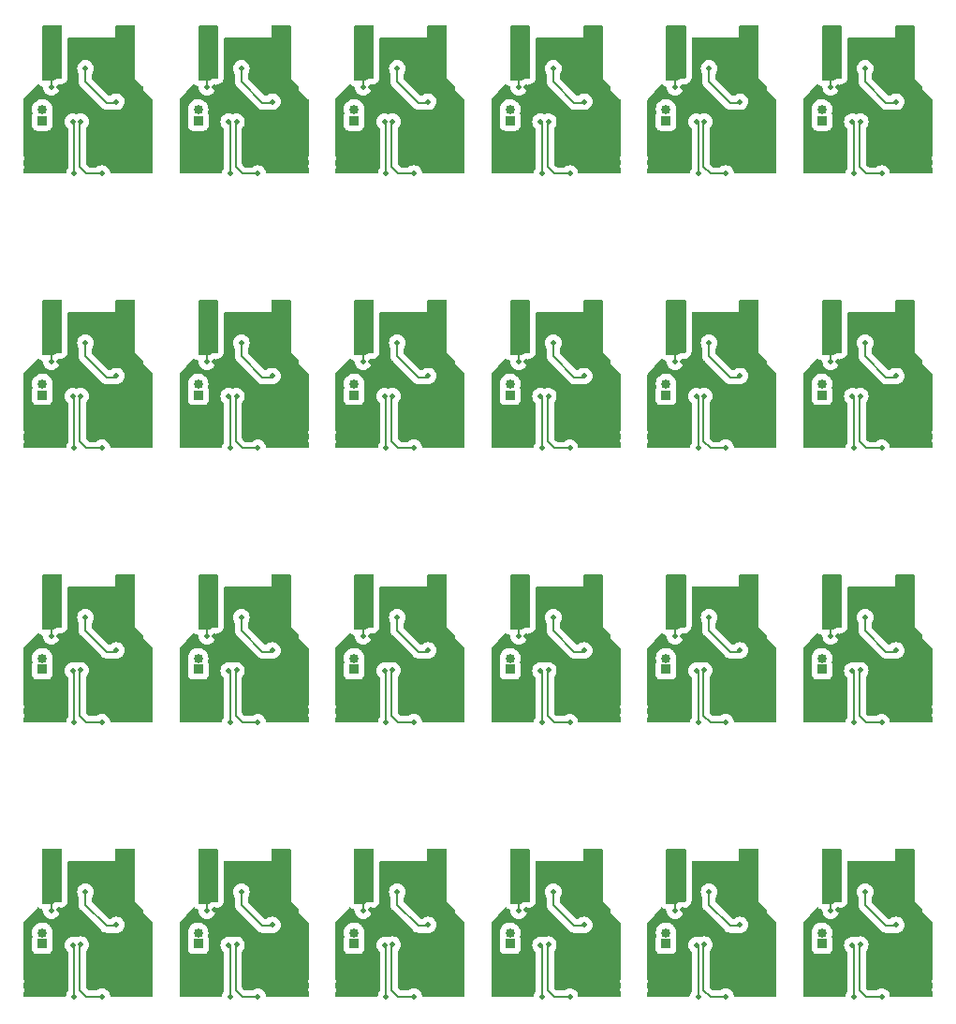
<source format=gbr>
%TF.GenerationSoftware,KiCad,Pcbnew,7.0.8*%
%TF.CreationDate,2024-02-11T12:05:53+00:00*%
%TF.ProjectId,QMK_controller_test,514d4b5f-636f-46e7-9472-6f6c6c65725f,rev?*%
%TF.SameCoordinates,Original*%
%TF.FileFunction,Copper,L2,Bot*%
%TF.FilePolarity,Positive*%
%FSLAX46Y46*%
G04 Gerber Fmt 4.6, Leading zero omitted, Abs format (unit mm)*
G04 Created by KiCad (PCBNEW 7.0.8) date 2024-02-11 12:05:53*
%MOMM*%
%LPD*%
G01*
G04 APERTURE LIST*
%TA.AperFunction,ComponentPad*%
%ADD10R,0.850000X0.850000*%
%TD*%
%TA.AperFunction,ComponentPad*%
%ADD11O,0.850000X0.850000*%
%TD*%
%TA.AperFunction,ViaPad*%
%ADD12C,0.500000*%
%TD*%
%TA.AperFunction,ViaPad*%
%ADD13C,0.800000*%
%TD*%
%TA.AperFunction,Conductor*%
%ADD14C,0.203200*%
%TD*%
%TA.AperFunction,Conductor*%
%ADD15C,0.127000*%
%TD*%
G04 APERTURE END LIST*
D10*
%TO.P,J3,1,Pin_1*%
%TO.N,Net-(J3-Pin_1)*%
X109400000Y-67457500D03*
D11*
%TO.P,J3,2,Pin_2*%
%TO.N,+3.3V*%
X109400000Y-66457500D03*
%TD*%
D10*
%TO.P,J3,1,Pin_1*%
%TO.N,Net-(J3-Pin_1)*%
X95300000Y-92257500D03*
D11*
%TO.P,J3,2,Pin_2*%
%TO.N,+3.3V*%
X95300000Y-91257500D03*
%TD*%
D10*
%TO.P,J3,1,Pin_1*%
%TO.N,Net-(J3-Pin_1)*%
X81200000Y-141857500D03*
D11*
%TO.P,J3,2,Pin_2*%
%TO.N,+3.3V*%
X81200000Y-140857500D03*
%TD*%
D10*
%TO.P,J3,1,Pin_1*%
%TO.N,Net-(J3-Pin_1)*%
X137600000Y-117057500D03*
D11*
%TO.P,J3,2,Pin_2*%
%TO.N,+3.3V*%
X137600000Y-116057500D03*
%TD*%
D10*
%TO.P,J3,1,Pin_1*%
%TO.N,Net-(J3-Pin_1)*%
X123500000Y-117057500D03*
D11*
%TO.P,J3,2,Pin_2*%
%TO.N,+3.3V*%
X123500000Y-116057500D03*
%TD*%
D10*
%TO.P,J3,1,Pin_1*%
%TO.N,Net-(J3-Pin_1)*%
X123500000Y-67457500D03*
D11*
%TO.P,J3,2,Pin_2*%
%TO.N,+3.3V*%
X123500000Y-66457500D03*
%TD*%
D10*
%TO.P,J3,1,Pin_1*%
%TO.N,Net-(J3-Pin_1)*%
X123500000Y-141857500D03*
D11*
%TO.P,J3,2,Pin_2*%
%TO.N,+3.3V*%
X123500000Y-140857500D03*
%TD*%
D10*
%TO.P,J3,1,Pin_1*%
%TO.N,Net-(J3-Pin_1)*%
X123500000Y-92257500D03*
D11*
%TO.P,J3,2,Pin_2*%
%TO.N,+3.3V*%
X123500000Y-91257500D03*
%TD*%
D10*
%TO.P,J3,1,Pin_1*%
%TO.N,Net-(J3-Pin_1)*%
X137600000Y-67457500D03*
D11*
%TO.P,J3,2,Pin_2*%
%TO.N,+3.3V*%
X137600000Y-66457500D03*
%TD*%
D10*
%TO.P,J3,1,Pin_1*%
%TO.N,Net-(J3-Pin_1)*%
X95300000Y-141857500D03*
D11*
%TO.P,J3,2,Pin_2*%
%TO.N,+3.3V*%
X95300000Y-140857500D03*
%TD*%
D10*
%TO.P,J3,1,Pin_1*%
%TO.N,Net-(J3-Pin_1)*%
X109400000Y-92257500D03*
D11*
%TO.P,J3,2,Pin_2*%
%TO.N,+3.3V*%
X109400000Y-91257500D03*
%TD*%
D10*
%TO.P,J3,1,Pin_1*%
%TO.N,Net-(J3-Pin_1)*%
X151700000Y-67457500D03*
D11*
%TO.P,J3,2,Pin_2*%
%TO.N,+3.3V*%
X151700000Y-66457500D03*
%TD*%
D10*
%TO.P,J3,1,Pin_1*%
%TO.N,Net-(J3-Pin_1)*%
X95300000Y-117057500D03*
D11*
%TO.P,J3,2,Pin_2*%
%TO.N,+3.3V*%
X95300000Y-116057500D03*
%TD*%
D10*
%TO.P,J3,1,Pin_1*%
%TO.N,Net-(J3-Pin_1)*%
X109400000Y-141857500D03*
D11*
%TO.P,J3,2,Pin_2*%
%TO.N,+3.3V*%
X109400000Y-140857500D03*
%TD*%
D10*
%TO.P,J3,1,Pin_1*%
%TO.N,Net-(J3-Pin_1)*%
X151700000Y-117057500D03*
D11*
%TO.P,J3,2,Pin_2*%
%TO.N,+3.3V*%
X151700000Y-116057500D03*
%TD*%
D10*
%TO.P,J3,1,Pin_1*%
%TO.N,Net-(J3-Pin_1)*%
X151700000Y-92257500D03*
D11*
%TO.P,J3,2,Pin_2*%
%TO.N,+3.3V*%
X151700000Y-91257500D03*
%TD*%
D10*
%TO.P,J3,1,Pin_1*%
%TO.N,Net-(J3-Pin_1)*%
X109400000Y-117057500D03*
D11*
%TO.P,J3,2,Pin_2*%
%TO.N,+3.3V*%
X109400000Y-116057500D03*
%TD*%
D10*
%TO.P,J3,1,Pin_1*%
%TO.N,Net-(J3-Pin_1)*%
X81200000Y-67457500D03*
D11*
%TO.P,J3,2,Pin_2*%
%TO.N,+3.3V*%
X81200000Y-66457500D03*
%TD*%
D10*
%TO.P,J3,1,Pin_1*%
%TO.N,Net-(J3-Pin_1)*%
X95300000Y-67457500D03*
D11*
%TO.P,J3,2,Pin_2*%
%TO.N,+3.3V*%
X95300000Y-66457500D03*
%TD*%
D10*
%TO.P,J3,1,Pin_1*%
%TO.N,Net-(J3-Pin_1)*%
X151700000Y-141857500D03*
D11*
%TO.P,J3,2,Pin_2*%
%TO.N,+3.3V*%
X151700000Y-140857500D03*
%TD*%
D10*
%TO.P,J3,1,Pin_1*%
%TO.N,Net-(J3-Pin_1)*%
X81200000Y-92257500D03*
D11*
%TO.P,J3,2,Pin_2*%
%TO.N,+3.3V*%
X81200000Y-91257500D03*
%TD*%
D10*
%TO.P,J3,1,Pin_1*%
%TO.N,Net-(J3-Pin_1)*%
X81200000Y-117057500D03*
D11*
%TO.P,J3,2,Pin_2*%
%TO.N,+3.3V*%
X81200000Y-116057500D03*
%TD*%
D10*
%TO.P,J3,1,Pin_1*%
%TO.N,Net-(J3-Pin_1)*%
X137600000Y-92257500D03*
D11*
%TO.P,J3,2,Pin_2*%
%TO.N,+3.3V*%
X137600000Y-91257500D03*
%TD*%
D10*
%TO.P,J3,1,Pin_1*%
%TO.N,Net-(J3-Pin_1)*%
X137600000Y-141857500D03*
D11*
%TO.P,J3,2,Pin_2*%
%TO.N,+3.3V*%
X137600000Y-140857500D03*
%TD*%
D12*
%TO.N,GND*%
X96795500Y-64420500D03*
X118700000Y-94257500D03*
X103000000Y-140057500D03*
X90500000Y-119057500D03*
X82695500Y-89220500D03*
X124995500Y-114020500D03*
X131200000Y-65657500D03*
X82650000Y-144607500D03*
X101000000Y-64420500D03*
X96750000Y-95007500D03*
D13*
X137900000Y-71757500D03*
D12*
X82650000Y-95007500D03*
X118700000Y-69457500D03*
D13*
X109700000Y-71757500D03*
D12*
X157400000Y-138820500D03*
X146900000Y-94257500D03*
X104600000Y-143857500D03*
X158000000Y-144457500D03*
X96750000Y-70207500D03*
X87500000Y-119657500D03*
X82695500Y-64420500D03*
X115700000Y-70057500D03*
X161000000Y-69457500D03*
D13*
X123800000Y-121357500D03*
D12*
X139095500Y-114020500D03*
X82650000Y-70207500D03*
X86900000Y-138820500D03*
X110895500Y-114020500D03*
X96795500Y-89220500D03*
X103000000Y-115257500D03*
X110850000Y-144607500D03*
X129200000Y-138820500D03*
X129200000Y-114020500D03*
X117100000Y-90457500D03*
X129800000Y-94857500D03*
X139095500Y-64420500D03*
X139095500Y-89220500D03*
X86900000Y-89220500D03*
X153150000Y-70207500D03*
X157400000Y-64420500D03*
X101000000Y-138820500D03*
X88900000Y-115257500D03*
X143900000Y-144457500D03*
D13*
X81500000Y-71757500D03*
D12*
X132800000Y-119057500D03*
X104600000Y-119057500D03*
D13*
X137900000Y-121357500D03*
D12*
X159400000Y-115257500D03*
X158000000Y-119657500D03*
X145300000Y-140057500D03*
X96795500Y-114020500D03*
X129200000Y-89220500D03*
D13*
X137900000Y-96557500D03*
D12*
X131200000Y-115257500D03*
X157400000Y-89220500D03*
X101000000Y-89220500D03*
X124950000Y-95007500D03*
X158000000Y-94857500D03*
D13*
X95600000Y-121357500D03*
D12*
X143300000Y-114020500D03*
X115100000Y-114020500D03*
X101000000Y-114020500D03*
D13*
X109700000Y-96557500D03*
D12*
X96795500Y-138820500D03*
D13*
X81500000Y-146157500D03*
D12*
X129800000Y-119657500D03*
X161000000Y-119057500D03*
X101600000Y-144457500D03*
D13*
X95600000Y-71757500D03*
D12*
X124950000Y-119807500D03*
X124995500Y-138820500D03*
X110850000Y-70207500D03*
X88900000Y-140057500D03*
X131200000Y-90457500D03*
X139050000Y-119807500D03*
X110850000Y-95007500D03*
X145300000Y-65657500D03*
X96750000Y-119807500D03*
X86900000Y-64420500D03*
X159400000Y-65657500D03*
X129800000Y-144457500D03*
X153195500Y-138820500D03*
D13*
X95600000Y-96557500D03*
D12*
X101600000Y-70057500D03*
X153195500Y-89220500D03*
X118700000Y-119057500D03*
X131200000Y-140057500D03*
X158000000Y-70057500D03*
X90500000Y-143857500D03*
D13*
X152000000Y-121357500D03*
D12*
X88900000Y-90457500D03*
X110895500Y-89220500D03*
X117100000Y-65657500D03*
X143900000Y-70057500D03*
X143900000Y-94857500D03*
X115700000Y-119657500D03*
X104600000Y-69457500D03*
X139050000Y-70207500D03*
X96750000Y-144607500D03*
X115100000Y-64420500D03*
X86900000Y-114020500D03*
X159400000Y-140057500D03*
X124995500Y-64420500D03*
X82695500Y-114020500D03*
X124950000Y-70207500D03*
X124950000Y-144607500D03*
X129200000Y-64420500D03*
X88900000Y-65657500D03*
X146900000Y-69457500D03*
D13*
X95600000Y-146157500D03*
X152000000Y-146157500D03*
D12*
X145300000Y-90457500D03*
D13*
X81500000Y-96557500D03*
D12*
X110895500Y-138820500D03*
X82695500Y-138820500D03*
X143900000Y-119657500D03*
X157400000Y-114020500D03*
X103000000Y-65657500D03*
X115100000Y-138820500D03*
D13*
X123800000Y-71757500D03*
D12*
X115100000Y-89220500D03*
X132800000Y-143857500D03*
X87500000Y-70057500D03*
X87500000Y-94857500D03*
X115700000Y-144457500D03*
X145300000Y-115257500D03*
X117100000Y-115257500D03*
X101600000Y-94857500D03*
X82650000Y-119807500D03*
X143300000Y-138820500D03*
D13*
X137900000Y-146157500D03*
D12*
X110850000Y-119807500D03*
X90500000Y-69457500D03*
X124995500Y-89220500D03*
X161000000Y-143857500D03*
X159400000Y-90457500D03*
X129800000Y-70057500D03*
X103000000Y-90457500D03*
X153150000Y-119807500D03*
X153195500Y-114020500D03*
X110895500Y-64420500D03*
X132800000Y-94257500D03*
D13*
X109700000Y-121357500D03*
X109700000Y-146157500D03*
X123800000Y-96557500D03*
D12*
X101600000Y-119657500D03*
X118700000Y-143857500D03*
X153150000Y-144607500D03*
X146900000Y-143857500D03*
X139050000Y-95007500D03*
X139095500Y-138820500D03*
X161000000Y-94257500D03*
X90500000Y-94257500D03*
X139050000Y-144607500D03*
X117100000Y-140057500D03*
X104600000Y-94257500D03*
X146900000Y-119057500D03*
X132800000Y-69457500D03*
D13*
X81500000Y-121357500D03*
D12*
X143300000Y-64420500D03*
D13*
X123800000Y-146157500D03*
D12*
X153150000Y-95007500D03*
X87500000Y-144457500D03*
D13*
X152000000Y-96557500D03*
D12*
X153195500Y-64420500D03*
X143300000Y-89220500D03*
X115700000Y-94857500D03*
D13*
X152000000Y-71757500D03*
D12*
%TO.N,+3.3V*%
X130200000Y-115357500D03*
X116100000Y-115357500D03*
X102000000Y-115357500D03*
X99200000Y-137157500D03*
X130200000Y-90557500D03*
X87900000Y-65757500D03*
X144300000Y-140157500D03*
X116100000Y-140157500D03*
X85100000Y-112357500D03*
X99200000Y-87557500D03*
X144300000Y-65757500D03*
X144300000Y-115357500D03*
X141500000Y-87557500D03*
X116100000Y-90557500D03*
X141500000Y-137157500D03*
X102000000Y-65757500D03*
X102000000Y-90557500D03*
X127400000Y-87557500D03*
X116100000Y-65757500D03*
X87900000Y-140157500D03*
X87900000Y-115357500D03*
X144300000Y-90557500D03*
X155600000Y-112357500D03*
X130200000Y-140157500D03*
X85100000Y-87557500D03*
X113300000Y-87557500D03*
X155600000Y-87557500D03*
X113300000Y-137157500D03*
X113300000Y-62757500D03*
X141500000Y-112357500D03*
X127400000Y-112357500D03*
X130200000Y-65757500D03*
X158400000Y-90557500D03*
X99200000Y-62757500D03*
X158400000Y-140157500D03*
X113300000Y-112357500D03*
X87900000Y-90557500D03*
X127400000Y-62757500D03*
X158400000Y-65757500D03*
X155600000Y-62757500D03*
X85100000Y-137157500D03*
X102000000Y-140157500D03*
X141500000Y-62757500D03*
X127400000Y-137157500D03*
X155600000Y-137157500D03*
X85100000Y-62757500D03*
X158400000Y-115357500D03*
X99200000Y-112357500D03*
%TO.N,/USB_D-*%
X98756573Y-117148443D03*
X141056573Y-67548443D03*
X155156573Y-117148443D03*
X155156573Y-141948443D03*
X100700000Y-121857500D03*
X128900000Y-146657500D03*
X143000000Y-72257500D03*
X84656573Y-67548443D03*
X155156573Y-67548443D03*
X112856573Y-67548443D03*
X143000000Y-121857500D03*
X86600000Y-146657500D03*
X128900000Y-97057500D03*
X98756573Y-67548443D03*
X112856573Y-141948443D03*
X100700000Y-72257500D03*
X114800000Y-121857500D03*
X84656573Y-141948443D03*
X157100000Y-121857500D03*
X114800000Y-97057500D03*
X143000000Y-97057500D03*
X100700000Y-97057500D03*
X157100000Y-146657500D03*
X86600000Y-72257500D03*
X157100000Y-72257500D03*
X98756573Y-92348443D03*
X141056573Y-117148443D03*
X128900000Y-72257500D03*
X84656573Y-92348443D03*
X157100000Y-97057500D03*
X141056573Y-141948443D03*
X114800000Y-146657500D03*
X141056573Y-92348443D03*
X126956573Y-117148443D03*
X112856573Y-117148443D03*
X143000000Y-146657500D03*
X84656573Y-117148443D03*
X128900000Y-121857500D03*
X155156573Y-92348443D03*
X112856573Y-92348443D03*
X114800000Y-72257500D03*
X100700000Y-146657500D03*
X126956573Y-92348443D03*
X126956573Y-141948443D03*
X86600000Y-97057500D03*
X86600000Y-121857500D03*
X98756573Y-141948443D03*
X126956573Y-67548443D03*
%TO.N,/USB_D+*%
X98200000Y-72257500D03*
X83957196Y-67561700D03*
X140357196Y-67561700D03*
X112157196Y-141961700D03*
X126400000Y-72257500D03*
X98057196Y-67561700D03*
X98057196Y-141961700D03*
X84100000Y-72257500D03*
X126257196Y-141961700D03*
X112300000Y-72257500D03*
X112300000Y-97057500D03*
X140357196Y-92361700D03*
X140500000Y-97057500D03*
X126400000Y-121857500D03*
X154600000Y-121857500D03*
X112157196Y-67561700D03*
X154457196Y-117161700D03*
X112157196Y-92361700D03*
X83957196Y-141961700D03*
X98200000Y-146657500D03*
X83957196Y-92361700D03*
X154600000Y-97057500D03*
X126257196Y-67561700D03*
X112300000Y-121857500D03*
X154457196Y-92361700D03*
X126257196Y-92361700D03*
X140357196Y-141961700D03*
X84100000Y-121857500D03*
X98057196Y-117161700D03*
X140500000Y-72257500D03*
X112157196Y-117161700D03*
X84100000Y-146657500D03*
X83957196Y-117161700D03*
X98057196Y-92361700D03*
X154457196Y-67561700D03*
X140500000Y-121857500D03*
X84100000Y-97057500D03*
X126400000Y-97057500D03*
X98200000Y-97057500D03*
X126400000Y-146657500D03*
X98200000Y-121857500D03*
X140500000Y-146657500D03*
X154600000Y-146657500D03*
X154600000Y-72257500D03*
X112300000Y-146657500D03*
X154457196Y-141961700D03*
X126257196Y-117161700D03*
X140357196Y-117161700D03*
%TO.N,/TERM_DATA*%
X124296985Y-114057660D03*
X152496985Y-114057660D03*
X152496985Y-64457660D03*
X152496985Y-138857660D03*
X110196985Y-114057660D03*
X152496985Y-89257660D03*
X124296985Y-64457660D03*
X110196985Y-138857660D03*
X138396985Y-89257660D03*
X81996985Y-138857660D03*
X124296985Y-89257660D03*
X110196985Y-64457660D03*
X96096985Y-64457660D03*
X81996985Y-89257660D03*
X138396985Y-64457660D03*
X110196985Y-89257660D03*
X81996985Y-114057660D03*
X138396985Y-114057660D03*
X124296985Y-138857660D03*
X138396985Y-138857660D03*
X96096985Y-138857660D03*
X81996985Y-64457660D03*
X96096985Y-89257660D03*
X96096985Y-114057660D03*
%TD*%
D14*
%TO.N,+3.3V*%
X130100000Y-90657500D02*
X130200000Y-90557500D01*
X113300000Y-63957500D02*
X115200000Y-65857500D01*
X116000000Y-115457500D02*
X116100000Y-115357500D01*
X115200000Y-140257500D02*
X116000000Y-140257500D01*
X127400000Y-138357500D02*
X129300000Y-140257500D01*
X127400000Y-87557500D02*
X127400000Y-88757500D01*
X99200000Y-62757500D02*
X99200000Y-63957500D01*
X141500000Y-113557500D02*
X143400000Y-115457500D01*
X130100000Y-65857500D02*
X130200000Y-65757500D01*
X127400000Y-62757500D02*
X127400000Y-63957500D01*
X87000000Y-140257500D02*
X87800000Y-140257500D01*
X143400000Y-140257500D02*
X144200000Y-140257500D01*
X85100000Y-138357500D02*
X87000000Y-140257500D01*
X85100000Y-112357500D02*
X85100000Y-113557500D01*
X155600000Y-112357500D02*
X155600000Y-113557500D01*
X87000000Y-115457500D02*
X87800000Y-115457500D01*
X129300000Y-65857500D02*
X130100000Y-65857500D01*
X101100000Y-140257500D02*
X101900000Y-140257500D01*
X141500000Y-87557500D02*
X141500000Y-88757500D01*
X127400000Y-137157500D02*
X127400000Y-138357500D01*
X87800000Y-65857500D02*
X87900000Y-65757500D01*
X144200000Y-90657500D02*
X144300000Y-90557500D01*
X101100000Y-90657500D02*
X101900000Y-90657500D01*
X141500000Y-137157500D02*
X141500000Y-138357500D01*
X129300000Y-115457500D02*
X130100000Y-115457500D01*
X99200000Y-87557500D02*
X99200000Y-88757500D01*
X157500000Y-140257500D02*
X158300000Y-140257500D01*
X87000000Y-65857500D02*
X87800000Y-65857500D01*
X127400000Y-112357500D02*
X127400000Y-113557500D01*
X115200000Y-90657500D02*
X116000000Y-90657500D01*
X129300000Y-90657500D02*
X130100000Y-90657500D01*
X155600000Y-138357500D02*
X157500000Y-140257500D01*
X143400000Y-65857500D02*
X144200000Y-65857500D01*
X85100000Y-63957500D02*
X87000000Y-65857500D01*
X127400000Y-63957500D02*
X129300000Y-65857500D01*
X127400000Y-113557500D02*
X129300000Y-115457500D01*
X144200000Y-140257500D02*
X144300000Y-140157500D01*
X99200000Y-113557500D02*
X101100000Y-115457500D01*
X157500000Y-90657500D02*
X158300000Y-90657500D01*
X85100000Y-113557500D02*
X87000000Y-115457500D01*
X155600000Y-62757500D02*
X155600000Y-63957500D01*
X101900000Y-140257500D02*
X102000000Y-140157500D01*
X101100000Y-65857500D02*
X101900000Y-65857500D01*
X99200000Y-137157500D02*
X99200000Y-138357500D01*
X155600000Y-63957500D02*
X157500000Y-65857500D01*
X143400000Y-115457500D02*
X144200000Y-115457500D01*
X155600000Y-88757500D02*
X157500000Y-90657500D01*
X101900000Y-65857500D02*
X102000000Y-65757500D01*
X141500000Y-112357500D02*
X141500000Y-113557500D01*
X129300000Y-140257500D02*
X130100000Y-140257500D01*
X101100000Y-115457500D02*
X101900000Y-115457500D01*
X155600000Y-87557500D02*
X155600000Y-88757500D01*
X158300000Y-65857500D02*
X158400000Y-65757500D01*
X87800000Y-140257500D02*
X87900000Y-140157500D01*
X85100000Y-88757500D02*
X87000000Y-90657500D01*
X155600000Y-113557500D02*
X157500000Y-115457500D01*
X87800000Y-115457500D02*
X87900000Y-115357500D01*
X144200000Y-65857500D02*
X144300000Y-65757500D01*
X115200000Y-115457500D02*
X116000000Y-115457500D01*
X113300000Y-137157500D02*
X113300000Y-138357500D01*
X85100000Y-137157500D02*
X85100000Y-138357500D01*
X113300000Y-138357500D02*
X115200000Y-140257500D01*
X127400000Y-88757500D02*
X129300000Y-90657500D01*
X158300000Y-90657500D02*
X158400000Y-90557500D01*
X85100000Y-62757500D02*
X85100000Y-63957500D01*
X158300000Y-140257500D02*
X158400000Y-140157500D01*
X116000000Y-140257500D02*
X116100000Y-140157500D01*
X87800000Y-90657500D02*
X87900000Y-90557500D01*
X157500000Y-65857500D02*
X158300000Y-65857500D01*
X155600000Y-137157500D02*
X155600000Y-138357500D01*
X101900000Y-90657500D02*
X102000000Y-90557500D01*
X141500000Y-88757500D02*
X143400000Y-90657500D01*
X85100000Y-87557500D02*
X85100000Y-88757500D01*
X130100000Y-115457500D02*
X130200000Y-115357500D01*
X101900000Y-115457500D02*
X102000000Y-115357500D01*
X115200000Y-65857500D02*
X116000000Y-65857500D01*
X141500000Y-63957500D02*
X143400000Y-65857500D01*
X113300000Y-62757500D02*
X113300000Y-63957500D01*
X144200000Y-115457500D02*
X144300000Y-115357500D01*
X157500000Y-115457500D02*
X158300000Y-115457500D01*
X99200000Y-63957500D02*
X101100000Y-65857500D01*
X116000000Y-65857500D02*
X116100000Y-65757500D01*
X113300000Y-88757500D02*
X115200000Y-90657500D01*
X113300000Y-87557500D02*
X113300000Y-88757500D01*
X113300000Y-113557500D02*
X115200000Y-115457500D01*
X113300000Y-112357500D02*
X113300000Y-113557500D01*
X143400000Y-90657500D02*
X144200000Y-90657500D01*
X130100000Y-140257500D02*
X130200000Y-140157500D01*
X99200000Y-138357500D02*
X101100000Y-140257500D01*
X87000000Y-90657500D02*
X87800000Y-90657500D01*
X158300000Y-115457500D02*
X158400000Y-115357500D01*
X116000000Y-90657500D02*
X116100000Y-90557500D01*
X99200000Y-88757500D02*
X101100000Y-90657500D01*
X141500000Y-138357500D02*
X143400000Y-140257500D01*
X141500000Y-62757500D02*
X141500000Y-63957500D01*
X99200000Y-112357500D02*
X99200000Y-113557500D01*
D15*
%TO.N,/USB_D-*%
X141056573Y-141948443D02*
X141000000Y-142005016D01*
X84656573Y-92348443D02*
X84600000Y-92405016D01*
X112800000Y-96457500D02*
X113400000Y-97057500D01*
X141000000Y-96457500D02*
X141600000Y-97057500D01*
X126900000Y-67605016D02*
X126900000Y-71657500D01*
X84600000Y-71657500D02*
X85200000Y-72257500D01*
X126956573Y-92348443D02*
X126900000Y-92405016D01*
X84600000Y-142005016D02*
X84600000Y-146057500D01*
X112800000Y-92405016D02*
X112800000Y-96457500D01*
X155100000Y-71657500D02*
X155700000Y-72257500D01*
X126900000Y-142005016D02*
X126900000Y-146057500D01*
X155100000Y-142005016D02*
X155100000Y-146057500D01*
X113400000Y-72257500D02*
X114800000Y-72257500D01*
X84600000Y-117205016D02*
X84600000Y-121257500D01*
X112800000Y-67605016D02*
X112800000Y-71657500D01*
X98700000Y-142005016D02*
X98700000Y-146057500D01*
X155700000Y-121857500D02*
X157100000Y-121857500D01*
X141000000Y-142005016D02*
X141000000Y-146057500D01*
X127500000Y-72257500D02*
X128900000Y-72257500D01*
X127500000Y-97057500D02*
X128900000Y-97057500D01*
X98756573Y-67548443D02*
X98700000Y-67605016D01*
X84600000Y-67605016D02*
X84600000Y-71657500D01*
X141600000Y-146657500D02*
X143000000Y-146657500D01*
X141000000Y-71657500D02*
X141600000Y-72257500D01*
X141056573Y-117148443D02*
X141000000Y-117205016D01*
X155100000Y-96457500D02*
X155700000Y-97057500D01*
X85200000Y-146657500D02*
X86600000Y-146657500D01*
X155700000Y-97057500D02*
X157100000Y-97057500D01*
X155100000Y-117205016D02*
X155100000Y-121257500D01*
X84600000Y-121257500D02*
X85200000Y-121857500D01*
X85200000Y-72257500D02*
X86600000Y-72257500D01*
X112856573Y-92348443D02*
X112800000Y-92405016D01*
X155700000Y-72257500D02*
X157100000Y-72257500D01*
X112800000Y-117205016D02*
X112800000Y-121257500D01*
X85200000Y-121857500D02*
X86600000Y-121857500D01*
X112856573Y-117148443D02*
X112800000Y-117205016D01*
X99300000Y-97057500D02*
X100700000Y-97057500D01*
X98700000Y-121257500D02*
X99300000Y-121857500D01*
X141000000Y-117205016D02*
X141000000Y-121257500D01*
X155100000Y-121257500D02*
X155700000Y-121857500D01*
X126900000Y-96457500D02*
X127500000Y-97057500D01*
X84600000Y-92405016D02*
X84600000Y-96457500D01*
X98756573Y-117148443D02*
X98700000Y-117205016D01*
X112800000Y-71657500D02*
X113400000Y-72257500D01*
X141600000Y-72257500D02*
X143000000Y-72257500D01*
X126900000Y-121257500D02*
X127500000Y-121857500D01*
X85200000Y-97057500D02*
X86600000Y-97057500D01*
X99300000Y-72257500D02*
X100700000Y-72257500D01*
X127500000Y-121857500D02*
X128900000Y-121857500D01*
X98756573Y-141948443D02*
X98700000Y-142005016D01*
X155700000Y-146657500D02*
X157100000Y-146657500D01*
X98700000Y-71657500D02*
X99300000Y-72257500D01*
X84600000Y-146057500D02*
X85200000Y-146657500D01*
X98700000Y-92405016D02*
X98700000Y-96457500D01*
X126956573Y-117148443D02*
X126900000Y-117205016D01*
X155100000Y-92405016D02*
X155100000Y-96457500D01*
X98700000Y-96457500D02*
X99300000Y-97057500D01*
X141000000Y-146057500D02*
X141600000Y-146657500D01*
X126900000Y-92405016D02*
X126900000Y-96457500D01*
X112856573Y-141948443D02*
X112800000Y-142005016D01*
X141000000Y-121257500D02*
X141600000Y-121857500D01*
X113400000Y-121857500D02*
X114800000Y-121857500D01*
X141000000Y-67605016D02*
X141000000Y-71657500D01*
X126956573Y-67548443D02*
X126900000Y-67605016D01*
X98756573Y-92348443D02*
X98700000Y-92405016D01*
X141056573Y-92348443D02*
X141000000Y-92405016D01*
X127500000Y-146657500D02*
X128900000Y-146657500D01*
X126900000Y-146057500D02*
X127500000Y-146657500D01*
X98700000Y-117205016D02*
X98700000Y-121257500D01*
X112856573Y-67548443D02*
X112800000Y-67605016D01*
X99300000Y-121857500D02*
X100700000Y-121857500D01*
X155156573Y-67548443D02*
X155100000Y-67605016D01*
X141600000Y-97057500D02*
X143000000Y-97057500D01*
X98700000Y-67605016D02*
X98700000Y-71657500D01*
X126956573Y-141948443D02*
X126900000Y-142005016D01*
X155100000Y-67605016D02*
X155100000Y-71657500D01*
X155156573Y-117148443D02*
X155100000Y-117205016D01*
X155156573Y-92348443D02*
X155100000Y-92405016D01*
X141600000Y-121857500D02*
X143000000Y-121857500D01*
X112800000Y-121257500D02*
X113400000Y-121857500D01*
X113400000Y-97057500D02*
X114800000Y-97057500D01*
X141056573Y-67548443D02*
X141000000Y-67605016D01*
X99300000Y-146657500D02*
X100700000Y-146657500D01*
X98700000Y-146057500D02*
X99300000Y-146657500D01*
X113400000Y-146657500D02*
X114800000Y-146657500D01*
X126900000Y-71657500D02*
X127500000Y-72257500D01*
X84656573Y-117148443D02*
X84600000Y-117205016D01*
X155100000Y-146057500D02*
X155700000Y-146657500D01*
X141000000Y-92405016D02*
X141000000Y-96457500D01*
X84600000Y-96457500D02*
X85200000Y-97057500D01*
X155156573Y-141948443D02*
X155100000Y-142005016D01*
X112800000Y-142005016D02*
X112800000Y-146057500D01*
X112800000Y-146057500D02*
X113400000Y-146657500D01*
X84656573Y-141948443D02*
X84600000Y-142005016D01*
X84656573Y-67548443D02*
X84600000Y-67605016D01*
X126900000Y-117205016D02*
X126900000Y-121257500D01*
%TO.N,/USB_D+*%
X154600000Y-117304504D02*
X154600000Y-121857500D01*
X140357196Y-141961700D02*
X140500000Y-142104504D01*
X154457196Y-141961700D02*
X154600000Y-142104504D01*
X98200000Y-117304504D02*
X98200000Y-121857500D01*
X126400000Y-142104504D02*
X126400000Y-146657500D01*
X140500000Y-67704504D02*
X140500000Y-72257500D01*
X140500000Y-117304504D02*
X140500000Y-121857500D01*
X112300000Y-142104504D02*
X112300000Y-146657500D01*
X84100000Y-117304504D02*
X84100000Y-121857500D01*
X83957196Y-92361700D02*
X84100000Y-92504504D01*
X84100000Y-67704504D02*
X84100000Y-72257500D01*
X112300000Y-67704504D02*
X112300000Y-72257500D01*
X154457196Y-67561700D02*
X154600000Y-67704504D01*
X126400000Y-67704504D02*
X126400000Y-72257500D01*
X126257196Y-117161700D02*
X126400000Y-117304504D01*
X112157196Y-92361700D02*
X112300000Y-92504504D01*
X98057196Y-92361700D02*
X98200000Y-92504504D01*
X154457196Y-117161700D02*
X154600000Y-117304504D01*
X98057196Y-141961700D02*
X98200000Y-142104504D01*
X140357196Y-92361700D02*
X140500000Y-92504504D01*
X84100000Y-92504504D02*
X84100000Y-97057500D01*
X98200000Y-142104504D02*
X98200000Y-146657500D01*
X140500000Y-92504504D02*
X140500000Y-97057500D01*
X140500000Y-142104504D02*
X140500000Y-146657500D01*
X83957196Y-67561700D02*
X84100000Y-67704504D01*
X126400000Y-92504504D02*
X126400000Y-97057500D01*
X98057196Y-117161700D02*
X98200000Y-117304504D01*
X140357196Y-117161700D02*
X140500000Y-117304504D01*
X98200000Y-92504504D02*
X98200000Y-97057500D01*
X154600000Y-67704504D02*
X154600000Y-72257500D01*
X112157196Y-67561700D02*
X112300000Y-67704504D01*
X83957196Y-141961700D02*
X84100000Y-142104504D01*
X126257196Y-67561700D02*
X126400000Y-67704504D01*
X126257196Y-92361700D02*
X126400000Y-92504504D01*
X112300000Y-117304504D02*
X112300000Y-121857500D01*
X154457196Y-92361700D02*
X154600000Y-92504504D01*
X154600000Y-142104504D02*
X154600000Y-146657500D01*
X112157196Y-141961700D02*
X112300000Y-142104504D01*
X84100000Y-142104504D02*
X84100000Y-146657500D01*
X98057196Y-67561700D02*
X98200000Y-67704504D01*
X126257196Y-141961700D02*
X126400000Y-142104504D01*
X112157196Y-117161700D02*
X112300000Y-117304504D01*
X126400000Y-117304504D02*
X126400000Y-121857500D01*
X154600000Y-92504504D02*
X154600000Y-97057500D01*
X98200000Y-67704504D02*
X98200000Y-72257500D01*
X140357196Y-67561700D02*
X140500000Y-67704504D01*
X112300000Y-92504504D02*
X112300000Y-97057500D01*
X83957196Y-117161700D02*
X84100000Y-117304504D01*
%TO.N,/TERM_DATA*%
X152200000Y-113057500D02*
X152200000Y-112657500D01*
X138396985Y-89257660D02*
X138396985Y-88554485D01*
X138396985Y-138154485D02*
X138100000Y-137857500D01*
X81996985Y-113354485D02*
X81700000Y-113057500D01*
X81700000Y-63457500D02*
X81700000Y-63057500D01*
X95800000Y-63457500D02*
X95800000Y-63057500D01*
X81996985Y-138154485D02*
X81700000Y-137857500D01*
X110196985Y-138857660D02*
X110196985Y-138154485D01*
X138100000Y-113057500D02*
X138100000Y-112657500D01*
X96096985Y-113354485D02*
X95800000Y-113057500D01*
X81996985Y-114057660D02*
X81996985Y-113354485D01*
X152496985Y-89257660D02*
X152496985Y-88554485D01*
X124000000Y-113057500D02*
X124000000Y-112657500D01*
X81996985Y-64457660D02*
X81996985Y-63754485D01*
X138100000Y-137857500D02*
X138100000Y-137457500D01*
X109900000Y-137857500D02*
X109900000Y-137457500D01*
X152200000Y-137857500D02*
X152200000Y-137457500D01*
X138100000Y-63457500D02*
X138100000Y-63057500D01*
X152200000Y-63457500D02*
X152200000Y-63057500D01*
X96096985Y-114057660D02*
X96096985Y-113354485D01*
X81996985Y-89257660D02*
X81996985Y-88554485D01*
X152496985Y-113354485D02*
X152200000Y-113057500D01*
X152496985Y-114057660D02*
X152496985Y-113354485D01*
X96096985Y-138857660D02*
X96096985Y-138154485D01*
X81700000Y-137857500D02*
X81700000Y-137457500D01*
X81700000Y-113057500D02*
X81700000Y-112657500D01*
X124000000Y-137857500D02*
X124000000Y-137457500D01*
X124296985Y-138154485D02*
X124000000Y-137857500D01*
X110196985Y-89257660D02*
X110196985Y-88554485D01*
X96096985Y-63754485D02*
X95800000Y-63457500D01*
X96096985Y-88554485D02*
X95800000Y-88257500D01*
X138100000Y-88257500D02*
X138100000Y-87857500D01*
X81700000Y-88257500D02*
X81700000Y-87857500D01*
X152496985Y-64457660D02*
X152496985Y-63754485D01*
X81996985Y-138857660D02*
X81996985Y-138154485D01*
X95800000Y-113057500D02*
X95800000Y-112657500D01*
X138396985Y-88554485D02*
X138100000Y-88257500D01*
X124296985Y-63754485D02*
X124000000Y-63457500D01*
X96096985Y-138154485D02*
X95800000Y-137857500D01*
X138396985Y-63754485D02*
X138100000Y-63457500D01*
X138396985Y-64457660D02*
X138396985Y-63754485D01*
X109900000Y-88257500D02*
X109900000Y-87857500D01*
X95800000Y-88257500D02*
X95800000Y-87857500D01*
X110196985Y-114057660D02*
X110196985Y-113354485D01*
X138396985Y-113354485D02*
X138100000Y-113057500D01*
X138396985Y-138857660D02*
X138396985Y-138154485D01*
X124000000Y-88257500D02*
X124000000Y-87857500D01*
X124000000Y-63457500D02*
X124000000Y-63057500D01*
X152496985Y-63754485D02*
X152200000Y-63457500D01*
X96096985Y-89257660D02*
X96096985Y-88554485D01*
X124296985Y-113354485D02*
X124000000Y-113057500D01*
X96096985Y-64457660D02*
X96096985Y-63754485D01*
X124296985Y-64457660D02*
X124296985Y-63754485D01*
X110196985Y-138154485D02*
X109900000Y-137857500D01*
X124296985Y-88554485D02*
X124000000Y-88257500D01*
X110196985Y-88554485D02*
X109900000Y-88257500D01*
X110196985Y-63754485D02*
X109900000Y-63457500D01*
X152496985Y-138857660D02*
X152496985Y-138154485D01*
X152496985Y-138154485D02*
X152200000Y-137857500D01*
X110196985Y-113354485D02*
X109900000Y-113057500D01*
X124296985Y-89257660D02*
X124296985Y-88554485D01*
X95800000Y-137857500D02*
X95800000Y-137457500D01*
X152496985Y-88554485D02*
X152200000Y-88257500D01*
X109900000Y-63457500D02*
X109900000Y-63057500D01*
X152200000Y-88257500D02*
X152200000Y-87857500D01*
X81996985Y-88554485D02*
X81700000Y-88257500D01*
X81996985Y-63754485D02*
X81700000Y-63457500D01*
X110196985Y-64457660D02*
X110196985Y-63754485D01*
X124296985Y-138857660D02*
X124296985Y-138154485D01*
X109900000Y-113057500D02*
X109900000Y-112657500D01*
X138396985Y-114057660D02*
X138396985Y-113354485D01*
X124296985Y-114057660D02*
X124296985Y-113354485D01*
%TD*%
%TA.AperFunction,Conductor*%
%TO.N,GND*%
G36*
X131842539Y-58877685D02*
G01*
X131888294Y-58930489D01*
X131899500Y-58982000D01*
X131899500Y-63632868D01*
X131899419Y-63633274D01*
X131899457Y-63657499D01*
X131899576Y-63657784D01*
X131899616Y-63657882D01*
X131900000Y-63658264D01*
X131900000Y-63857500D01*
X130100000Y-63857500D01*
X130100000Y-58982000D01*
X130119685Y-58914961D01*
X130172489Y-58869206D01*
X130224000Y-58858000D01*
X131775500Y-58858000D01*
X131842539Y-58877685D01*
G37*
%TD.AperFunction*%
%TD*%
%TA.AperFunction,Conductor*%
%TO.N,/TERM_DATA*%
G36*
X125243039Y-108477185D02*
G01*
X125288794Y-108529989D01*
X125300000Y-108581500D01*
X125300000Y-113160803D01*
X125280315Y-113227842D01*
X125227511Y-113273597D01*
X125162117Y-113284023D01*
X124995504Y-113265251D01*
X124995497Y-113265251D01*
X124827443Y-113284185D01*
X124667805Y-113340045D01*
X124667802Y-113340047D01*
X124524619Y-113430016D01*
X124524082Y-113430445D01*
X124523668Y-113430613D01*
X124518714Y-113433727D01*
X124518168Y-113432859D01*
X124459396Y-113456855D01*
X124446766Y-113457500D01*
X123624000Y-113457500D01*
X123556961Y-113437815D01*
X123511206Y-113385011D01*
X123500000Y-113333500D01*
X123500000Y-113279204D01*
X123501450Y-113270266D01*
X123500656Y-113259087D01*
X123500500Y-113254691D01*
X123500500Y-108581565D01*
X123520185Y-108514526D01*
X123572989Y-108468771D01*
X123624068Y-108457566D01*
X123641251Y-108457506D01*
X123643005Y-108457500D01*
X125176000Y-108457500D01*
X125243039Y-108477185D01*
G37*
%TD.AperFunction*%
%TD*%
%TA.AperFunction,Conductor*%
%TO.N,GND*%
G36*
X116000000Y-88657500D02*
G01*
X117800000Y-88657500D01*
X117800000Y-88458262D01*
X117808914Y-88467122D01*
X118463681Y-89121889D01*
X118497166Y-89183211D01*
X118500000Y-89209569D01*
X118500000Y-89457500D01*
X119363681Y-90321181D01*
X119397166Y-90382504D01*
X119400000Y-90408862D01*
X119400000Y-95391178D01*
X119391321Y-95431079D01*
X119392545Y-95431439D01*
X119349500Y-95578038D01*
X119349500Y-95721963D01*
X119392545Y-95868563D01*
X119391319Y-95868922D01*
X119400000Y-95908822D01*
X119400000Y-96141178D01*
X119391321Y-96181079D01*
X119392545Y-96181439D01*
X119349500Y-96328038D01*
X119349500Y-96471963D01*
X119392545Y-96618563D01*
X119391319Y-96618922D01*
X119400000Y-96658822D01*
X119400000Y-96891178D01*
X119391321Y-96931079D01*
X119392545Y-96931439D01*
X119381682Y-96968435D01*
X119343908Y-97027213D01*
X119280352Y-97056238D01*
X119262705Y-97057500D01*
X115666062Y-97057500D01*
X115599023Y-97037815D01*
X115553268Y-96985011D01*
X115542842Y-96947383D01*
X115536314Y-96889444D01*
X115511620Y-96818872D01*
X115480456Y-96729810D01*
X115480455Y-96729809D01*
X115480454Y-96729805D01*
X115480452Y-96729802D01*
X115390481Y-96586615D01*
X115390476Y-96586609D01*
X115270890Y-96467023D01*
X115270884Y-96467018D01*
X115127697Y-96377047D01*
X115127694Y-96377045D01*
X114968056Y-96321185D01*
X114800003Y-96302251D01*
X114799997Y-96302251D01*
X114631943Y-96321185D01*
X114472305Y-96377045D01*
X114472302Y-96377047D01*
X114323214Y-96470727D01*
X114322424Y-96469470D01*
X114265151Y-96492855D01*
X114252520Y-96493500D01*
X113684978Y-96493500D01*
X113617939Y-96473815D01*
X113597297Y-96457181D01*
X113400319Y-96260202D01*
X113366834Y-96198879D01*
X113364000Y-96172521D01*
X113364000Y-92953745D01*
X113383685Y-92886706D01*
X113400319Y-92866064D01*
X113447050Y-92819333D01*
X113465493Y-92789982D01*
X113537025Y-92676140D01*
X113537027Y-92676137D01*
X113537027Y-92676135D01*
X113537029Y-92676133D01*
X113592886Y-92516502D01*
X113592886Y-92516501D01*
X113592887Y-92516499D01*
X113611822Y-92348445D01*
X113611822Y-92348440D01*
X113592887Y-92180386D01*
X113537027Y-92020748D01*
X113537025Y-92020745D01*
X113447054Y-91877558D01*
X113447049Y-91877552D01*
X113327463Y-91757966D01*
X113327457Y-91757961D01*
X113184270Y-91667990D01*
X113184267Y-91667988D01*
X113024629Y-91612128D01*
X112856576Y-91593194D01*
X112856570Y-91593194D01*
X112688515Y-91612129D01*
X112528895Y-91667982D01*
X112459116Y-91671543D01*
X112446987Y-91667982D01*
X112325253Y-91625386D01*
X112157199Y-91606451D01*
X112157193Y-91606451D01*
X111989139Y-91625385D01*
X111829501Y-91681245D01*
X111829498Y-91681247D01*
X111686311Y-91771218D01*
X111686305Y-91771223D01*
X111566719Y-91890809D01*
X111566714Y-91890815D01*
X111476743Y-92034002D01*
X111476741Y-92034005D01*
X111420881Y-92193643D01*
X111401947Y-92361697D01*
X111401947Y-92361702D01*
X111420881Y-92529756D01*
X111476741Y-92689394D01*
X111476743Y-92689397D01*
X111566714Y-92832584D01*
X111566716Y-92832586D01*
X111566719Y-92832590D01*
X111686306Y-92952177D01*
X111686309Y-92952179D01*
X111689310Y-92954572D01*
X111690744Y-92956615D01*
X111691231Y-92957102D01*
X111691145Y-92957187D01*
X111729452Y-93011760D01*
X111736000Y-93051522D01*
X111736000Y-96510019D01*
X111716315Y-96577058D01*
X111709924Y-96585969D01*
X111619547Y-96729802D01*
X111619545Y-96729805D01*
X111563685Y-96889444D01*
X111557158Y-96947383D01*
X111530092Y-97011797D01*
X111472497Y-97051352D01*
X111433938Y-97057500D01*
X107837295Y-97057500D01*
X107770256Y-97037815D01*
X107724501Y-96985011D01*
X107718318Y-96968435D01*
X107707455Y-96931439D01*
X107708678Y-96931079D01*
X107700000Y-96891178D01*
X107700000Y-96658822D01*
X107708680Y-96618922D01*
X107707455Y-96618563D01*
X107739325Y-96510019D01*
X107750500Y-96471961D01*
X107750500Y-96328039D01*
X107730581Y-96260202D01*
X107707455Y-96181439D01*
X107708678Y-96181079D01*
X107700000Y-96141178D01*
X107700000Y-95908822D01*
X107708680Y-95868922D01*
X107707455Y-95868563D01*
X107750499Y-95721963D01*
X107750500Y-95721962D01*
X107750500Y-95578038D01*
X107707455Y-95431439D01*
X107708678Y-95431079D01*
X107700000Y-95391178D01*
X107700000Y-91257499D01*
X108469402Y-91257499D01*
X108489738Y-91450983D01*
X108489740Y-91450988D01*
X108519848Y-91543654D01*
X108521843Y-91613495D01*
X108518099Y-91625304D01*
X108480908Y-91725017D01*
X108475941Y-91771223D01*
X108474501Y-91784623D01*
X108474500Y-91784635D01*
X108474500Y-92730370D01*
X108474501Y-92730376D01*
X108480908Y-92789983D01*
X108531202Y-92924828D01*
X108531206Y-92924835D01*
X108617452Y-93040044D01*
X108617455Y-93040047D01*
X108732664Y-93126293D01*
X108732671Y-93126297D01*
X108867517Y-93176591D01*
X108867516Y-93176591D01*
X108874444Y-93177335D01*
X108927127Y-93183000D01*
X109872872Y-93182999D01*
X109932483Y-93176591D01*
X110067331Y-93126296D01*
X110182546Y-93040046D01*
X110268796Y-92924831D01*
X110319091Y-92789983D01*
X110325500Y-92730373D01*
X110325499Y-91784628D01*
X110319091Y-91725017D01*
X110281899Y-91625302D01*
X110276916Y-91555612D01*
X110280145Y-91543670D01*
X110310262Y-91450982D01*
X110330598Y-91257500D01*
X110310262Y-91064018D01*
X110250144Y-90878992D01*
X110250143Y-90878991D01*
X110250143Y-90878989D01*
X110250142Y-90878988D01*
X110216202Y-90820203D01*
X110152870Y-90710508D01*
X110054294Y-90601028D01*
X110022697Y-90565935D01*
X110022694Y-90565933D01*
X110022693Y-90565932D01*
X110022692Y-90565931D01*
X109943995Y-90508754D01*
X109865297Y-90451576D01*
X109725736Y-90389441D01*
X109687571Y-90372449D01*
X109687569Y-90372448D01*
X109497274Y-90332000D01*
X109302726Y-90332000D01*
X109112431Y-90372448D01*
X108934702Y-90451576D01*
X108777305Y-90565933D01*
X108777302Y-90565935D01*
X108647129Y-90710509D01*
X108549857Y-90878988D01*
X108549856Y-90878989D01*
X108489738Y-91064016D01*
X108469402Y-91257499D01*
X107700000Y-91257499D01*
X107700000Y-90466991D01*
X107719685Y-90399952D01*
X107730270Y-90385808D01*
X108926770Y-89004561D01*
X108985541Y-88966780D01*
X109055410Y-88966770D01*
X109101693Y-88992038D01*
X109183664Y-89063067D01*
X109183667Y-89063068D01*
X109183668Y-89063069D01*
X109314537Y-89122837D01*
X109315106Y-89123004D01*
X109352671Y-89134034D01*
X109411449Y-89171808D01*
X109440474Y-89235364D01*
X109441736Y-89253011D01*
X109441736Y-89257662D01*
X109460670Y-89425716D01*
X109516530Y-89585354D01*
X109516532Y-89585357D01*
X109606503Y-89728544D01*
X109606508Y-89728550D01*
X109726094Y-89848136D01*
X109726100Y-89848141D01*
X109869287Y-89938112D01*
X109869290Y-89938114D01*
X109869294Y-89938115D01*
X109869295Y-89938116D01*
X109941898Y-89963520D01*
X110028928Y-89993974D01*
X110196982Y-90012909D01*
X110196985Y-90012909D01*
X110196988Y-90012909D01*
X110365041Y-89993974D01*
X110365044Y-89993973D01*
X110524675Y-89938116D01*
X110524677Y-89938114D01*
X110524679Y-89938114D01*
X110524682Y-89938112D01*
X110667869Y-89848141D01*
X110667870Y-89848140D01*
X110667875Y-89848137D01*
X110787462Y-89728550D01*
X110877437Y-89585357D01*
X110877439Y-89585354D01*
X110877439Y-89585352D01*
X110877441Y-89585350D01*
X110933298Y-89425719D01*
X110933298Y-89425718D01*
X110933299Y-89425716D01*
X110952234Y-89257662D01*
X110952234Y-89257657D01*
X110937062Y-89123004D01*
X110949116Y-89054182D01*
X110996465Y-89002802D01*
X111057436Y-88985153D01*
X111060898Y-88985073D01*
X111141705Y-88983218D01*
X111207099Y-88972792D01*
X111337504Y-88933416D01*
X111458543Y-88855628D01*
X111511347Y-88809873D01*
X111605567Y-88701139D01*
X111665338Y-88570262D01*
X111679620Y-88521621D01*
X111685022Y-88503228D01*
X111685023Y-88503222D01*
X111685024Y-88503219D01*
X111705500Y-88360803D01*
X111705500Y-87557502D01*
X112544751Y-87557502D01*
X112563685Y-87725556D01*
X112619545Y-87885193D01*
X112678893Y-87979643D01*
X112697900Y-88045616D01*
X112697900Y-88713979D01*
X112697369Y-88722080D01*
X112692706Y-88757498D01*
X112697421Y-88793323D01*
X112697423Y-88793338D01*
X112703424Y-88838917D01*
X112713397Y-88914678D01*
X112713398Y-88914680D01*
X112774065Y-89061144D01*
X112774066Y-89061146D01*
X112774067Y-89061147D01*
X112800155Y-89095146D01*
X112846350Y-89155349D01*
X112870576Y-89186920D01*
X112870578Y-89186922D01*
X112898928Y-89208676D01*
X112905031Y-89214029D01*
X114743469Y-91052467D01*
X114748822Y-91058570D01*
X114770576Y-91086920D01*
X114770578Y-91086922D01*
X114801235Y-91110446D01*
X114801253Y-91110461D01*
X114896352Y-91183433D01*
X114957021Y-91208562D01*
X115042820Y-91244102D01*
X115095213Y-91250999D01*
X115199998Y-91264795D01*
X115200000Y-91264795D01*
X115200001Y-91264795D01*
X115210286Y-91263440D01*
X115235430Y-91260130D01*
X115243528Y-91259600D01*
X115813096Y-91259600D01*
X115854049Y-91266557D01*
X115931941Y-91293813D01*
X115931942Y-91293813D01*
X115931945Y-91293814D01*
X116099997Y-91312749D01*
X116100000Y-91312749D01*
X116100003Y-91312749D01*
X116268056Y-91293814D01*
X116268059Y-91293813D01*
X116427690Y-91237956D01*
X116427692Y-91237954D01*
X116427694Y-91237954D01*
X116427697Y-91237952D01*
X116570884Y-91147981D01*
X116570885Y-91147980D01*
X116570890Y-91147977D01*
X116690477Y-91028390D01*
X116780452Y-90885197D01*
X116780454Y-90885194D01*
X116780454Y-90885192D01*
X116780456Y-90885190D01*
X116836313Y-90725559D01*
X116836313Y-90725558D01*
X116836314Y-90725556D01*
X116855249Y-90557502D01*
X116855249Y-90557497D01*
X116836314Y-90389443D01*
X116805860Y-90302413D01*
X116780456Y-90229810D01*
X116780455Y-90229809D01*
X116780454Y-90229805D01*
X116780452Y-90229802D01*
X116690481Y-90086615D01*
X116690476Y-90086609D01*
X116570890Y-89967023D01*
X116570884Y-89967018D01*
X116427697Y-89877047D01*
X116427694Y-89877045D01*
X116268056Y-89821185D01*
X116100003Y-89802251D01*
X116099997Y-89802251D01*
X115931943Y-89821185D01*
X115772305Y-89877045D01*
X115772302Y-89877047D01*
X115629115Y-89967018D01*
X115629108Y-89967024D01*
X115582745Y-90013387D01*
X115521422Y-90046871D01*
X115451730Y-90041886D01*
X115407384Y-90013386D01*
X113938419Y-88544421D01*
X113904934Y-88483098D01*
X113902100Y-88456740D01*
X113902100Y-88045616D01*
X113921107Y-87979643D01*
X113980454Y-87885193D01*
X113980453Y-87885193D01*
X113980456Y-87885190D01*
X114036313Y-87725559D01*
X114036313Y-87725558D01*
X114036314Y-87725556D01*
X114055249Y-87557502D01*
X114055249Y-87557497D01*
X114036314Y-87389443D01*
X113980454Y-87229805D01*
X113980452Y-87229802D01*
X113890481Y-87086615D01*
X113890476Y-87086609D01*
X113770890Y-86967023D01*
X113770884Y-86967018D01*
X113627697Y-86877047D01*
X113627694Y-86877045D01*
X113468056Y-86821185D01*
X113300003Y-86802251D01*
X113299997Y-86802251D01*
X113131943Y-86821185D01*
X112972305Y-86877045D01*
X112972302Y-86877047D01*
X112829115Y-86967018D01*
X112829109Y-86967023D01*
X112709523Y-87086609D01*
X112709518Y-87086615D01*
X112619547Y-87229802D01*
X112619545Y-87229805D01*
X112563685Y-87389443D01*
X112544751Y-87557497D01*
X112544751Y-87557502D01*
X111705500Y-87557502D01*
X111705500Y-84881500D01*
X111725185Y-84814461D01*
X111777989Y-84768706D01*
X111829500Y-84757500D01*
X116000000Y-84757500D01*
X116000000Y-88657500D01*
G37*
%TD.AperFunction*%
%TD*%
%TA.AperFunction,Conductor*%
%TO.N,/TERM_DATA*%
G36*
X153443039Y-58877685D02*
G01*
X153488794Y-58930489D01*
X153500000Y-58982000D01*
X153500000Y-63560803D01*
X153480315Y-63627842D01*
X153427511Y-63673597D01*
X153362117Y-63684023D01*
X153195504Y-63665251D01*
X153195497Y-63665251D01*
X153027443Y-63684185D01*
X152867805Y-63740045D01*
X152867802Y-63740047D01*
X152724619Y-63830016D01*
X152724082Y-63830445D01*
X152723668Y-63830613D01*
X152718714Y-63833727D01*
X152718168Y-63832859D01*
X152659396Y-63856855D01*
X152646766Y-63857500D01*
X151824000Y-63857500D01*
X151756961Y-63837815D01*
X151711206Y-63785011D01*
X151700000Y-63733500D01*
X151700000Y-63679204D01*
X151701450Y-63670266D01*
X151700656Y-63659087D01*
X151700500Y-63654691D01*
X151700500Y-58982000D01*
X151720185Y-58914961D01*
X151772989Y-58869206D01*
X151824500Y-58858000D01*
X153376000Y-58858000D01*
X153443039Y-58877685D01*
G37*
%TD.AperFunction*%
%TD*%
%TA.AperFunction,Conductor*%
%TO.N,/TERM_DATA*%
G36*
X82943039Y-133277185D02*
G01*
X82988794Y-133329989D01*
X83000000Y-133381500D01*
X83000000Y-137960803D01*
X82980315Y-138027842D01*
X82927511Y-138073597D01*
X82862117Y-138084023D01*
X82695504Y-138065251D01*
X82695497Y-138065251D01*
X82527443Y-138084185D01*
X82367805Y-138140045D01*
X82367802Y-138140047D01*
X82224619Y-138230016D01*
X82224082Y-138230445D01*
X82223668Y-138230613D01*
X82218714Y-138233727D01*
X82218168Y-138232859D01*
X82159396Y-138256855D01*
X82146766Y-138257500D01*
X81324000Y-138257500D01*
X81256961Y-138237815D01*
X81211206Y-138185011D01*
X81200000Y-138133500D01*
X81200000Y-138079204D01*
X81201450Y-138070266D01*
X81200656Y-138059087D01*
X81200500Y-138054691D01*
X81200500Y-133381565D01*
X81220185Y-133314526D01*
X81272989Y-133268771D01*
X81324068Y-133257566D01*
X81341251Y-133257506D01*
X81343005Y-133257500D01*
X82876000Y-133257500D01*
X82943039Y-133277185D01*
G37*
%TD.AperFunction*%
%TD*%
%TA.AperFunction,Conductor*%
%TO.N,GND*%
G36*
X87800000Y-113457500D02*
G01*
X89600000Y-113457500D01*
X89600000Y-113258262D01*
X89608914Y-113267122D01*
X90263681Y-113921889D01*
X90297166Y-113983211D01*
X90300000Y-114009569D01*
X90300000Y-114257500D01*
X91163681Y-115121181D01*
X91197166Y-115182504D01*
X91200000Y-115208862D01*
X91200000Y-120191178D01*
X91191321Y-120231079D01*
X91192545Y-120231439D01*
X91149500Y-120378038D01*
X91149500Y-120521963D01*
X91192545Y-120668563D01*
X91191319Y-120668922D01*
X91200000Y-120708822D01*
X91200000Y-120941178D01*
X91191321Y-120981079D01*
X91192545Y-120981439D01*
X91149500Y-121128038D01*
X91149500Y-121271963D01*
X91192545Y-121418563D01*
X91191319Y-121418922D01*
X91200000Y-121458822D01*
X91200000Y-121691178D01*
X91191321Y-121731079D01*
X91192545Y-121731439D01*
X91181682Y-121768435D01*
X91143908Y-121827213D01*
X91080352Y-121856238D01*
X91062705Y-121857500D01*
X87466062Y-121857500D01*
X87399023Y-121837815D01*
X87353268Y-121785011D01*
X87342842Y-121747383D01*
X87336314Y-121689444D01*
X87311620Y-121618872D01*
X87280456Y-121529810D01*
X87280455Y-121529809D01*
X87280454Y-121529805D01*
X87280452Y-121529802D01*
X87190481Y-121386615D01*
X87190476Y-121386609D01*
X87070890Y-121267023D01*
X87070884Y-121267018D01*
X86927697Y-121177047D01*
X86927694Y-121177045D01*
X86768056Y-121121185D01*
X86600003Y-121102251D01*
X86599997Y-121102251D01*
X86431943Y-121121185D01*
X86272305Y-121177045D01*
X86272302Y-121177047D01*
X86123214Y-121270727D01*
X86122424Y-121269470D01*
X86065151Y-121292855D01*
X86052520Y-121293500D01*
X85484978Y-121293500D01*
X85417939Y-121273815D01*
X85397297Y-121257181D01*
X85200319Y-121060202D01*
X85166834Y-120998879D01*
X85164000Y-120972521D01*
X85164000Y-117753745D01*
X85183685Y-117686706D01*
X85200319Y-117666064D01*
X85247050Y-117619333D01*
X85265493Y-117589982D01*
X85337025Y-117476140D01*
X85337027Y-117476137D01*
X85337027Y-117476135D01*
X85337029Y-117476133D01*
X85392886Y-117316502D01*
X85392886Y-117316501D01*
X85392887Y-117316499D01*
X85411822Y-117148445D01*
X85411822Y-117148440D01*
X85392887Y-116980386D01*
X85337027Y-116820748D01*
X85337025Y-116820745D01*
X85247054Y-116677558D01*
X85247049Y-116677552D01*
X85127463Y-116557966D01*
X85127457Y-116557961D01*
X84984270Y-116467990D01*
X84984267Y-116467988D01*
X84824629Y-116412128D01*
X84656576Y-116393194D01*
X84656570Y-116393194D01*
X84488515Y-116412129D01*
X84328895Y-116467982D01*
X84259116Y-116471543D01*
X84246987Y-116467982D01*
X84125253Y-116425386D01*
X83957199Y-116406451D01*
X83957193Y-116406451D01*
X83789139Y-116425385D01*
X83629501Y-116481245D01*
X83629498Y-116481247D01*
X83486311Y-116571218D01*
X83486305Y-116571223D01*
X83366719Y-116690809D01*
X83366714Y-116690815D01*
X83276743Y-116834002D01*
X83276741Y-116834005D01*
X83220881Y-116993643D01*
X83201947Y-117161697D01*
X83201947Y-117161702D01*
X83220881Y-117329756D01*
X83276741Y-117489394D01*
X83276743Y-117489397D01*
X83366714Y-117632584D01*
X83366716Y-117632586D01*
X83366719Y-117632590D01*
X83486306Y-117752177D01*
X83486309Y-117752179D01*
X83489310Y-117754572D01*
X83490744Y-117756615D01*
X83491231Y-117757102D01*
X83491145Y-117757187D01*
X83529452Y-117811760D01*
X83536000Y-117851522D01*
X83536000Y-121310019D01*
X83516315Y-121377058D01*
X83509924Y-121385969D01*
X83419547Y-121529802D01*
X83419545Y-121529805D01*
X83363685Y-121689444D01*
X83357158Y-121747383D01*
X83330092Y-121811797D01*
X83272497Y-121851352D01*
X83233938Y-121857500D01*
X79637295Y-121857500D01*
X79570256Y-121837815D01*
X79524501Y-121785011D01*
X79518318Y-121768435D01*
X79507455Y-121731439D01*
X79508678Y-121731079D01*
X79500000Y-121691178D01*
X79500000Y-121458822D01*
X79508680Y-121418922D01*
X79507455Y-121418563D01*
X79539325Y-121310019D01*
X79550500Y-121271961D01*
X79550500Y-121128039D01*
X79530581Y-121060202D01*
X79507455Y-120981439D01*
X79508678Y-120981079D01*
X79500000Y-120941178D01*
X79500000Y-120708822D01*
X79508680Y-120668922D01*
X79507455Y-120668563D01*
X79550499Y-120521963D01*
X79550500Y-120521962D01*
X79550500Y-120378038D01*
X79507455Y-120231439D01*
X79508678Y-120231079D01*
X79500000Y-120191178D01*
X79500000Y-116057499D01*
X80269402Y-116057499D01*
X80289738Y-116250983D01*
X80289740Y-116250988D01*
X80319848Y-116343654D01*
X80321843Y-116413495D01*
X80318099Y-116425304D01*
X80280908Y-116525017D01*
X80275941Y-116571223D01*
X80274501Y-116584623D01*
X80274500Y-116584635D01*
X80274500Y-117530370D01*
X80274501Y-117530376D01*
X80280908Y-117589983D01*
X80331202Y-117724828D01*
X80331206Y-117724835D01*
X80417452Y-117840044D01*
X80417455Y-117840047D01*
X80532664Y-117926293D01*
X80532671Y-117926297D01*
X80667517Y-117976591D01*
X80667516Y-117976591D01*
X80674444Y-117977335D01*
X80727127Y-117983000D01*
X81672872Y-117982999D01*
X81732483Y-117976591D01*
X81867331Y-117926296D01*
X81982546Y-117840046D01*
X82068796Y-117724831D01*
X82119091Y-117589983D01*
X82125500Y-117530373D01*
X82125499Y-116584628D01*
X82119091Y-116525017D01*
X82081899Y-116425302D01*
X82076916Y-116355612D01*
X82080145Y-116343670D01*
X82110262Y-116250982D01*
X82130598Y-116057500D01*
X82110262Y-115864018D01*
X82050144Y-115678992D01*
X82050143Y-115678991D01*
X82050143Y-115678989D01*
X82050142Y-115678988D01*
X82016202Y-115620203D01*
X81952870Y-115510508D01*
X81854294Y-115401028D01*
X81822697Y-115365935D01*
X81822694Y-115365933D01*
X81822693Y-115365932D01*
X81822692Y-115365931D01*
X81743995Y-115308754D01*
X81665297Y-115251576D01*
X81525736Y-115189441D01*
X81487571Y-115172449D01*
X81487569Y-115172448D01*
X81297274Y-115132000D01*
X81102726Y-115132000D01*
X80912431Y-115172448D01*
X80734702Y-115251576D01*
X80577305Y-115365933D01*
X80577302Y-115365935D01*
X80447129Y-115510509D01*
X80349857Y-115678988D01*
X80349856Y-115678989D01*
X80289738Y-115864016D01*
X80269402Y-116057499D01*
X79500000Y-116057499D01*
X79500000Y-115266991D01*
X79519685Y-115199952D01*
X79530270Y-115185808D01*
X80726770Y-113804561D01*
X80785541Y-113766780D01*
X80855410Y-113766770D01*
X80901693Y-113792038D01*
X80983664Y-113863067D01*
X80983667Y-113863068D01*
X80983668Y-113863069D01*
X81114537Y-113922837D01*
X81115106Y-113923004D01*
X81152671Y-113934034D01*
X81211449Y-113971808D01*
X81240474Y-114035364D01*
X81241736Y-114053011D01*
X81241736Y-114057662D01*
X81260670Y-114225716D01*
X81316530Y-114385354D01*
X81316532Y-114385357D01*
X81406503Y-114528544D01*
X81406508Y-114528550D01*
X81526094Y-114648136D01*
X81526100Y-114648141D01*
X81669287Y-114738112D01*
X81669290Y-114738114D01*
X81669294Y-114738115D01*
X81669295Y-114738116D01*
X81741898Y-114763520D01*
X81828928Y-114793974D01*
X81996982Y-114812909D01*
X81996985Y-114812909D01*
X81996988Y-114812909D01*
X82165041Y-114793974D01*
X82165044Y-114793973D01*
X82324675Y-114738116D01*
X82324677Y-114738114D01*
X82324679Y-114738114D01*
X82324682Y-114738112D01*
X82467869Y-114648141D01*
X82467870Y-114648140D01*
X82467875Y-114648137D01*
X82587462Y-114528550D01*
X82677437Y-114385357D01*
X82677439Y-114385354D01*
X82677439Y-114385352D01*
X82677441Y-114385350D01*
X82733298Y-114225719D01*
X82733298Y-114225718D01*
X82733299Y-114225716D01*
X82752234Y-114057662D01*
X82752234Y-114057657D01*
X82737062Y-113923004D01*
X82749116Y-113854182D01*
X82796465Y-113802802D01*
X82857436Y-113785153D01*
X82860898Y-113785073D01*
X82941705Y-113783218D01*
X83007099Y-113772792D01*
X83137504Y-113733416D01*
X83258543Y-113655628D01*
X83311347Y-113609873D01*
X83405567Y-113501139D01*
X83465338Y-113370262D01*
X83479620Y-113321621D01*
X83485022Y-113303228D01*
X83485023Y-113303222D01*
X83485024Y-113303219D01*
X83505500Y-113160803D01*
X83505500Y-112357502D01*
X84344751Y-112357502D01*
X84363685Y-112525556D01*
X84419545Y-112685193D01*
X84478893Y-112779643D01*
X84497900Y-112845616D01*
X84497900Y-113513979D01*
X84497369Y-113522080D01*
X84492706Y-113557498D01*
X84497421Y-113593323D01*
X84497423Y-113593338D01*
X84503424Y-113638917D01*
X84513397Y-113714678D01*
X84513398Y-113714680D01*
X84574065Y-113861144D01*
X84574066Y-113861146D01*
X84574067Y-113861147D01*
X84600155Y-113895146D01*
X84646350Y-113955349D01*
X84670576Y-113986920D01*
X84670578Y-113986922D01*
X84698928Y-114008676D01*
X84705031Y-114014029D01*
X86543469Y-115852467D01*
X86548822Y-115858570D01*
X86570576Y-115886920D01*
X86570578Y-115886922D01*
X86601235Y-115910446D01*
X86601253Y-115910461D01*
X86696352Y-115983433D01*
X86757021Y-116008562D01*
X86842820Y-116044102D01*
X86895213Y-116050999D01*
X86999998Y-116064795D01*
X87000000Y-116064795D01*
X87000001Y-116064795D01*
X87010286Y-116063440D01*
X87035430Y-116060130D01*
X87043528Y-116059600D01*
X87613096Y-116059600D01*
X87654049Y-116066557D01*
X87731941Y-116093813D01*
X87731942Y-116093813D01*
X87731945Y-116093814D01*
X87899997Y-116112749D01*
X87900000Y-116112749D01*
X87900003Y-116112749D01*
X88068056Y-116093814D01*
X88068059Y-116093813D01*
X88227690Y-116037956D01*
X88227692Y-116037954D01*
X88227694Y-116037954D01*
X88227697Y-116037952D01*
X88370884Y-115947981D01*
X88370885Y-115947980D01*
X88370890Y-115947977D01*
X88490477Y-115828390D01*
X88580452Y-115685197D01*
X88580454Y-115685194D01*
X88580454Y-115685192D01*
X88580456Y-115685190D01*
X88636313Y-115525559D01*
X88636313Y-115525558D01*
X88636314Y-115525556D01*
X88655249Y-115357502D01*
X88655249Y-115357497D01*
X88636314Y-115189443D01*
X88605860Y-115102413D01*
X88580456Y-115029810D01*
X88580455Y-115029809D01*
X88580454Y-115029805D01*
X88580452Y-115029802D01*
X88490481Y-114886615D01*
X88490476Y-114886609D01*
X88370890Y-114767023D01*
X88370884Y-114767018D01*
X88227697Y-114677047D01*
X88227694Y-114677045D01*
X88068056Y-114621185D01*
X87900003Y-114602251D01*
X87899997Y-114602251D01*
X87731943Y-114621185D01*
X87572305Y-114677045D01*
X87572302Y-114677047D01*
X87429115Y-114767018D01*
X87429108Y-114767024D01*
X87382745Y-114813387D01*
X87321422Y-114846871D01*
X87251730Y-114841886D01*
X87207384Y-114813386D01*
X85738419Y-113344421D01*
X85704934Y-113283098D01*
X85702100Y-113256740D01*
X85702100Y-112845616D01*
X85721107Y-112779643D01*
X85780454Y-112685193D01*
X85780453Y-112685193D01*
X85780456Y-112685190D01*
X85836313Y-112525559D01*
X85836313Y-112525558D01*
X85836314Y-112525556D01*
X85855249Y-112357502D01*
X85855249Y-112357497D01*
X85836314Y-112189443D01*
X85780454Y-112029805D01*
X85780452Y-112029802D01*
X85690481Y-111886615D01*
X85690476Y-111886609D01*
X85570890Y-111767023D01*
X85570884Y-111767018D01*
X85427697Y-111677047D01*
X85427694Y-111677045D01*
X85268056Y-111621185D01*
X85100003Y-111602251D01*
X85099997Y-111602251D01*
X84931943Y-111621185D01*
X84772305Y-111677045D01*
X84772302Y-111677047D01*
X84629115Y-111767018D01*
X84629109Y-111767023D01*
X84509523Y-111886609D01*
X84509518Y-111886615D01*
X84419547Y-112029802D01*
X84419545Y-112029805D01*
X84363685Y-112189443D01*
X84344751Y-112357497D01*
X84344751Y-112357502D01*
X83505500Y-112357502D01*
X83505500Y-109681500D01*
X83525185Y-109614461D01*
X83577989Y-109568706D01*
X83629500Y-109557500D01*
X87800000Y-109557500D01*
X87800000Y-113457500D01*
G37*
%TD.AperFunction*%
%TD*%
%TA.AperFunction,Conductor*%
%TO.N,/TERM_DATA*%
G36*
X153443039Y-133277185D02*
G01*
X153488794Y-133329989D01*
X153500000Y-133381500D01*
X153500000Y-137960803D01*
X153480315Y-138027842D01*
X153427511Y-138073597D01*
X153362117Y-138084023D01*
X153195504Y-138065251D01*
X153195497Y-138065251D01*
X153027443Y-138084185D01*
X152867805Y-138140045D01*
X152867802Y-138140047D01*
X152724619Y-138230016D01*
X152724082Y-138230445D01*
X152723668Y-138230613D01*
X152718714Y-138233727D01*
X152718168Y-138232859D01*
X152659396Y-138256855D01*
X152646766Y-138257500D01*
X151824000Y-138257500D01*
X151756961Y-138237815D01*
X151711206Y-138185011D01*
X151700000Y-138133500D01*
X151700000Y-138079204D01*
X151701450Y-138070266D01*
X151700656Y-138059087D01*
X151700500Y-138054691D01*
X151700500Y-133381565D01*
X151720185Y-133314526D01*
X151772989Y-133268771D01*
X151824068Y-133257566D01*
X151841251Y-133257506D01*
X151843005Y-133257500D01*
X153376000Y-133257500D01*
X153443039Y-133277185D01*
G37*
%TD.AperFunction*%
%TD*%
%TA.AperFunction,Conductor*%
%TO.N,/TERM_DATA*%
G36*
X125243039Y-58877685D02*
G01*
X125288794Y-58930489D01*
X125300000Y-58982000D01*
X125300000Y-63560803D01*
X125280315Y-63627842D01*
X125227511Y-63673597D01*
X125162117Y-63684023D01*
X124995504Y-63665251D01*
X124995497Y-63665251D01*
X124827443Y-63684185D01*
X124667805Y-63740045D01*
X124667802Y-63740047D01*
X124524619Y-63830016D01*
X124524082Y-63830445D01*
X124523668Y-63830613D01*
X124518714Y-63833727D01*
X124518168Y-63832859D01*
X124459396Y-63856855D01*
X124446766Y-63857500D01*
X123624000Y-63857500D01*
X123556961Y-63837815D01*
X123511206Y-63785011D01*
X123500000Y-63733500D01*
X123500000Y-63679204D01*
X123501450Y-63670266D01*
X123500656Y-63659087D01*
X123500500Y-63654691D01*
X123500500Y-58982000D01*
X123520185Y-58914961D01*
X123572989Y-58869206D01*
X123624500Y-58858000D01*
X125176000Y-58858000D01*
X125243039Y-58877685D01*
G37*
%TD.AperFunction*%
%TD*%
%TA.AperFunction,Conductor*%
%TO.N,GND*%
G36*
X131750825Y-83657502D02*
G01*
X131775911Y-83657586D01*
X131842885Y-83677493D01*
X131888465Y-83730448D01*
X131899500Y-83781585D01*
X131899500Y-88432868D01*
X131899419Y-88433274D01*
X131899457Y-88457499D01*
X131899576Y-88457784D01*
X131899616Y-88457882D01*
X131900000Y-88458264D01*
X131900000Y-88657500D01*
X130100000Y-88657500D01*
X130100000Y-83781500D01*
X130119685Y-83714461D01*
X130172489Y-83668706D01*
X130224000Y-83657500D01*
X131750086Y-83657500D01*
X131750825Y-83657502D01*
G37*
%TD.AperFunction*%
%TD*%
%TA.AperFunction,Conductor*%
%TO.N,GND*%
G36*
X158300000Y-113457500D02*
G01*
X160100000Y-113457500D01*
X160100000Y-113258262D01*
X160108914Y-113267122D01*
X160763681Y-113921889D01*
X160797166Y-113983211D01*
X160800000Y-114009569D01*
X160800000Y-114257500D01*
X161663681Y-115121181D01*
X161697166Y-115182504D01*
X161700000Y-115208862D01*
X161700000Y-120191178D01*
X161691321Y-120231079D01*
X161692545Y-120231439D01*
X161649500Y-120378038D01*
X161649500Y-120521963D01*
X161692545Y-120668563D01*
X161691319Y-120668922D01*
X161700000Y-120708822D01*
X161700000Y-120941178D01*
X161691321Y-120981079D01*
X161692545Y-120981439D01*
X161649500Y-121128038D01*
X161649500Y-121271963D01*
X161692545Y-121418563D01*
X161691319Y-121418922D01*
X161700000Y-121458822D01*
X161700000Y-121691178D01*
X161691321Y-121731079D01*
X161692545Y-121731439D01*
X161681682Y-121768435D01*
X161643908Y-121827213D01*
X161580352Y-121856238D01*
X161562705Y-121857500D01*
X157966062Y-121857500D01*
X157899023Y-121837815D01*
X157853268Y-121785011D01*
X157842842Y-121747383D01*
X157836314Y-121689444D01*
X157811620Y-121618872D01*
X157780456Y-121529810D01*
X157780455Y-121529809D01*
X157780454Y-121529805D01*
X157780452Y-121529802D01*
X157690481Y-121386615D01*
X157690476Y-121386609D01*
X157570890Y-121267023D01*
X157570884Y-121267018D01*
X157427697Y-121177047D01*
X157427694Y-121177045D01*
X157268056Y-121121185D01*
X157100003Y-121102251D01*
X157099997Y-121102251D01*
X156931943Y-121121185D01*
X156772305Y-121177045D01*
X156772302Y-121177047D01*
X156623214Y-121270727D01*
X156622424Y-121269470D01*
X156565151Y-121292855D01*
X156552520Y-121293500D01*
X155984978Y-121293500D01*
X155917939Y-121273815D01*
X155897297Y-121257181D01*
X155700319Y-121060202D01*
X155666834Y-120998879D01*
X155664000Y-120972521D01*
X155664000Y-117753745D01*
X155683685Y-117686706D01*
X155700319Y-117666064D01*
X155747050Y-117619333D01*
X155765493Y-117589982D01*
X155837025Y-117476140D01*
X155837027Y-117476137D01*
X155837027Y-117476135D01*
X155837029Y-117476133D01*
X155892886Y-117316502D01*
X155892886Y-117316501D01*
X155892887Y-117316499D01*
X155911822Y-117148445D01*
X155911822Y-117148440D01*
X155892887Y-116980386D01*
X155837027Y-116820748D01*
X155837025Y-116820745D01*
X155747054Y-116677558D01*
X155747049Y-116677552D01*
X155627463Y-116557966D01*
X155627457Y-116557961D01*
X155484270Y-116467990D01*
X155484267Y-116467988D01*
X155324629Y-116412128D01*
X155156576Y-116393194D01*
X155156570Y-116393194D01*
X154988515Y-116412129D01*
X154828895Y-116467982D01*
X154759116Y-116471543D01*
X154746987Y-116467982D01*
X154625253Y-116425386D01*
X154457199Y-116406451D01*
X154457193Y-116406451D01*
X154289139Y-116425385D01*
X154129501Y-116481245D01*
X154129498Y-116481247D01*
X153986311Y-116571218D01*
X153986305Y-116571223D01*
X153866719Y-116690809D01*
X153866714Y-116690815D01*
X153776743Y-116834002D01*
X153776741Y-116834005D01*
X153720881Y-116993643D01*
X153701947Y-117161697D01*
X153701947Y-117161702D01*
X153720881Y-117329756D01*
X153776741Y-117489394D01*
X153776743Y-117489397D01*
X153866714Y-117632584D01*
X153866716Y-117632586D01*
X153866719Y-117632590D01*
X153986306Y-117752177D01*
X153986309Y-117752179D01*
X153989310Y-117754572D01*
X153990744Y-117756615D01*
X153991231Y-117757102D01*
X153991145Y-117757187D01*
X154029452Y-117811760D01*
X154036000Y-117851522D01*
X154036000Y-121310019D01*
X154016315Y-121377058D01*
X154009924Y-121385969D01*
X153919547Y-121529802D01*
X153919545Y-121529805D01*
X153863685Y-121689444D01*
X153857158Y-121747383D01*
X153830092Y-121811797D01*
X153772497Y-121851352D01*
X153733938Y-121857500D01*
X150137295Y-121857500D01*
X150070256Y-121837815D01*
X150024501Y-121785011D01*
X150018318Y-121768435D01*
X150007455Y-121731439D01*
X150008678Y-121731079D01*
X150000000Y-121691178D01*
X150000000Y-121458822D01*
X150008680Y-121418922D01*
X150007455Y-121418563D01*
X150039325Y-121310019D01*
X150050500Y-121271961D01*
X150050500Y-121128039D01*
X150030581Y-121060202D01*
X150007455Y-120981439D01*
X150008678Y-120981079D01*
X150000000Y-120941178D01*
X150000000Y-120708822D01*
X150008680Y-120668922D01*
X150007455Y-120668563D01*
X150050499Y-120521963D01*
X150050500Y-120521962D01*
X150050500Y-120378038D01*
X150007455Y-120231439D01*
X150008678Y-120231079D01*
X150000000Y-120191178D01*
X150000000Y-116057499D01*
X150769402Y-116057499D01*
X150789738Y-116250983D01*
X150789740Y-116250988D01*
X150819848Y-116343654D01*
X150821843Y-116413495D01*
X150818099Y-116425304D01*
X150780908Y-116525017D01*
X150775941Y-116571223D01*
X150774501Y-116584623D01*
X150774500Y-116584635D01*
X150774500Y-117530370D01*
X150774501Y-117530376D01*
X150780908Y-117589983D01*
X150831202Y-117724828D01*
X150831206Y-117724835D01*
X150917452Y-117840044D01*
X150917455Y-117840047D01*
X151032664Y-117926293D01*
X151032671Y-117926297D01*
X151167517Y-117976591D01*
X151167516Y-117976591D01*
X151174444Y-117977335D01*
X151227127Y-117983000D01*
X152172872Y-117982999D01*
X152232483Y-117976591D01*
X152367331Y-117926296D01*
X152482546Y-117840046D01*
X152568796Y-117724831D01*
X152619091Y-117589983D01*
X152625500Y-117530373D01*
X152625499Y-116584628D01*
X152619091Y-116525017D01*
X152581899Y-116425302D01*
X152576916Y-116355612D01*
X152580145Y-116343670D01*
X152610262Y-116250982D01*
X152630598Y-116057500D01*
X152610262Y-115864018D01*
X152550144Y-115678992D01*
X152550143Y-115678991D01*
X152550143Y-115678989D01*
X152550142Y-115678988D01*
X152516202Y-115620203D01*
X152452870Y-115510508D01*
X152354294Y-115401028D01*
X152322697Y-115365935D01*
X152322694Y-115365933D01*
X152322693Y-115365932D01*
X152322692Y-115365931D01*
X152243995Y-115308754D01*
X152165297Y-115251576D01*
X152025736Y-115189441D01*
X151987571Y-115172449D01*
X151987569Y-115172448D01*
X151797274Y-115132000D01*
X151602726Y-115132000D01*
X151412431Y-115172448D01*
X151234702Y-115251576D01*
X151077305Y-115365933D01*
X151077302Y-115365935D01*
X150947129Y-115510509D01*
X150849857Y-115678988D01*
X150849856Y-115678989D01*
X150789738Y-115864016D01*
X150769402Y-116057499D01*
X150000000Y-116057499D01*
X150000000Y-115266991D01*
X150019685Y-115199952D01*
X150030270Y-115185808D01*
X151226770Y-113804561D01*
X151285541Y-113766780D01*
X151355410Y-113766770D01*
X151401693Y-113792038D01*
X151483664Y-113863067D01*
X151483667Y-113863068D01*
X151483668Y-113863069D01*
X151614537Y-113922837D01*
X151615106Y-113923004D01*
X151652671Y-113934034D01*
X151711449Y-113971808D01*
X151740474Y-114035364D01*
X151741736Y-114053011D01*
X151741736Y-114057662D01*
X151760670Y-114225716D01*
X151816530Y-114385354D01*
X151816532Y-114385357D01*
X151906503Y-114528544D01*
X151906508Y-114528550D01*
X152026094Y-114648136D01*
X152026100Y-114648141D01*
X152169287Y-114738112D01*
X152169290Y-114738114D01*
X152169294Y-114738115D01*
X152169295Y-114738116D01*
X152241898Y-114763520D01*
X152328928Y-114793974D01*
X152496982Y-114812909D01*
X152496985Y-114812909D01*
X152496988Y-114812909D01*
X152665041Y-114793974D01*
X152665044Y-114793973D01*
X152824675Y-114738116D01*
X152824677Y-114738114D01*
X152824679Y-114738114D01*
X152824682Y-114738112D01*
X152967869Y-114648141D01*
X152967870Y-114648140D01*
X152967875Y-114648137D01*
X153087462Y-114528550D01*
X153177437Y-114385357D01*
X153177439Y-114385354D01*
X153177439Y-114385352D01*
X153177441Y-114385350D01*
X153233298Y-114225719D01*
X153233298Y-114225718D01*
X153233299Y-114225716D01*
X153252234Y-114057662D01*
X153252234Y-114057657D01*
X153237062Y-113923004D01*
X153249116Y-113854182D01*
X153296465Y-113802802D01*
X153357436Y-113785153D01*
X153360898Y-113785073D01*
X153441705Y-113783218D01*
X153507099Y-113772792D01*
X153637504Y-113733416D01*
X153758543Y-113655628D01*
X153811347Y-113609873D01*
X153905567Y-113501139D01*
X153965338Y-113370262D01*
X153979620Y-113321621D01*
X153985022Y-113303228D01*
X153985023Y-113303222D01*
X153985024Y-113303219D01*
X154005500Y-113160803D01*
X154005500Y-112357502D01*
X154844751Y-112357502D01*
X154863685Y-112525556D01*
X154919545Y-112685193D01*
X154978893Y-112779643D01*
X154997900Y-112845616D01*
X154997900Y-113513979D01*
X154997369Y-113522080D01*
X154992706Y-113557498D01*
X154997421Y-113593323D01*
X154997423Y-113593338D01*
X155003424Y-113638917D01*
X155013397Y-113714678D01*
X155013398Y-113714680D01*
X155074065Y-113861144D01*
X155074066Y-113861146D01*
X155074067Y-113861147D01*
X155100155Y-113895146D01*
X155146350Y-113955349D01*
X155170576Y-113986920D01*
X155170578Y-113986922D01*
X155198928Y-114008676D01*
X155205031Y-114014029D01*
X157043469Y-115852467D01*
X157048822Y-115858570D01*
X157070576Y-115886920D01*
X157070578Y-115886922D01*
X157101235Y-115910446D01*
X157101253Y-115910461D01*
X157196352Y-115983433D01*
X157257021Y-116008562D01*
X157342820Y-116044102D01*
X157395213Y-116050999D01*
X157499998Y-116064795D01*
X157500000Y-116064795D01*
X157500001Y-116064795D01*
X157510286Y-116063440D01*
X157535430Y-116060130D01*
X157543528Y-116059600D01*
X158113096Y-116059600D01*
X158154049Y-116066557D01*
X158231941Y-116093813D01*
X158231942Y-116093813D01*
X158231945Y-116093814D01*
X158399997Y-116112749D01*
X158400000Y-116112749D01*
X158400003Y-116112749D01*
X158568056Y-116093814D01*
X158568059Y-116093813D01*
X158727690Y-116037956D01*
X158727692Y-116037954D01*
X158727694Y-116037954D01*
X158727697Y-116037952D01*
X158870884Y-115947981D01*
X158870885Y-115947980D01*
X158870890Y-115947977D01*
X158990477Y-115828390D01*
X159080452Y-115685197D01*
X159080454Y-115685194D01*
X159080454Y-115685192D01*
X159080456Y-115685190D01*
X159136313Y-115525559D01*
X159136313Y-115525558D01*
X159136314Y-115525556D01*
X159155249Y-115357502D01*
X159155249Y-115357497D01*
X159136314Y-115189443D01*
X159105860Y-115102413D01*
X159080456Y-115029810D01*
X159080455Y-115029809D01*
X159080454Y-115029805D01*
X159080452Y-115029802D01*
X158990481Y-114886615D01*
X158990476Y-114886609D01*
X158870890Y-114767023D01*
X158870884Y-114767018D01*
X158727697Y-114677047D01*
X158727694Y-114677045D01*
X158568056Y-114621185D01*
X158400003Y-114602251D01*
X158399997Y-114602251D01*
X158231943Y-114621185D01*
X158072305Y-114677045D01*
X158072302Y-114677047D01*
X157929115Y-114767018D01*
X157929108Y-114767024D01*
X157882745Y-114813387D01*
X157821422Y-114846871D01*
X157751730Y-114841886D01*
X157707384Y-114813386D01*
X156238419Y-113344421D01*
X156204934Y-113283098D01*
X156202100Y-113256740D01*
X156202100Y-112845616D01*
X156221107Y-112779643D01*
X156280454Y-112685193D01*
X156280453Y-112685193D01*
X156280456Y-112685190D01*
X156336313Y-112525559D01*
X156336313Y-112525558D01*
X156336314Y-112525556D01*
X156355249Y-112357502D01*
X156355249Y-112357497D01*
X156336314Y-112189443D01*
X156280454Y-112029805D01*
X156280452Y-112029802D01*
X156190481Y-111886615D01*
X156190476Y-111886609D01*
X156070890Y-111767023D01*
X156070884Y-111767018D01*
X155927697Y-111677047D01*
X155927694Y-111677045D01*
X155768056Y-111621185D01*
X155600003Y-111602251D01*
X155599997Y-111602251D01*
X155431943Y-111621185D01*
X155272305Y-111677045D01*
X155272302Y-111677047D01*
X155129115Y-111767018D01*
X155129109Y-111767023D01*
X155009523Y-111886609D01*
X155009518Y-111886615D01*
X154919547Y-112029802D01*
X154919545Y-112029805D01*
X154863685Y-112189443D01*
X154844751Y-112357497D01*
X154844751Y-112357502D01*
X154005500Y-112357502D01*
X154005500Y-109681500D01*
X154025185Y-109614461D01*
X154077989Y-109568706D01*
X154129500Y-109557500D01*
X158300000Y-109557500D01*
X158300000Y-113457500D01*
G37*
%TD.AperFunction*%
%TD*%
%TA.AperFunction,Conductor*%
%TO.N,/TERM_DATA*%
G36*
X125243039Y-133277185D02*
G01*
X125288794Y-133329989D01*
X125300000Y-133381500D01*
X125300000Y-137960803D01*
X125280315Y-138027842D01*
X125227511Y-138073597D01*
X125162117Y-138084023D01*
X124995504Y-138065251D01*
X124995497Y-138065251D01*
X124827443Y-138084185D01*
X124667805Y-138140045D01*
X124667802Y-138140047D01*
X124524619Y-138230016D01*
X124524082Y-138230445D01*
X124523668Y-138230613D01*
X124518714Y-138233727D01*
X124518168Y-138232859D01*
X124459396Y-138256855D01*
X124446766Y-138257500D01*
X123624000Y-138257500D01*
X123556961Y-138237815D01*
X123511206Y-138185011D01*
X123500000Y-138133500D01*
X123500000Y-138079204D01*
X123501450Y-138070266D01*
X123500656Y-138059087D01*
X123500500Y-138054691D01*
X123500500Y-133381565D01*
X123520185Y-133314526D01*
X123572989Y-133268771D01*
X123624068Y-133257566D01*
X123641251Y-133257506D01*
X123643005Y-133257500D01*
X125176000Y-133257500D01*
X125243039Y-133277185D01*
G37*
%TD.AperFunction*%
%TD*%
%TA.AperFunction,Conductor*%
%TO.N,GND*%
G36*
X89450825Y-83657502D02*
G01*
X89475911Y-83657586D01*
X89542885Y-83677493D01*
X89588465Y-83730448D01*
X89599500Y-83781585D01*
X89599500Y-88432868D01*
X89599419Y-88433274D01*
X89599457Y-88457499D01*
X89599576Y-88457784D01*
X89599616Y-88457882D01*
X89600000Y-88458264D01*
X89600000Y-88657500D01*
X87800000Y-88657500D01*
X87800000Y-83781500D01*
X87819685Y-83714461D01*
X87872489Y-83668706D01*
X87924000Y-83657500D01*
X89450086Y-83657500D01*
X89450825Y-83657502D01*
G37*
%TD.AperFunction*%
%TD*%
%TA.AperFunction,Conductor*%
%TO.N,GND*%
G36*
X103550825Y-133257502D02*
G01*
X103575911Y-133257586D01*
X103642885Y-133277493D01*
X103688465Y-133330448D01*
X103699500Y-133381585D01*
X103699500Y-138032868D01*
X103699419Y-138033274D01*
X103699457Y-138057499D01*
X103699576Y-138057784D01*
X103699616Y-138057882D01*
X103700000Y-138058264D01*
X103700000Y-138257500D01*
X101900000Y-138257500D01*
X101900000Y-133381500D01*
X101919685Y-133314461D01*
X101972489Y-133268706D01*
X102024000Y-133257500D01*
X103550086Y-133257500D01*
X103550825Y-133257502D01*
G37*
%TD.AperFunction*%
%TD*%
%TA.AperFunction,Conductor*%
%TO.N,/TERM_DATA*%
G36*
X97043039Y-83677185D02*
G01*
X97088794Y-83729989D01*
X97100000Y-83781500D01*
X97100000Y-88360803D01*
X97080315Y-88427842D01*
X97027511Y-88473597D01*
X96962117Y-88484023D01*
X96795504Y-88465251D01*
X96795497Y-88465251D01*
X96627443Y-88484185D01*
X96467805Y-88540045D01*
X96467802Y-88540047D01*
X96324619Y-88630016D01*
X96324082Y-88630445D01*
X96323668Y-88630613D01*
X96318714Y-88633727D01*
X96318168Y-88632859D01*
X96259396Y-88656855D01*
X96246766Y-88657500D01*
X95424000Y-88657500D01*
X95356961Y-88637815D01*
X95311206Y-88585011D01*
X95300000Y-88533500D01*
X95300000Y-88479204D01*
X95301450Y-88470266D01*
X95300656Y-88459087D01*
X95300500Y-88454691D01*
X95300500Y-83781565D01*
X95320185Y-83714526D01*
X95372989Y-83668771D01*
X95424068Y-83657566D01*
X95441251Y-83657506D01*
X95443005Y-83657500D01*
X96976000Y-83657500D01*
X97043039Y-83677185D01*
G37*
%TD.AperFunction*%
%TD*%
%TA.AperFunction,Conductor*%
%TO.N,GND*%
G36*
X116000000Y-138257500D02*
G01*
X117800000Y-138257500D01*
X117800000Y-138058262D01*
X117808914Y-138067122D01*
X118463681Y-138721889D01*
X118497166Y-138783211D01*
X118500000Y-138809569D01*
X118500000Y-139057500D01*
X119363681Y-139921181D01*
X119397166Y-139982504D01*
X119400000Y-140008862D01*
X119400000Y-144991178D01*
X119391321Y-145031079D01*
X119392545Y-145031439D01*
X119349500Y-145178038D01*
X119349500Y-145321963D01*
X119392545Y-145468563D01*
X119391319Y-145468922D01*
X119400000Y-145508822D01*
X119400000Y-145741178D01*
X119391321Y-145781079D01*
X119392545Y-145781439D01*
X119349500Y-145928038D01*
X119349500Y-146071963D01*
X119392545Y-146218563D01*
X119391319Y-146218922D01*
X119400000Y-146258822D01*
X119400000Y-146491178D01*
X119391321Y-146531079D01*
X119392545Y-146531439D01*
X119381682Y-146568435D01*
X119343908Y-146627213D01*
X119280352Y-146656238D01*
X119262705Y-146657500D01*
X115666062Y-146657500D01*
X115599023Y-146637815D01*
X115553268Y-146585011D01*
X115542842Y-146547383D01*
X115536314Y-146489444D01*
X115511620Y-146418872D01*
X115480456Y-146329810D01*
X115480455Y-146329809D01*
X115480454Y-146329805D01*
X115480452Y-146329802D01*
X115390481Y-146186615D01*
X115390476Y-146186609D01*
X115270890Y-146067023D01*
X115270884Y-146067018D01*
X115127697Y-145977047D01*
X115127694Y-145977045D01*
X114968056Y-145921185D01*
X114800003Y-145902251D01*
X114799997Y-145902251D01*
X114631943Y-145921185D01*
X114472305Y-145977045D01*
X114472302Y-145977047D01*
X114323214Y-146070727D01*
X114322424Y-146069470D01*
X114265151Y-146092855D01*
X114252520Y-146093500D01*
X113684978Y-146093500D01*
X113617939Y-146073815D01*
X113597297Y-146057181D01*
X113400319Y-145860202D01*
X113366834Y-145798879D01*
X113364000Y-145772521D01*
X113364000Y-142553745D01*
X113383685Y-142486706D01*
X113400319Y-142466064D01*
X113447050Y-142419333D01*
X113465493Y-142389982D01*
X113537025Y-142276140D01*
X113537027Y-142276137D01*
X113537027Y-142276135D01*
X113537029Y-142276133D01*
X113592886Y-142116502D01*
X113592886Y-142116501D01*
X113592887Y-142116499D01*
X113611822Y-141948445D01*
X113611822Y-141948440D01*
X113592887Y-141780386D01*
X113537027Y-141620748D01*
X113537025Y-141620745D01*
X113447054Y-141477558D01*
X113447049Y-141477552D01*
X113327463Y-141357966D01*
X113327457Y-141357961D01*
X113184270Y-141267990D01*
X113184267Y-141267988D01*
X113024629Y-141212128D01*
X112856576Y-141193194D01*
X112856570Y-141193194D01*
X112688515Y-141212129D01*
X112528895Y-141267982D01*
X112459116Y-141271543D01*
X112446987Y-141267982D01*
X112325253Y-141225386D01*
X112157199Y-141206451D01*
X112157193Y-141206451D01*
X111989139Y-141225385D01*
X111829501Y-141281245D01*
X111829498Y-141281247D01*
X111686311Y-141371218D01*
X111686305Y-141371223D01*
X111566719Y-141490809D01*
X111566714Y-141490815D01*
X111476743Y-141634002D01*
X111476741Y-141634005D01*
X111420881Y-141793643D01*
X111401947Y-141961697D01*
X111401947Y-141961702D01*
X111420881Y-142129756D01*
X111476741Y-142289394D01*
X111476743Y-142289397D01*
X111566714Y-142432584D01*
X111566716Y-142432586D01*
X111566719Y-142432590D01*
X111686306Y-142552177D01*
X111686309Y-142552179D01*
X111689310Y-142554572D01*
X111690744Y-142556615D01*
X111691231Y-142557102D01*
X111691145Y-142557187D01*
X111729452Y-142611760D01*
X111736000Y-142651522D01*
X111736000Y-146110019D01*
X111716315Y-146177058D01*
X111709924Y-146185969D01*
X111619547Y-146329802D01*
X111619545Y-146329805D01*
X111563685Y-146489444D01*
X111557158Y-146547383D01*
X111530092Y-146611797D01*
X111472497Y-146651352D01*
X111433938Y-146657500D01*
X107837295Y-146657500D01*
X107770256Y-146637815D01*
X107724501Y-146585011D01*
X107718318Y-146568435D01*
X107707455Y-146531439D01*
X107708678Y-146531079D01*
X107700000Y-146491178D01*
X107700000Y-146258822D01*
X107708680Y-146218922D01*
X107707455Y-146218563D01*
X107739325Y-146110019D01*
X107750500Y-146071961D01*
X107750500Y-145928039D01*
X107730581Y-145860202D01*
X107707455Y-145781439D01*
X107708678Y-145781079D01*
X107700000Y-145741178D01*
X107700000Y-145508822D01*
X107708680Y-145468922D01*
X107707455Y-145468563D01*
X107750499Y-145321963D01*
X107750500Y-145321962D01*
X107750500Y-145178038D01*
X107707455Y-145031439D01*
X107708678Y-145031079D01*
X107700000Y-144991178D01*
X107700000Y-140857499D01*
X108469402Y-140857499D01*
X108489738Y-141050983D01*
X108489740Y-141050988D01*
X108519848Y-141143654D01*
X108521843Y-141213495D01*
X108518099Y-141225304D01*
X108480908Y-141325017D01*
X108475941Y-141371223D01*
X108474501Y-141384623D01*
X108474500Y-141384635D01*
X108474500Y-142330370D01*
X108474501Y-142330376D01*
X108480908Y-142389983D01*
X108531202Y-142524828D01*
X108531206Y-142524835D01*
X108617452Y-142640044D01*
X108617455Y-142640047D01*
X108732664Y-142726293D01*
X108732671Y-142726297D01*
X108867517Y-142776591D01*
X108867516Y-142776591D01*
X108874444Y-142777335D01*
X108927127Y-142783000D01*
X109872872Y-142782999D01*
X109932483Y-142776591D01*
X110067331Y-142726296D01*
X110182546Y-142640046D01*
X110268796Y-142524831D01*
X110319091Y-142389983D01*
X110325500Y-142330373D01*
X110325499Y-141384628D01*
X110319091Y-141325017D01*
X110281899Y-141225302D01*
X110276916Y-141155612D01*
X110280145Y-141143670D01*
X110310262Y-141050982D01*
X110330598Y-140857500D01*
X110310262Y-140664018D01*
X110250144Y-140478992D01*
X110250143Y-140478991D01*
X110250143Y-140478989D01*
X110250142Y-140478988D01*
X110216202Y-140420203D01*
X110152870Y-140310508D01*
X110054294Y-140201028D01*
X110022697Y-140165935D01*
X110022694Y-140165933D01*
X110022693Y-140165932D01*
X110022692Y-140165931D01*
X109943995Y-140108754D01*
X109865297Y-140051576D01*
X109725736Y-139989441D01*
X109687571Y-139972449D01*
X109687569Y-139972448D01*
X109497274Y-139932000D01*
X109302726Y-139932000D01*
X109112431Y-139972448D01*
X108934702Y-140051576D01*
X108777305Y-140165933D01*
X108777302Y-140165935D01*
X108647129Y-140310509D01*
X108549857Y-140478988D01*
X108549856Y-140478989D01*
X108489738Y-140664016D01*
X108469402Y-140857499D01*
X107700000Y-140857499D01*
X107700000Y-140066991D01*
X107719685Y-139999952D01*
X107730270Y-139985808D01*
X108926770Y-138604561D01*
X108985541Y-138566780D01*
X109055410Y-138566770D01*
X109101693Y-138592038D01*
X109183664Y-138663067D01*
X109183667Y-138663068D01*
X109183668Y-138663069D01*
X109314537Y-138722837D01*
X109315106Y-138723004D01*
X109352671Y-138734034D01*
X109411449Y-138771808D01*
X109440474Y-138835364D01*
X109441736Y-138853011D01*
X109441736Y-138857662D01*
X109460670Y-139025716D01*
X109516530Y-139185354D01*
X109516532Y-139185357D01*
X109606503Y-139328544D01*
X109606508Y-139328550D01*
X109726094Y-139448136D01*
X109726100Y-139448141D01*
X109869287Y-139538112D01*
X109869290Y-139538114D01*
X109869294Y-139538115D01*
X109869295Y-139538116D01*
X109941898Y-139563520D01*
X110028928Y-139593974D01*
X110196982Y-139612909D01*
X110196985Y-139612909D01*
X110196988Y-139612909D01*
X110365041Y-139593974D01*
X110365044Y-139593973D01*
X110524675Y-139538116D01*
X110524677Y-139538114D01*
X110524679Y-139538114D01*
X110524682Y-139538112D01*
X110667869Y-139448141D01*
X110667870Y-139448140D01*
X110667875Y-139448137D01*
X110787462Y-139328550D01*
X110877437Y-139185357D01*
X110877439Y-139185354D01*
X110877439Y-139185352D01*
X110877441Y-139185350D01*
X110933298Y-139025719D01*
X110933298Y-139025718D01*
X110933299Y-139025716D01*
X110952234Y-138857662D01*
X110952234Y-138857657D01*
X110937062Y-138723004D01*
X110949116Y-138654182D01*
X110996465Y-138602802D01*
X111057436Y-138585153D01*
X111060898Y-138585073D01*
X111141705Y-138583218D01*
X111207099Y-138572792D01*
X111337504Y-138533416D01*
X111458543Y-138455628D01*
X111511347Y-138409873D01*
X111605567Y-138301139D01*
X111665338Y-138170262D01*
X111679620Y-138121621D01*
X111685022Y-138103228D01*
X111685023Y-138103222D01*
X111685024Y-138103219D01*
X111705500Y-137960803D01*
X111705500Y-137157502D01*
X112544751Y-137157502D01*
X112563685Y-137325556D01*
X112619545Y-137485193D01*
X112678893Y-137579643D01*
X112697900Y-137645616D01*
X112697900Y-138313979D01*
X112697369Y-138322080D01*
X112692706Y-138357498D01*
X112697421Y-138393323D01*
X112697423Y-138393338D01*
X112703424Y-138438917D01*
X112713397Y-138514678D01*
X112713398Y-138514680D01*
X112774065Y-138661144D01*
X112774066Y-138661146D01*
X112774067Y-138661147D01*
X112800155Y-138695146D01*
X112846350Y-138755349D01*
X112870576Y-138786920D01*
X112870578Y-138786922D01*
X112898928Y-138808676D01*
X112905031Y-138814029D01*
X114743469Y-140652467D01*
X114748822Y-140658570D01*
X114770576Y-140686920D01*
X114770578Y-140686922D01*
X114801235Y-140710446D01*
X114801253Y-140710461D01*
X114896352Y-140783433D01*
X114957021Y-140808562D01*
X115042820Y-140844102D01*
X115095213Y-140850999D01*
X115199998Y-140864795D01*
X115200000Y-140864795D01*
X115200001Y-140864795D01*
X115210286Y-140863440D01*
X115235430Y-140860130D01*
X115243528Y-140859600D01*
X115813096Y-140859600D01*
X115854049Y-140866557D01*
X115931941Y-140893813D01*
X115931942Y-140893813D01*
X115931945Y-140893814D01*
X116099997Y-140912749D01*
X116100000Y-140912749D01*
X116100003Y-140912749D01*
X116268056Y-140893814D01*
X116268059Y-140893813D01*
X116427690Y-140837956D01*
X116427692Y-140837954D01*
X116427694Y-140837954D01*
X116427697Y-140837952D01*
X116570884Y-140747981D01*
X116570885Y-140747980D01*
X116570890Y-140747977D01*
X116690477Y-140628390D01*
X116780452Y-140485197D01*
X116780454Y-140485194D01*
X116780454Y-140485192D01*
X116780456Y-140485190D01*
X116836313Y-140325559D01*
X116836313Y-140325558D01*
X116836314Y-140325556D01*
X116855249Y-140157502D01*
X116855249Y-140157497D01*
X116836314Y-139989443D01*
X116805860Y-139902413D01*
X116780456Y-139829810D01*
X116780455Y-139829809D01*
X116780454Y-139829805D01*
X116780452Y-139829802D01*
X116690481Y-139686615D01*
X116690476Y-139686609D01*
X116570890Y-139567023D01*
X116570884Y-139567018D01*
X116427697Y-139477047D01*
X116427694Y-139477045D01*
X116268056Y-139421185D01*
X116100003Y-139402251D01*
X116099997Y-139402251D01*
X115931943Y-139421185D01*
X115772305Y-139477045D01*
X115772302Y-139477047D01*
X115629115Y-139567018D01*
X115629108Y-139567024D01*
X115582745Y-139613387D01*
X115521422Y-139646871D01*
X115451730Y-139641886D01*
X115407384Y-139613386D01*
X113938419Y-138144421D01*
X113904934Y-138083098D01*
X113902100Y-138056740D01*
X113902100Y-137645616D01*
X113921107Y-137579643D01*
X113980454Y-137485193D01*
X113980453Y-137485193D01*
X113980456Y-137485190D01*
X114036313Y-137325559D01*
X114036313Y-137325558D01*
X114036314Y-137325556D01*
X114055249Y-137157502D01*
X114055249Y-137157497D01*
X114036314Y-136989443D01*
X113980454Y-136829805D01*
X113980452Y-136829802D01*
X113890481Y-136686615D01*
X113890476Y-136686609D01*
X113770890Y-136567023D01*
X113770884Y-136567018D01*
X113627697Y-136477047D01*
X113627694Y-136477045D01*
X113468056Y-136421185D01*
X113300003Y-136402251D01*
X113299997Y-136402251D01*
X113131943Y-136421185D01*
X112972305Y-136477045D01*
X112972302Y-136477047D01*
X112829115Y-136567018D01*
X112829109Y-136567023D01*
X112709523Y-136686609D01*
X112709518Y-136686615D01*
X112619547Y-136829802D01*
X112619545Y-136829805D01*
X112563685Y-136989443D01*
X112544751Y-137157497D01*
X112544751Y-137157502D01*
X111705500Y-137157502D01*
X111705500Y-134481500D01*
X111725185Y-134414461D01*
X111777989Y-134368706D01*
X111829500Y-134357500D01*
X116000000Y-134357500D01*
X116000000Y-138257500D01*
G37*
%TD.AperFunction*%
%TD*%
%TA.AperFunction,Conductor*%
%TO.N,GND*%
G36*
X116000000Y-113457500D02*
G01*
X117800000Y-113457500D01*
X117800000Y-113258262D01*
X117808914Y-113267122D01*
X118463681Y-113921889D01*
X118497166Y-113983211D01*
X118500000Y-114009569D01*
X118500000Y-114257500D01*
X119363681Y-115121181D01*
X119397166Y-115182504D01*
X119400000Y-115208862D01*
X119400000Y-120191178D01*
X119391321Y-120231079D01*
X119392545Y-120231439D01*
X119349500Y-120378038D01*
X119349500Y-120521963D01*
X119392545Y-120668563D01*
X119391319Y-120668922D01*
X119400000Y-120708822D01*
X119400000Y-120941178D01*
X119391321Y-120981079D01*
X119392545Y-120981439D01*
X119349500Y-121128038D01*
X119349500Y-121271963D01*
X119392545Y-121418563D01*
X119391319Y-121418922D01*
X119400000Y-121458822D01*
X119400000Y-121691178D01*
X119391321Y-121731079D01*
X119392545Y-121731439D01*
X119381682Y-121768435D01*
X119343908Y-121827213D01*
X119280352Y-121856238D01*
X119262705Y-121857500D01*
X115666062Y-121857500D01*
X115599023Y-121837815D01*
X115553268Y-121785011D01*
X115542842Y-121747383D01*
X115536314Y-121689444D01*
X115511620Y-121618872D01*
X115480456Y-121529810D01*
X115480455Y-121529809D01*
X115480454Y-121529805D01*
X115480452Y-121529802D01*
X115390481Y-121386615D01*
X115390476Y-121386609D01*
X115270890Y-121267023D01*
X115270884Y-121267018D01*
X115127697Y-121177047D01*
X115127694Y-121177045D01*
X114968056Y-121121185D01*
X114800003Y-121102251D01*
X114799997Y-121102251D01*
X114631943Y-121121185D01*
X114472305Y-121177045D01*
X114472302Y-121177047D01*
X114323214Y-121270727D01*
X114322424Y-121269470D01*
X114265151Y-121292855D01*
X114252520Y-121293500D01*
X113684978Y-121293500D01*
X113617939Y-121273815D01*
X113597297Y-121257181D01*
X113400319Y-121060202D01*
X113366834Y-120998879D01*
X113364000Y-120972521D01*
X113364000Y-117753745D01*
X113383685Y-117686706D01*
X113400319Y-117666064D01*
X113447050Y-117619333D01*
X113465493Y-117589982D01*
X113537025Y-117476140D01*
X113537027Y-117476137D01*
X113537027Y-117476135D01*
X113537029Y-117476133D01*
X113592886Y-117316502D01*
X113592886Y-117316501D01*
X113592887Y-117316499D01*
X113611822Y-117148445D01*
X113611822Y-117148440D01*
X113592887Y-116980386D01*
X113537027Y-116820748D01*
X113537025Y-116820745D01*
X113447054Y-116677558D01*
X113447049Y-116677552D01*
X113327463Y-116557966D01*
X113327457Y-116557961D01*
X113184270Y-116467990D01*
X113184267Y-116467988D01*
X113024629Y-116412128D01*
X112856576Y-116393194D01*
X112856570Y-116393194D01*
X112688515Y-116412129D01*
X112528895Y-116467982D01*
X112459116Y-116471543D01*
X112446987Y-116467982D01*
X112325253Y-116425386D01*
X112157199Y-116406451D01*
X112157193Y-116406451D01*
X111989139Y-116425385D01*
X111829501Y-116481245D01*
X111829498Y-116481247D01*
X111686311Y-116571218D01*
X111686305Y-116571223D01*
X111566719Y-116690809D01*
X111566714Y-116690815D01*
X111476743Y-116834002D01*
X111476741Y-116834005D01*
X111420881Y-116993643D01*
X111401947Y-117161697D01*
X111401947Y-117161702D01*
X111420881Y-117329756D01*
X111476741Y-117489394D01*
X111476743Y-117489397D01*
X111566714Y-117632584D01*
X111566716Y-117632586D01*
X111566719Y-117632590D01*
X111686306Y-117752177D01*
X111686309Y-117752179D01*
X111689310Y-117754572D01*
X111690744Y-117756615D01*
X111691231Y-117757102D01*
X111691145Y-117757187D01*
X111729452Y-117811760D01*
X111736000Y-117851522D01*
X111736000Y-121310019D01*
X111716315Y-121377058D01*
X111709924Y-121385969D01*
X111619547Y-121529802D01*
X111619545Y-121529805D01*
X111563685Y-121689444D01*
X111557158Y-121747383D01*
X111530092Y-121811797D01*
X111472497Y-121851352D01*
X111433938Y-121857500D01*
X107837295Y-121857500D01*
X107770256Y-121837815D01*
X107724501Y-121785011D01*
X107718318Y-121768435D01*
X107707455Y-121731439D01*
X107708678Y-121731079D01*
X107700000Y-121691178D01*
X107700000Y-121458822D01*
X107708680Y-121418922D01*
X107707455Y-121418563D01*
X107739325Y-121310019D01*
X107750500Y-121271961D01*
X107750500Y-121128039D01*
X107730581Y-121060202D01*
X107707455Y-120981439D01*
X107708678Y-120981079D01*
X107700000Y-120941178D01*
X107700000Y-120708822D01*
X107708680Y-120668922D01*
X107707455Y-120668563D01*
X107750499Y-120521963D01*
X107750500Y-120521962D01*
X107750500Y-120378038D01*
X107707455Y-120231439D01*
X107708678Y-120231079D01*
X107700000Y-120191178D01*
X107700000Y-116057499D01*
X108469402Y-116057499D01*
X108489738Y-116250983D01*
X108489740Y-116250988D01*
X108519848Y-116343654D01*
X108521843Y-116413495D01*
X108518099Y-116425304D01*
X108480908Y-116525017D01*
X108475941Y-116571223D01*
X108474501Y-116584623D01*
X108474500Y-116584635D01*
X108474500Y-117530370D01*
X108474501Y-117530376D01*
X108480908Y-117589983D01*
X108531202Y-117724828D01*
X108531206Y-117724835D01*
X108617452Y-117840044D01*
X108617455Y-117840047D01*
X108732664Y-117926293D01*
X108732671Y-117926297D01*
X108867517Y-117976591D01*
X108867516Y-117976591D01*
X108874444Y-117977335D01*
X108927127Y-117983000D01*
X109872872Y-117982999D01*
X109932483Y-117976591D01*
X110067331Y-117926296D01*
X110182546Y-117840046D01*
X110268796Y-117724831D01*
X110319091Y-117589983D01*
X110325500Y-117530373D01*
X110325499Y-116584628D01*
X110319091Y-116525017D01*
X110281899Y-116425302D01*
X110276916Y-116355612D01*
X110280145Y-116343670D01*
X110310262Y-116250982D01*
X110330598Y-116057500D01*
X110310262Y-115864018D01*
X110250144Y-115678992D01*
X110250143Y-115678991D01*
X110250143Y-115678989D01*
X110250142Y-115678988D01*
X110216202Y-115620203D01*
X110152870Y-115510508D01*
X110054294Y-115401028D01*
X110022697Y-115365935D01*
X110022694Y-115365933D01*
X110022693Y-115365932D01*
X110022692Y-115365931D01*
X109943995Y-115308754D01*
X109865297Y-115251576D01*
X109725736Y-115189441D01*
X109687571Y-115172449D01*
X109687569Y-115172448D01*
X109497274Y-115132000D01*
X109302726Y-115132000D01*
X109112431Y-115172448D01*
X108934702Y-115251576D01*
X108777305Y-115365933D01*
X108777302Y-115365935D01*
X108647129Y-115510509D01*
X108549857Y-115678988D01*
X108549856Y-115678989D01*
X108489738Y-115864016D01*
X108469402Y-116057499D01*
X107700000Y-116057499D01*
X107700000Y-115266991D01*
X107719685Y-115199952D01*
X107730270Y-115185808D01*
X108926770Y-113804561D01*
X108985541Y-113766780D01*
X109055410Y-113766770D01*
X109101693Y-113792038D01*
X109183664Y-113863067D01*
X109183667Y-113863068D01*
X109183668Y-113863069D01*
X109314537Y-113922837D01*
X109315106Y-113923004D01*
X109352671Y-113934034D01*
X109411449Y-113971808D01*
X109440474Y-114035364D01*
X109441736Y-114053011D01*
X109441736Y-114057662D01*
X109460670Y-114225716D01*
X109516530Y-114385354D01*
X109516532Y-114385357D01*
X109606503Y-114528544D01*
X109606508Y-114528550D01*
X109726094Y-114648136D01*
X109726100Y-114648141D01*
X109869287Y-114738112D01*
X109869290Y-114738114D01*
X109869294Y-114738115D01*
X109869295Y-114738116D01*
X109941898Y-114763520D01*
X110028928Y-114793974D01*
X110196982Y-114812909D01*
X110196985Y-114812909D01*
X110196988Y-114812909D01*
X110365041Y-114793974D01*
X110365044Y-114793973D01*
X110524675Y-114738116D01*
X110524677Y-114738114D01*
X110524679Y-114738114D01*
X110524682Y-114738112D01*
X110667869Y-114648141D01*
X110667870Y-114648140D01*
X110667875Y-114648137D01*
X110787462Y-114528550D01*
X110877437Y-114385357D01*
X110877439Y-114385354D01*
X110877439Y-114385352D01*
X110877441Y-114385350D01*
X110933298Y-114225719D01*
X110933298Y-114225718D01*
X110933299Y-114225716D01*
X110952234Y-114057662D01*
X110952234Y-114057657D01*
X110937062Y-113923004D01*
X110949116Y-113854182D01*
X110996465Y-113802802D01*
X111057436Y-113785153D01*
X111060898Y-113785073D01*
X111141705Y-113783218D01*
X111207099Y-113772792D01*
X111337504Y-113733416D01*
X111458543Y-113655628D01*
X111511347Y-113609873D01*
X111605567Y-113501139D01*
X111665338Y-113370262D01*
X111679620Y-113321621D01*
X111685022Y-113303228D01*
X111685023Y-113303222D01*
X111685024Y-113303219D01*
X111705500Y-113160803D01*
X111705500Y-112357502D01*
X112544751Y-112357502D01*
X112563685Y-112525556D01*
X112619545Y-112685193D01*
X112678893Y-112779643D01*
X112697900Y-112845616D01*
X112697900Y-113513979D01*
X112697369Y-113522080D01*
X112692706Y-113557498D01*
X112697421Y-113593323D01*
X112697423Y-113593338D01*
X112703424Y-113638917D01*
X112713397Y-113714678D01*
X112713398Y-113714680D01*
X112774065Y-113861144D01*
X112774066Y-113861146D01*
X112774067Y-113861147D01*
X112800155Y-113895146D01*
X112846350Y-113955349D01*
X112870576Y-113986920D01*
X112870578Y-113986922D01*
X112898928Y-114008676D01*
X112905031Y-114014029D01*
X114743469Y-115852467D01*
X114748822Y-115858570D01*
X114770576Y-115886920D01*
X114770578Y-115886922D01*
X114801235Y-115910446D01*
X114801253Y-115910461D01*
X114896352Y-115983433D01*
X114957021Y-116008562D01*
X115042820Y-116044102D01*
X115095213Y-116050999D01*
X115199998Y-116064795D01*
X115200000Y-116064795D01*
X115200001Y-116064795D01*
X115210286Y-116063440D01*
X115235430Y-116060130D01*
X115243528Y-116059600D01*
X115813096Y-116059600D01*
X115854049Y-116066557D01*
X115931941Y-116093813D01*
X115931942Y-116093813D01*
X115931945Y-116093814D01*
X116099997Y-116112749D01*
X116100000Y-116112749D01*
X116100003Y-116112749D01*
X116268056Y-116093814D01*
X116268059Y-116093813D01*
X116427690Y-116037956D01*
X116427692Y-116037954D01*
X116427694Y-116037954D01*
X116427697Y-116037952D01*
X116570884Y-115947981D01*
X116570885Y-115947980D01*
X116570890Y-115947977D01*
X116690477Y-115828390D01*
X116780452Y-115685197D01*
X116780454Y-115685194D01*
X116780454Y-115685192D01*
X116780456Y-115685190D01*
X116836313Y-115525559D01*
X116836313Y-115525558D01*
X116836314Y-115525556D01*
X116855249Y-115357502D01*
X116855249Y-115357497D01*
X116836314Y-115189443D01*
X116805860Y-115102413D01*
X116780456Y-115029810D01*
X116780455Y-115029809D01*
X116780454Y-115029805D01*
X116780452Y-115029802D01*
X116690481Y-114886615D01*
X116690476Y-114886609D01*
X116570890Y-114767023D01*
X116570884Y-114767018D01*
X116427697Y-114677047D01*
X116427694Y-114677045D01*
X116268056Y-114621185D01*
X116100003Y-114602251D01*
X116099997Y-114602251D01*
X115931943Y-114621185D01*
X115772305Y-114677045D01*
X115772302Y-114677047D01*
X115629115Y-114767018D01*
X115629108Y-114767024D01*
X115582745Y-114813387D01*
X115521422Y-114846871D01*
X115451730Y-114841886D01*
X115407384Y-114813386D01*
X113938419Y-113344421D01*
X113904934Y-113283098D01*
X113902100Y-113256740D01*
X113902100Y-112845616D01*
X113921107Y-112779643D01*
X113980454Y-112685193D01*
X113980453Y-112685193D01*
X113980456Y-112685190D01*
X114036313Y-112525559D01*
X114036313Y-112525558D01*
X114036314Y-112525556D01*
X114055249Y-112357502D01*
X114055249Y-112357497D01*
X114036314Y-112189443D01*
X113980454Y-112029805D01*
X113980452Y-112029802D01*
X113890481Y-111886615D01*
X113890476Y-111886609D01*
X113770890Y-111767023D01*
X113770884Y-111767018D01*
X113627697Y-111677047D01*
X113627694Y-111677045D01*
X113468056Y-111621185D01*
X113300003Y-111602251D01*
X113299997Y-111602251D01*
X113131943Y-111621185D01*
X112972305Y-111677045D01*
X112972302Y-111677047D01*
X112829115Y-111767018D01*
X112829109Y-111767023D01*
X112709523Y-111886609D01*
X112709518Y-111886615D01*
X112619547Y-112029802D01*
X112619545Y-112029805D01*
X112563685Y-112189443D01*
X112544751Y-112357497D01*
X112544751Y-112357502D01*
X111705500Y-112357502D01*
X111705500Y-109681500D01*
X111725185Y-109614461D01*
X111777989Y-109568706D01*
X111829500Y-109557500D01*
X116000000Y-109557500D01*
X116000000Y-113457500D01*
G37*
%TD.AperFunction*%
%TD*%
%TA.AperFunction,Conductor*%
%TO.N,GND*%
G36*
X145850825Y-83657502D02*
G01*
X145875911Y-83657586D01*
X145942885Y-83677493D01*
X145988465Y-83730448D01*
X145999500Y-83781585D01*
X145999500Y-88432868D01*
X145999419Y-88433274D01*
X145999457Y-88457499D01*
X145999576Y-88457784D01*
X145999616Y-88457882D01*
X146000000Y-88458264D01*
X146000000Y-88657500D01*
X144200000Y-88657500D01*
X144200000Y-83781500D01*
X144219685Y-83714461D01*
X144272489Y-83668706D01*
X144324000Y-83657500D01*
X145850086Y-83657500D01*
X145850825Y-83657502D01*
G37*
%TD.AperFunction*%
%TD*%
%TA.AperFunction,Conductor*%
%TO.N,/TERM_DATA*%
G36*
X97043039Y-133277185D02*
G01*
X97088794Y-133329989D01*
X97100000Y-133381500D01*
X97100000Y-137960803D01*
X97080315Y-138027842D01*
X97027511Y-138073597D01*
X96962117Y-138084023D01*
X96795504Y-138065251D01*
X96795497Y-138065251D01*
X96627443Y-138084185D01*
X96467805Y-138140045D01*
X96467802Y-138140047D01*
X96324619Y-138230016D01*
X96324082Y-138230445D01*
X96323668Y-138230613D01*
X96318714Y-138233727D01*
X96318168Y-138232859D01*
X96259396Y-138256855D01*
X96246766Y-138257500D01*
X95424000Y-138257500D01*
X95356961Y-138237815D01*
X95311206Y-138185011D01*
X95300000Y-138133500D01*
X95300000Y-138079204D01*
X95301450Y-138070266D01*
X95300656Y-138059087D01*
X95300500Y-138054691D01*
X95300500Y-133381565D01*
X95320185Y-133314526D01*
X95372989Y-133268771D01*
X95424068Y-133257566D01*
X95441251Y-133257506D01*
X95443005Y-133257500D01*
X96976000Y-133257500D01*
X97043039Y-133277185D01*
G37*
%TD.AperFunction*%
%TD*%
%TA.AperFunction,Conductor*%
%TO.N,GND*%
G36*
X87800000Y-63857500D02*
G01*
X89600000Y-63857500D01*
X89600000Y-63658262D01*
X89608914Y-63667122D01*
X90263681Y-64321889D01*
X90297166Y-64383211D01*
X90300000Y-64409569D01*
X90300000Y-64657500D01*
X91163681Y-65521181D01*
X91197166Y-65582504D01*
X91200000Y-65608862D01*
X91200000Y-70591178D01*
X91191321Y-70631079D01*
X91192545Y-70631439D01*
X91149500Y-70778038D01*
X91149500Y-70921963D01*
X91192545Y-71068563D01*
X91191319Y-71068922D01*
X91200000Y-71108822D01*
X91200000Y-71341178D01*
X91191321Y-71381079D01*
X91192545Y-71381439D01*
X91149500Y-71528038D01*
X91149500Y-71671963D01*
X91192545Y-71818563D01*
X91191319Y-71818922D01*
X91200000Y-71858822D01*
X91200000Y-72091178D01*
X91191321Y-72131079D01*
X91192545Y-72131439D01*
X91181682Y-72168435D01*
X91143908Y-72227213D01*
X91080352Y-72256238D01*
X91062705Y-72257500D01*
X87466062Y-72257500D01*
X87399023Y-72237815D01*
X87353268Y-72185011D01*
X87342842Y-72147383D01*
X87336314Y-72089444D01*
X87311620Y-72018872D01*
X87280456Y-71929810D01*
X87280455Y-71929809D01*
X87280454Y-71929805D01*
X87280452Y-71929802D01*
X87190481Y-71786615D01*
X87190476Y-71786609D01*
X87070890Y-71667023D01*
X87070884Y-71667018D01*
X86927697Y-71577047D01*
X86927694Y-71577045D01*
X86768056Y-71521185D01*
X86600003Y-71502251D01*
X86599997Y-71502251D01*
X86431943Y-71521185D01*
X86272305Y-71577045D01*
X86272302Y-71577047D01*
X86123214Y-71670727D01*
X86122424Y-71669470D01*
X86065151Y-71692855D01*
X86052520Y-71693500D01*
X85484978Y-71693500D01*
X85417939Y-71673815D01*
X85397297Y-71657181D01*
X85200319Y-71460202D01*
X85166834Y-71398879D01*
X85164000Y-71372521D01*
X85164000Y-68153745D01*
X85183685Y-68086706D01*
X85200319Y-68066064D01*
X85247050Y-68019333D01*
X85265493Y-67989982D01*
X85337025Y-67876140D01*
X85337027Y-67876137D01*
X85337027Y-67876135D01*
X85337029Y-67876133D01*
X85392886Y-67716502D01*
X85392886Y-67716501D01*
X85392887Y-67716499D01*
X85411822Y-67548445D01*
X85411822Y-67548440D01*
X85392887Y-67380386D01*
X85337027Y-67220748D01*
X85337025Y-67220745D01*
X85247054Y-67077558D01*
X85247049Y-67077552D01*
X85127463Y-66957966D01*
X85127457Y-66957961D01*
X84984270Y-66867990D01*
X84984267Y-66867988D01*
X84824629Y-66812128D01*
X84656576Y-66793194D01*
X84656570Y-66793194D01*
X84488515Y-66812129D01*
X84328895Y-66867982D01*
X84259116Y-66871543D01*
X84246987Y-66867982D01*
X84125253Y-66825386D01*
X83957199Y-66806451D01*
X83957193Y-66806451D01*
X83789139Y-66825385D01*
X83629501Y-66881245D01*
X83629498Y-66881247D01*
X83486311Y-66971218D01*
X83486305Y-66971223D01*
X83366719Y-67090809D01*
X83366714Y-67090815D01*
X83276743Y-67234002D01*
X83276741Y-67234005D01*
X83220881Y-67393643D01*
X83201947Y-67561697D01*
X83201947Y-67561702D01*
X83220881Y-67729756D01*
X83276741Y-67889394D01*
X83276743Y-67889397D01*
X83366714Y-68032584D01*
X83366716Y-68032586D01*
X83366719Y-68032590D01*
X83486306Y-68152177D01*
X83486309Y-68152179D01*
X83489310Y-68154572D01*
X83490744Y-68156615D01*
X83491231Y-68157102D01*
X83491145Y-68157187D01*
X83529452Y-68211760D01*
X83536000Y-68251522D01*
X83536000Y-71710019D01*
X83516315Y-71777058D01*
X83509924Y-71785969D01*
X83419547Y-71929802D01*
X83419545Y-71929805D01*
X83363685Y-72089444D01*
X83357158Y-72147383D01*
X83330092Y-72211797D01*
X83272497Y-72251352D01*
X83233938Y-72257500D01*
X79637295Y-72257500D01*
X79570256Y-72237815D01*
X79524501Y-72185011D01*
X79518318Y-72168435D01*
X79507455Y-72131439D01*
X79508678Y-72131079D01*
X79500000Y-72091178D01*
X79500000Y-71858822D01*
X79508680Y-71818922D01*
X79507455Y-71818563D01*
X79539325Y-71710019D01*
X79550500Y-71671961D01*
X79550500Y-71528039D01*
X79530581Y-71460202D01*
X79507455Y-71381439D01*
X79508678Y-71381079D01*
X79500000Y-71341178D01*
X79500000Y-71108822D01*
X79508680Y-71068922D01*
X79507455Y-71068563D01*
X79550499Y-70921963D01*
X79550500Y-70921962D01*
X79550500Y-70778038D01*
X79507455Y-70631439D01*
X79508678Y-70631079D01*
X79500000Y-70591178D01*
X79500000Y-66457499D01*
X80269402Y-66457499D01*
X80289738Y-66650983D01*
X80289740Y-66650988D01*
X80319848Y-66743654D01*
X80321843Y-66813495D01*
X80318099Y-66825304D01*
X80280908Y-66925017D01*
X80275941Y-66971223D01*
X80274501Y-66984623D01*
X80274500Y-66984635D01*
X80274500Y-67930370D01*
X80274501Y-67930376D01*
X80280908Y-67989983D01*
X80331202Y-68124828D01*
X80331206Y-68124835D01*
X80417452Y-68240044D01*
X80417455Y-68240047D01*
X80532664Y-68326293D01*
X80532671Y-68326297D01*
X80667517Y-68376591D01*
X80667516Y-68376591D01*
X80674444Y-68377335D01*
X80727127Y-68383000D01*
X81672872Y-68382999D01*
X81732483Y-68376591D01*
X81867331Y-68326296D01*
X81982546Y-68240046D01*
X82068796Y-68124831D01*
X82119091Y-67989983D01*
X82125500Y-67930373D01*
X82125499Y-66984628D01*
X82119091Y-66925017D01*
X82081899Y-66825302D01*
X82076916Y-66755612D01*
X82080145Y-66743670D01*
X82110262Y-66650982D01*
X82130598Y-66457500D01*
X82110262Y-66264018D01*
X82050144Y-66078992D01*
X82050143Y-66078991D01*
X82050143Y-66078989D01*
X82050142Y-66078988D01*
X82016202Y-66020203D01*
X81952870Y-65910508D01*
X81854294Y-65801028D01*
X81822697Y-65765935D01*
X81822694Y-65765933D01*
X81822693Y-65765932D01*
X81822692Y-65765931D01*
X81743995Y-65708754D01*
X81665297Y-65651576D01*
X81525736Y-65589441D01*
X81487571Y-65572449D01*
X81487569Y-65572448D01*
X81297274Y-65532000D01*
X81102726Y-65532000D01*
X80912431Y-65572448D01*
X80734702Y-65651576D01*
X80577305Y-65765933D01*
X80577302Y-65765935D01*
X80447129Y-65910509D01*
X80349857Y-66078988D01*
X80349856Y-66078989D01*
X80289738Y-66264016D01*
X80269402Y-66457499D01*
X79500000Y-66457499D01*
X79500000Y-65666991D01*
X79519685Y-65599952D01*
X79530270Y-65585808D01*
X80726770Y-64204561D01*
X80785541Y-64166780D01*
X80855410Y-64166770D01*
X80901693Y-64192038D01*
X80983664Y-64263067D01*
X80983667Y-64263068D01*
X80983668Y-64263069D01*
X81114537Y-64322837D01*
X81115106Y-64323004D01*
X81152671Y-64334034D01*
X81211449Y-64371808D01*
X81240474Y-64435364D01*
X81241736Y-64453011D01*
X81241736Y-64457662D01*
X81260670Y-64625716D01*
X81316530Y-64785354D01*
X81316532Y-64785357D01*
X81406503Y-64928544D01*
X81406508Y-64928550D01*
X81526094Y-65048136D01*
X81526100Y-65048141D01*
X81669287Y-65138112D01*
X81669290Y-65138114D01*
X81669294Y-65138115D01*
X81669295Y-65138116D01*
X81741898Y-65163520D01*
X81828928Y-65193974D01*
X81996982Y-65212909D01*
X81996985Y-65212909D01*
X81996988Y-65212909D01*
X82165041Y-65193974D01*
X82165044Y-65193973D01*
X82324675Y-65138116D01*
X82324677Y-65138114D01*
X82324679Y-65138114D01*
X82324682Y-65138112D01*
X82467869Y-65048141D01*
X82467870Y-65048140D01*
X82467875Y-65048137D01*
X82587462Y-64928550D01*
X82677437Y-64785357D01*
X82677439Y-64785354D01*
X82677439Y-64785352D01*
X82677441Y-64785350D01*
X82733298Y-64625719D01*
X82733298Y-64625718D01*
X82733299Y-64625716D01*
X82752234Y-64457662D01*
X82752234Y-64457657D01*
X82737062Y-64323004D01*
X82749116Y-64254182D01*
X82796465Y-64202802D01*
X82857436Y-64185153D01*
X82860898Y-64185073D01*
X82941705Y-64183218D01*
X83007099Y-64172792D01*
X83137504Y-64133416D01*
X83258543Y-64055628D01*
X83311347Y-64009873D01*
X83405567Y-63901139D01*
X83465338Y-63770262D01*
X83479620Y-63721621D01*
X83485022Y-63703228D01*
X83485023Y-63703222D01*
X83485024Y-63703219D01*
X83505500Y-63560803D01*
X83505500Y-62757502D01*
X84344751Y-62757502D01*
X84363685Y-62925556D01*
X84419545Y-63085193D01*
X84478893Y-63179643D01*
X84497900Y-63245616D01*
X84497900Y-63913979D01*
X84497369Y-63922080D01*
X84492706Y-63957498D01*
X84497421Y-63993323D01*
X84497423Y-63993338D01*
X84503424Y-64038917D01*
X84513397Y-64114678D01*
X84513398Y-64114680D01*
X84574065Y-64261144D01*
X84574066Y-64261146D01*
X84574067Y-64261147D01*
X84600155Y-64295146D01*
X84646350Y-64355349D01*
X84670576Y-64386920D01*
X84670578Y-64386922D01*
X84698928Y-64408676D01*
X84705031Y-64414029D01*
X86543469Y-66252467D01*
X86548822Y-66258570D01*
X86570576Y-66286920D01*
X86570578Y-66286922D01*
X86601235Y-66310446D01*
X86601253Y-66310461D01*
X86696352Y-66383433D01*
X86757021Y-66408562D01*
X86842820Y-66444102D01*
X86895213Y-66450999D01*
X86999998Y-66464795D01*
X87000000Y-66464795D01*
X87000001Y-66464795D01*
X87010286Y-66463440D01*
X87035430Y-66460130D01*
X87043528Y-66459600D01*
X87613096Y-66459600D01*
X87654049Y-66466557D01*
X87731941Y-66493813D01*
X87731942Y-66493813D01*
X87731945Y-66493814D01*
X87899997Y-66512749D01*
X87900000Y-66512749D01*
X87900003Y-66512749D01*
X88068056Y-66493814D01*
X88068059Y-66493813D01*
X88227690Y-66437956D01*
X88227692Y-66437954D01*
X88227694Y-66437954D01*
X88227697Y-66437952D01*
X88370884Y-66347981D01*
X88370885Y-66347980D01*
X88370890Y-66347977D01*
X88490477Y-66228390D01*
X88580452Y-66085197D01*
X88580454Y-66085194D01*
X88580454Y-66085192D01*
X88580456Y-66085190D01*
X88636313Y-65925559D01*
X88636313Y-65925558D01*
X88636314Y-65925556D01*
X88655249Y-65757502D01*
X88655249Y-65757497D01*
X88636314Y-65589443D01*
X88605860Y-65502413D01*
X88580456Y-65429810D01*
X88580455Y-65429809D01*
X88580454Y-65429805D01*
X88580452Y-65429802D01*
X88490481Y-65286615D01*
X88490476Y-65286609D01*
X88370890Y-65167023D01*
X88370884Y-65167018D01*
X88227697Y-65077047D01*
X88227694Y-65077045D01*
X88068056Y-65021185D01*
X87900003Y-65002251D01*
X87899997Y-65002251D01*
X87731943Y-65021185D01*
X87572305Y-65077045D01*
X87572302Y-65077047D01*
X87429115Y-65167018D01*
X87429108Y-65167024D01*
X87382745Y-65213387D01*
X87321422Y-65246871D01*
X87251730Y-65241886D01*
X87207384Y-65213386D01*
X85738419Y-63744421D01*
X85704934Y-63683098D01*
X85702100Y-63656740D01*
X85702100Y-63245616D01*
X85721107Y-63179643D01*
X85780454Y-63085193D01*
X85780453Y-63085193D01*
X85780456Y-63085190D01*
X85836313Y-62925559D01*
X85836313Y-62925558D01*
X85836314Y-62925556D01*
X85855249Y-62757502D01*
X85855249Y-62757497D01*
X85836314Y-62589443D01*
X85780454Y-62429805D01*
X85780452Y-62429802D01*
X85690481Y-62286615D01*
X85690476Y-62286609D01*
X85570890Y-62167023D01*
X85570884Y-62167018D01*
X85427697Y-62077047D01*
X85427694Y-62077045D01*
X85268056Y-62021185D01*
X85100003Y-62002251D01*
X85099997Y-62002251D01*
X84931943Y-62021185D01*
X84772305Y-62077045D01*
X84772302Y-62077047D01*
X84629115Y-62167018D01*
X84629109Y-62167023D01*
X84509523Y-62286609D01*
X84509518Y-62286615D01*
X84419547Y-62429802D01*
X84419545Y-62429805D01*
X84363685Y-62589443D01*
X84344751Y-62757497D01*
X84344751Y-62757502D01*
X83505500Y-62757502D01*
X83505500Y-60081500D01*
X83525185Y-60014461D01*
X83577989Y-59968706D01*
X83629500Y-59957500D01*
X87800000Y-59957500D01*
X87800000Y-63857500D01*
G37*
%TD.AperFunction*%
%TD*%
%TA.AperFunction,Conductor*%
%TO.N,/TERM_DATA*%
G36*
X82943039Y-108477185D02*
G01*
X82988794Y-108529989D01*
X83000000Y-108581500D01*
X83000000Y-113160803D01*
X82980315Y-113227842D01*
X82927511Y-113273597D01*
X82862117Y-113284023D01*
X82695504Y-113265251D01*
X82695497Y-113265251D01*
X82527443Y-113284185D01*
X82367805Y-113340045D01*
X82367802Y-113340047D01*
X82224619Y-113430016D01*
X82224082Y-113430445D01*
X82223668Y-113430613D01*
X82218714Y-113433727D01*
X82218168Y-113432859D01*
X82159396Y-113456855D01*
X82146766Y-113457500D01*
X81324000Y-113457500D01*
X81256961Y-113437815D01*
X81211206Y-113385011D01*
X81200000Y-113333500D01*
X81200000Y-113279204D01*
X81201450Y-113270266D01*
X81200656Y-113259087D01*
X81200500Y-113254691D01*
X81200500Y-108581565D01*
X81220185Y-108514526D01*
X81272989Y-108468771D01*
X81324068Y-108457566D01*
X81341251Y-108457506D01*
X81343005Y-108457500D01*
X82876000Y-108457500D01*
X82943039Y-108477185D01*
G37*
%TD.AperFunction*%
%TD*%
%TA.AperFunction,Conductor*%
%TO.N,GND*%
G36*
X159950825Y-133257502D02*
G01*
X159975911Y-133257586D01*
X160042885Y-133277493D01*
X160088465Y-133330448D01*
X160099500Y-133381585D01*
X160099500Y-138032868D01*
X160099419Y-138033274D01*
X160099457Y-138057499D01*
X160099576Y-138057784D01*
X160099616Y-138057882D01*
X160100000Y-138058264D01*
X160100000Y-138257500D01*
X158300000Y-138257500D01*
X158300000Y-133381500D01*
X158319685Y-133314461D01*
X158372489Y-133268706D01*
X158424000Y-133257500D01*
X159950086Y-133257500D01*
X159950825Y-133257502D01*
G37*
%TD.AperFunction*%
%TD*%
%TA.AperFunction,Conductor*%
%TO.N,GND*%
G36*
X101900000Y-138257500D02*
G01*
X103700000Y-138257500D01*
X103700000Y-138058262D01*
X103708914Y-138067122D01*
X104363681Y-138721889D01*
X104397166Y-138783211D01*
X104400000Y-138809569D01*
X104400000Y-139057500D01*
X105263681Y-139921181D01*
X105297166Y-139982504D01*
X105300000Y-140008862D01*
X105300000Y-144991178D01*
X105291321Y-145031079D01*
X105292545Y-145031439D01*
X105249500Y-145178038D01*
X105249500Y-145321963D01*
X105292545Y-145468563D01*
X105291319Y-145468922D01*
X105300000Y-145508822D01*
X105300000Y-145741178D01*
X105291321Y-145781079D01*
X105292545Y-145781439D01*
X105249500Y-145928038D01*
X105249500Y-146071963D01*
X105292545Y-146218563D01*
X105291319Y-146218922D01*
X105300000Y-146258822D01*
X105300000Y-146491178D01*
X105291321Y-146531079D01*
X105292545Y-146531439D01*
X105281682Y-146568435D01*
X105243908Y-146627213D01*
X105180352Y-146656238D01*
X105162705Y-146657500D01*
X101566062Y-146657500D01*
X101499023Y-146637815D01*
X101453268Y-146585011D01*
X101442842Y-146547383D01*
X101436314Y-146489444D01*
X101411620Y-146418872D01*
X101380456Y-146329810D01*
X101380455Y-146329809D01*
X101380454Y-146329805D01*
X101380452Y-146329802D01*
X101290481Y-146186615D01*
X101290476Y-146186609D01*
X101170890Y-146067023D01*
X101170884Y-146067018D01*
X101027697Y-145977047D01*
X101027694Y-145977045D01*
X100868056Y-145921185D01*
X100700003Y-145902251D01*
X100699997Y-145902251D01*
X100531943Y-145921185D01*
X100372305Y-145977045D01*
X100372302Y-145977047D01*
X100223214Y-146070727D01*
X100222424Y-146069470D01*
X100165151Y-146092855D01*
X100152520Y-146093500D01*
X99584978Y-146093500D01*
X99517939Y-146073815D01*
X99497297Y-146057181D01*
X99300319Y-145860202D01*
X99266834Y-145798879D01*
X99264000Y-145772521D01*
X99264000Y-142553745D01*
X99283685Y-142486706D01*
X99300319Y-142466064D01*
X99347050Y-142419333D01*
X99365493Y-142389982D01*
X99437025Y-142276140D01*
X99437027Y-142276137D01*
X99437027Y-142276135D01*
X99437029Y-142276133D01*
X99492886Y-142116502D01*
X99492886Y-142116501D01*
X99492887Y-142116499D01*
X99511822Y-141948445D01*
X99511822Y-141948440D01*
X99492887Y-141780386D01*
X99437027Y-141620748D01*
X99437025Y-141620745D01*
X99347054Y-141477558D01*
X99347049Y-141477552D01*
X99227463Y-141357966D01*
X99227457Y-141357961D01*
X99084270Y-141267990D01*
X99084267Y-141267988D01*
X98924629Y-141212128D01*
X98756576Y-141193194D01*
X98756570Y-141193194D01*
X98588515Y-141212129D01*
X98428895Y-141267982D01*
X98359116Y-141271543D01*
X98346987Y-141267982D01*
X98225253Y-141225386D01*
X98057199Y-141206451D01*
X98057193Y-141206451D01*
X97889139Y-141225385D01*
X97729501Y-141281245D01*
X97729498Y-141281247D01*
X97586311Y-141371218D01*
X97586305Y-141371223D01*
X97466719Y-141490809D01*
X97466714Y-141490815D01*
X97376743Y-141634002D01*
X97376741Y-141634005D01*
X97320881Y-141793643D01*
X97301947Y-141961697D01*
X97301947Y-141961702D01*
X97320881Y-142129756D01*
X97376741Y-142289394D01*
X97376743Y-142289397D01*
X97466714Y-142432584D01*
X97466716Y-142432586D01*
X97466719Y-142432590D01*
X97586306Y-142552177D01*
X97586309Y-142552179D01*
X97589310Y-142554572D01*
X97590744Y-142556615D01*
X97591231Y-142557102D01*
X97591145Y-142557187D01*
X97629452Y-142611760D01*
X97636000Y-142651522D01*
X97636000Y-146110019D01*
X97616315Y-146177058D01*
X97609924Y-146185969D01*
X97519547Y-146329802D01*
X97519545Y-146329805D01*
X97463685Y-146489444D01*
X97457158Y-146547383D01*
X97430092Y-146611797D01*
X97372497Y-146651352D01*
X97333938Y-146657500D01*
X93737295Y-146657500D01*
X93670256Y-146637815D01*
X93624501Y-146585011D01*
X93618318Y-146568435D01*
X93607455Y-146531439D01*
X93608678Y-146531079D01*
X93600000Y-146491178D01*
X93600000Y-146258822D01*
X93608680Y-146218922D01*
X93607455Y-146218563D01*
X93639325Y-146110019D01*
X93650500Y-146071961D01*
X93650500Y-145928039D01*
X93630581Y-145860202D01*
X93607455Y-145781439D01*
X93608678Y-145781079D01*
X93600000Y-145741178D01*
X93600000Y-145508822D01*
X93608680Y-145468922D01*
X93607455Y-145468563D01*
X93650499Y-145321963D01*
X93650500Y-145321962D01*
X93650500Y-145178038D01*
X93607455Y-145031439D01*
X93608678Y-145031079D01*
X93600000Y-144991178D01*
X93600000Y-140857499D01*
X94369402Y-140857499D01*
X94389738Y-141050983D01*
X94389740Y-141050988D01*
X94419848Y-141143654D01*
X94421843Y-141213495D01*
X94418099Y-141225304D01*
X94380908Y-141325017D01*
X94375941Y-141371223D01*
X94374501Y-141384623D01*
X94374500Y-141384635D01*
X94374500Y-142330370D01*
X94374501Y-142330376D01*
X94380908Y-142389983D01*
X94431202Y-142524828D01*
X94431206Y-142524835D01*
X94517452Y-142640044D01*
X94517455Y-142640047D01*
X94632664Y-142726293D01*
X94632671Y-142726297D01*
X94767517Y-142776591D01*
X94767516Y-142776591D01*
X94774444Y-142777335D01*
X94827127Y-142783000D01*
X95772872Y-142782999D01*
X95832483Y-142776591D01*
X95967331Y-142726296D01*
X96082546Y-142640046D01*
X96168796Y-142524831D01*
X96219091Y-142389983D01*
X96225500Y-142330373D01*
X96225499Y-141384628D01*
X96219091Y-141325017D01*
X96181899Y-141225302D01*
X96176916Y-141155612D01*
X96180145Y-141143670D01*
X96210262Y-141050982D01*
X96230598Y-140857500D01*
X96210262Y-140664018D01*
X96150144Y-140478992D01*
X96150143Y-140478991D01*
X96150143Y-140478989D01*
X96150142Y-140478988D01*
X96116202Y-140420203D01*
X96052870Y-140310508D01*
X95954294Y-140201028D01*
X95922697Y-140165935D01*
X95922694Y-140165933D01*
X95922693Y-140165932D01*
X95922692Y-140165931D01*
X95843995Y-140108754D01*
X95765297Y-140051576D01*
X95625736Y-139989441D01*
X95587571Y-139972449D01*
X95587569Y-139972448D01*
X95397274Y-139932000D01*
X95202726Y-139932000D01*
X95012431Y-139972448D01*
X94834702Y-140051576D01*
X94677305Y-140165933D01*
X94677302Y-140165935D01*
X94547129Y-140310509D01*
X94449857Y-140478988D01*
X94449856Y-140478989D01*
X94389738Y-140664016D01*
X94369402Y-140857499D01*
X93600000Y-140857499D01*
X93600000Y-140066991D01*
X93619685Y-139999952D01*
X93630270Y-139985808D01*
X94826770Y-138604561D01*
X94885541Y-138566780D01*
X94955410Y-138566770D01*
X95001693Y-138592038D01*
X95083664Y-138663067D01*
X95083667Y-138663068D01*
X95083668Y-138663069D01*
X95214537Y-138722837D01*
X95215106Y-138723004D01*
X95252671Y-138734034D01*
X95311449Y-138771808D01*
X95340474Y-138835364D01*
X95341736Y-138853011D01*
X95341736Y-138857662D01*
X95360670Y-139025716D01*
X95416530Y-139185354D01*
X95416532Y-139185357D01*
X95506503Y-139328544D01*
X95506508Y-139328550D01*
X95626094Y-139448136D01*
X95626100Y-139448141D01*
X95769287Y-139538112D01*
X95769290Y-139538114D01*
X95769294Y-139538115D01*
X95769295Y-139538116D01*
X95841898Y-139563520D01*
X95928928Y-139593974D01*
X96096982Y-139612909D01*
X96096985Y-139612909D01*
X96096988Y-139612909D01*
X96265041Y-139593974D01*
X96265044Y-139593973D01*
X96424675Y-139538116D01*
X96424677Y-139538114D01*
X96424679Y-139538114D01*
X96424682Y-139538112D01*
X96567869Y-139448141D01*
X96567870Y-139448140D01*
X96567875Y-139448137D01*
X96687462Y-139328550D01*
X96777437Y-139185357D01*
X96777439Y-139185354D01*
X96777439Y-139185352D01*
X96777441Y-139185350D01*
X96833298Y-139025719D01*
X96833298Y-139025718D01*
X96833299Y-139025716D01*
X96852234Y-138857662D01*
X96852234Y-138857657D01*
X96837062Y-138723004D01*
X96849116Y-138654182D01*
X96896465Y-138602802D01*
X96957436Y-138585153D01*
X96960898Y-138585073D01*
X97041705Y-138583218D01*
X97107099Y-138572792D01*
X97237504Y-138533416D01*
X97358543Y-138455628D01*
X97411347Y-138409873D01*
X97505567Y-138301139D01*
X97565338Y-138170262D01*
X97579620Y-138121621D01*
X97585022Y-138103228D01*
X97585023Y-138103222D01*
X97585024Y-138103219D01*
X97605500Y-137960803D01*
X97605500Y-137157502D01*
X98444751Y-137157502D01*
X98463685Y-137325556D01*
X98519545Y-137485193D01*
X98578893Y-137579643D01*
X98597900Y-137645616D01*
X98597900Y-138313979D01*
X98597369Y-138322080D01*
X98592706Y-138357498D01*
X98597421Y-138393323D01*
X98597423Y-138393338D01*
X98603424Y-138438917D01*
X98613397Y-138514678D01*
X98613398Y-138514680D01*
X98674065Y-138661144D01*
X98674066Y-138661146D01*
X98674067Y-138661147D01*
X98700155Y-138695146D01*
X98746350Y-138755349D01*
X98770576Y-138786920D01*
X98770578Y-138786922D01*
X98798928Y-138808676D01*
X98805031Y-138814029D01*
X100643469Y-140652467D01*
X100648822Y-140658570D01*
X100670576Y-140686920D01*
X100670578Y-140686922D01*
X100701235Y-140710446D01*
X100701253Y-140710461D01*
X100796352Y-140783433D01*
X100857021Y-140808562D01*
X100942820Y-140844102D01*
X100995213Y-140850999D01*
X101099998Y-140864795D01*
X101100000Y-140864795D01*
X101100001Y-140864795D01*
X101110286Y-140863440D01*
X101135430Y-140860130D01*
X101143528Y-140859600D01*
X101713096Y-140859600D01*
X101754049Y-140866557D01*
X101831941Y-140893813D01*
X101831942Y-140893813D01*
X101831945Y-140893814D01*
X101999997Y-140912749D01*
X102000000Y-140912749D01*
X102000003Y-140912749D01*
X102168056Y-140893814D01*
X102168059Y-140893813D01*
X102327690Y-140837956D01*
X102327692Y-140837954D01*
X102327694Y-140837954D01*
X102327697Y-140837952D01*
X102470884Y-140747981D01*
X102470885Y-140747980D01*
X102470890Y-140747977D01*
X102590477Y-140628390D01*
X102680452Y-140485197D01*
X102680454Y-140485194D01*
X102680454Y-140485192D01*
X102680456Y-140485190D01*
X102736313Y-140325559D01*
X102736313Y-140325558D01*
X102736314Y-140325556D01*
X102755249Y-140157502D01*
X102755249Y-140157497D01*
X102736314Y-139989443D01*
X102705860Y-139902413D01*
X102680456Y-139829810D01*
X102680455Y-139829809D01*
X102680454Y-139829805D01*
X102680452Y-139829802D01*
X102590481Y-139686615D01*
X102590476Y-139686609D01*
X102470890Y-139567023D01*
X102470884Y-139567018D01*
X102327697Y-139477047D01*
X102327694Y-139477045D01*
X102168056Y-139421185D01*
X102000003Y-139402251D01*
X101999997Y-139402251D01*
X101831943Y-139421185D01*
X101672305Y-139477045D01*
X101672302Y-139477047D01*
X101529115Y-139567018D01*
X101529108Y-139567024D01*
X101482745Y-139613387D01*
X101421422Y-139646871D01*
X101351730Y-139641886D01*
X101307384Y-139613386D01*
X99838419Y-138144421D01*
X99804934Y-138083098D01*
X99802100Y-138056740D01*
X99802100Y-137645616D01*
X99821107Y-137579643D01*
X99880454Y-137485193D01*
X99880453Y-137485193D01*
X99880456Y-137485190D01*
X99936313Y-137325559D01*
X99936313Y-137325558D01*
X99936314Y-137325556D01*
X99955249Y-137157502D01*
X99955249Y-137157497D01*
X99936314Y-136989443D01*
X99880454Y-136829805D01*
X99880452Y-136829802D01*
X99790481Y-136686615D01*
X99790476Y-136686609D01*
X99670890Y-136567023D01*
X99670884Y-136567018D01*
X99527697Y-136477047D01*
X99527694Y-136477045D01*
X99368056Y-136421185D01*
X99200003Y-136402251D01*
X99199997Y-136402251D01*
X99031943Y-136421185D01*
X98872305Y-136477045D01*
X98872302Y-136477047D01*
X98729115Y-136567018D01*
X98729109Y-136567023D01*
X98609523Y-136686609D01*
X98609518Y-136686615D01*
X98519547Y-136829802D01*
X98519545Y-136829805D01*
X98463685Y-136989443D01*
X98444751Y-137157497D01*
X98444751Y-137157502D01*
X97605500Y-137157502D01*
X97605500Y-134481500D01*
X97625185Y-134414461D01*
X97677989Y-134368706D01*
X97729500Y-134357500D01*
X101900000Y-134357500D01*
X101900000Y-138257500D01*
G37*
%TD.AperFunction*%
%TD*%
%TA.AperFunction,Conductor*%
%TO.N,/TERM_DATA*%
G36*
X82943039Y-58877685D02*
G01*
X82988794Y-58930489D01*
X83000000Y-58982000D01*
X83000000Y-63560803D01*
X82980315Y-63627842D01*
X82927511Y-63673597D01*
X82862117Y-63684023D01*
X82695504Y-63665251D01*
X82695497Y-63665251D01*
X82527443Y-63684185D01*
X82367805Y-63740045D01*
X82367802Y-63740047D01*
X82224619Y-63830016D01*
X82224082Y-63830445D01*
X82223668Y-63830613D01*
X82218714Y-63833727D01*
X82218168Y-63832859D01*
X82159396Y-63856855D01*
X82146766Y-63857500D01*
X81324000Y-63857500D01*
X81256961Y-63837815D01*
X81211206Y-63785011D01*
X81200000Y-63733500D01*
X81200000Y-63679204D01*
X81201450Y-63670266D01*
X81200656Y-63659087D01*
X81200500Y-63654691D01*
X81200500Y-58982000D01*
X81220185Y-58914961D01*
X81272989Y-58869206D01*
X81324500Y-58858000D01*
X82876000Y-58858000D01*
X82943039Y-58877685D01*
G37*
%TD.AperFunction*%
%TD*%
%TA.AperFunction,Conductor*%
%TO.N,GND*%
G36*
X89450825Y-133257502D02*
G01*
X89475911Y-133257586D01*
X89542885Y-133277493D01*
X89588465Y-133330448D01*
X89599500Y-133381585D01*
X89599500Y-138032868D01*
X89599419Y-138033274D01*
X89599457Y-138057499D01*
X89599576Y-138057784D01*
X89599616Y-138057882D01*
X89600000Y-138058264D01*
X89600000Y-138257500D01*
X87800000Y-138257500D01*
X87800000Y-133381500D01*
X87819685Y-133314461D01*
X87872489Y-133268706D01*
X87924000Y-133257500D01*
X89450086Y-133257500D01*
X89450825Y-133257502D01*
G37*
%TD.AperFunction*%
%TD*%
%TA.AperFunction,Conductor*%
%TO.N,/TERM_DATA*%
G36*
X111143039Y-83677185D02*
G01*
X111188794Y-83729989D01*
X111200000Y-83781500D01*
X111200000Y-88360803D01*
X111180315Y-88427842D01*
X111127511Y-88473597D01*
X111062117Y-88484023D01*
X110895504Y-88465251D01*
X110895497Y-88465251D01*
X110727443Y-88484185D01*
X110567805Y-88540045D01*
X110567802Y-88540047D01*
X110424619Y-88630016D01*
X110424082Y-88630445D01*
X110423668Y-88630613D01*
X110418714Y-88633727D01*
X110418168Y-88632859D01*
X110359396Y-88656855D01*
X110346766Y-88657500D01*
X109524000Y-88657500D01*
X109456961Y-88637815D01*
X109411206Y-88585011D01*
X109400000Y-88533500D01*
X109400000Y-88479204D01*
X109401450Y-88470266D01*
X109400656Y-88459087D01*
X109400500Y-88454691D01*
X109400500Y-83781565D01*
X109420185Y-83714526D01*
X109472989Y-83668771D01*
X109524068Y-83657566D01*
X109541251Y-83657506D01*
X109543005Y-83657500D01*
X111076000Y-83657500D01*
X111143039Y-83677185D01*
G37*
%TD.AperFunction*%
%TD*%
%TA.AperFunction,Conductor*%
%TO.N,GND*%
G36*
X89450825Y-108457502D02*
G01*
X89475911Y-108457586D01*
X89542885Y-108477493D01*
X89588465Y-108530448D01*
X89599500Y-108581585D01*
X89599500Y-113232868D01*
X89599419Y-113233274D01*
X89599457Y-113257499D01*
X89599576Y-113257784D01*
X89599616Y-113257882D01*
X89600000Y-113258264D01*
X89600000Y-113457500D01*
X87800000Y-113457500D01*
X87800000Y-108581500D01*
X87819685Y-108514461D01*
X87872489Y-108468706D01*
X87924000Y-108457500D01*
X89450086Y-108457500D01*
X89450825Y-108457502D01*
G37*
%TD.AperFunction*%
%TD*%
%TA.AperFunction,Conductor*%
%TO.N,/TERM_DATA*%
G36*
X153443039Y-83677185D02*
G01*
X153488794Y-83729989D01*
X153500000Y-83781500D01*
X153500000Y-88360803D01*
X153480315Y-88427842D01*
X153427511Y-88473597D01*
X153362117Y-88484023D01*
X153195504Y-88465251D01*
X153195497Y-88465251D01*
X153027443Y-88484185D01*
X152867805Y-88540045D01*
X152867802Y-88540047D01*
X152724619Y-88630016D01*
X152724082Y-88630445D01*
X152723668Y-88630613D01*
X152718714Y-88633727D01*
X152718168Y-88632859D01*
X152659396Y-88656855D01*
X152646766Y-88657500D01*
X151824000Y-88657500D01*
X151756961Y-88637815D01*
X151711206Y-88585011D01*
X151700000Y-88533500D01*
X151700000Y-88479204D01*
X151701450Y-88470266D01*
X151700656Y-88459087D01*
X151700500Y-88454691D01*
X151700500Y-83781565D01*
X151720185Y-83714526D01*
X151772989Y-83668771D01*
X151824068Y-83657566D01*
X151841251Y-83657506D01*
X151843005Y-83657500D01*
X153376000Y-83657500D01*
X153443039Y-83677185D01*
G37*
%TD.AperFunction*%
%TD*%
%TA.AperFunction,Conductor*%
%TO.N,GND*%
G36*
X158300000Y-63857500D02*
G01*
X160100000Y-63857500D01*
X160100000Y-63658262D01*
X160108914Y-63667122D01*
X160763681Y-64321889D01*
X160797166Y-64383211D01*
X160800000Y-64409569D01*
X160800000Y-64657500D01*
X161663681Y-65521181D01*
X161697166Y-65582504D01*
X161700000Y-65608862D01*
X161700000Y-70591178D01*
X161691321Y-70631079D01*
X161692545Y-70631439D01*
X161649500Y-70778038D01*
X161649500Y-70921963D01*
X161692545Y-71068563D01*
X161691319Y-71068922D01*
X161700000Y-71108822D01*
X161700000Y-71341178D01*
X161691321Y-71381079D01*
X161692545Y-71381439D01*
X161649500Y-71528038D01*
X161649500Y-71671963D01*
X161692545Y-71818563D01*
X161691319Y-71818922D01*
X161700000Y-71858822D01*
X161700000Y-72091178D01*
X161691321Y-72131079D01*
X161692545Y-72131439D01*
X161681682Y-72168435D01*
X161643908Y-72227213D01*
X161580352Y-72256238D01*
X161562705Y-72257500D01*
X157966062Y-72257500D01*
X157899023Y-72237815D01*
X157853268Y-72185011D01*
X157842842Y-72147383D01*
X157836314Y-72089444D01*
X157811620Y-72018872D01*
X157780456Y-71929810D01*
X157780455Y-71929809D01*
X157780454Y-71929805D01*
X157780452Y-71929802D01*
X157690481Y-71786615D01*
X157690476Y-71786609D01*
X157570890Y-71667023D01*
X157570884Y-71667018D01*
X157427697Y-71577047D01*
X157427694Y-71577045D01*
X157268056Y-71521185D01*
X157100003Y-71502251D01*
X157099997Y-71502251D01*
X156931943Y-71521185D01*
X156772305Y-71577045D01*
X156772302Y-71577047D01*
X156623214Y-71670727D01*
X156622424Y-71669470D01*
X156565151Y-71692855D01*
X156552520Y-71693500D01*
X155984978Y-71693500D01*
X155917939Y-71673815D01*
X155897297Y-71657181D01*
X155700319Y-71460202D01*
X155666834Y-71398879D01*
X155664000Y-71372521D01*
X155664000Y-68153745D01*
X155683685Y-68086706D01*
X155700319Y-68066064D01*
X155747050Y-68019333D01*
X155765493Y-67989982D01*
X155837025Y-67876140D01*
X155837027Y-67876137D01*
X155837027Y-67876135D01*
X155837029Y-67876133D01*
X155892886Y-67716502D01*
X155892886Y-67716501D01*
X155892887Y-67716499D01*
X155911822Y-67548445D01*
X155911822Y-67548440D01*
X155892887Y-67380386D01*
X155837027Y-67220748D01*
X155837025Y-67220745D01*
X155747054Y-67077558D01*
X155747049Y-67077552D01*
X155627463Y-66957966D01*
X155627457Y-66957961D01*
X155484270Y-66867990D01*
X155484267Y-66867988D01*
X155324629Y-66812128D01*
X155156576Y-66793194D01*
X155156570Y-66793194D01*
X154988515Y-66812129D01*
X154828895Y-66867982D01*
X154759116Y-66871543D01*
X154746987Y-66867982D01*
X154625253Y-66825386D01*
X154457199Y-66806451D01*
X154457193Y-66806451D01*
X154289139Y-66825385D01*
X154129501Y-66881245D01*
X154129498Y-66881247D01*
X153986311Y-66971218D01*
X153986305Y-66971223D01*
X153866719Y-67090809D01*
X153866714Y-67090815D01*
X153776743Y-67234002D01*
X153776741Y-67234005D01*
X153720881Y-67393643D01*
X153701947Y-67561697D01*
X153701947Y-67561702D01*
X153720881Y-67729756D01*
X153776741Y-67889394D01*
X153776743Y-67889397D01*
X153866714Y-68032584D01*
X153866716Y-68032586D01*
X153866719Y-68032590D01*
X153986306Y-68152177D01*
X153986309Y-68152179D01*
X153989310Y-68154572D01*
X153990744Y-68156615D01*
X153991231Y-68157102D01*
X153991145Y-68157187D01*
X154029452Y-68211760D01*
X154036000Y-68251522D01*
X154036000Y-71710019D01*
X154016315Y-71777058D01*
X154009924Y-71785969D01*
X153919547Y-71929802D01*
X153919545Y-71929805D01*
X153863685Y-72089444D01*
X153857158Y-72147383D01*
X153830092Y-72211797D01*
X153772497Y-72251352D01*
X153733938Y-72257500D01*
X150137295Y-72257500D01*
X150070256Y-72237815D01*
X150024501Y-72185011D01*
X150018318Y-72168435D01*
X150007455Y-72131439D01*
X150008678Y-72131079D01*
X150000000Y-72091178D01*
X150000000Y-71858822D01*
X150008680Y-71818922D01*
X150007455Y-71818563D01*
X150039325Y-71710019D01*
X150050500Y-71671961D01*
X150050500Y-71528039D01*
X150030581Y-71460202D01*
X150007455Y-71381439D01*
X150008678Y-71381079D01*
X150000000Y-71341178D01*
X150000000Y-71108822D01*
X150008680Y-71068922D01*
X150007455Y-71068563D01*
X150050499Y-70921963D01*
X150050500Y-70921962D01*
X150050500Y-70778038D01*
X150007455Y-70631439D01*
X150008678Y-70631079D01*
X150000000Y-70591178D01*
X150000000Y-66457499D01*
X150769402Y-66457499D01*
X150789738Y-66650983D01*
X150789740Y-66650988D01*
X150819848Y-66743654D01*
X150821843Y-66813495D01*
X150818099Y-66825304D01*
X150780908Y-66925017D01*
X150775941Y-66971223D01*
X150774501Y-66984623D01*
X150774500Y-66984635D01*
X150774500Y-67930370D01*
X150774501Y-67930376D01*
X150780908Y-67989983D01*
X150831202Y-68124828D01*
X150831206Y-68124835D01*
X150917452Y-68240044D01*
X150917455Y-68240047D01*
X151032664Y-68326293D01*
X151032671Y-68326297D01*
X151167517Y-68376591D01*
X151167516Y-68376591D01*
X151174444Y-68377335D01*
X151227127Y-68383000D01*
X152172872Y-68382999D01*
X152232483Y-68376591D01*
X152367331Y-68326296D01*
X152482546Y-68240046D01*
X152568796Y-68124831D01*
X152619091Y-67989983D01*
X152625500Y-67930373D01*
X152625499Y-66984628D01*
X152619091Y-66925017D01*
X152581899Y-66825302D01*
X152576916Y-66755612D01*
X152580145Y-66743670D01*
X152610262Y-66650982D01*
X152630598Y-66457500D01*
X152610262Y-66264018D01*
X152550144Y-66078992D01*
X152550143Y-66078991D01*
X152550143Y-66078989D01*
X152550142Y-66078988D01*
X152516202Y-66020203D01*
X152452870Y-65910508D01*
X152354294Y-65801028D01*
X152322697Y-65765935D01*
X152322694Y-65765933D01*
X152322693Y-65765932D01*
X152322692Y-65765931D01*
X152243995Y-65708754D01*
X152165297Y-65651576D01*
X152025736Y-65589441D01*
X151987571Y-65572449D01*
X151987569Y-65572448D01*
X151797274Y-65532000D01*
X151602726Y-65532000D01*
X151412431Y-65572448D01*
X151234702Y-65651576D01*
X151077305Y-65765933D01*
X151077302Y-65765935D01*
X150947129Y-65910509D01*
X150849857Y-66078988D01*
X150849856Y-66078989D01*
X150789738Y-66264016D01*
X150769402Y-66457499D01*
X150000000Y-66457499D01*
X150000000Y-65666991D01*
X150019685Y-65599952D01*
X150030270Y-65585808D01*
X151226770Y-64204561D01*
X151285541Y-64166780D01*
X151355410Y-64166770D01*
X151401693Y-64192038D01*
X151483664Y-64263067D01*
X151483667Y-64263068D01*
X151483668Y-64263069D01*
X151614537Y-64322837D01*
X151615106Y-64323004D01*
X151652671Y-64334034D01*
X151711449Y-64371808D01*
X151740474Y-64435364D01*
X151741736Y-64453011D01*
X151741736Y-64457662D01*
X151760670Y-64625716D01*
X151816530Y-64785354D01*
X151816532Y-64785357D01*
X151906503Y-64928544D01*
X151906508Y-64928550D01*
X152026094Y-65048136D01*
X152026100Y-65048141D01*
X152169287Y-65138112D01*
X152169290Y-65138114D01*
X152169294Y-65138115D01*
X152169295Y-65138116D01*
X152241898Y-65163520D01*
X152328928Y-65193974D01*
X152496982Y-65212909D01*
X152496985Y-65212909D01*
X152496988Y-65212909D01*
X152665041Y-65193974D01*
X152665044Y-65193973D01*
X152824675Y-65138116D01*
X152824677Y-65138114D01*
X152824679Y-65138114D01*
X152824682Y-65138112D01*
X152967869Y-65048141D01*
X152967870Y-65048140D01*
X152967875Y-65048137D01*
X153087462Y-64928550D01*
X153177437Y-64785357D01*
X153177439Y-64785354D01*
X153177439Y-64785352D01*
X153177441Y-64785350D01*
X153233298Y-64625719D01*
X153233298Y-64625718D01*
X153233299Y-64625716D01*
X153252234Y-64457662D01*
X153252234Y-64457657D01*
X153237062Y-64323004D01*
X153249116Y-64254182D01*
X153296465Y-64202802D01*
X153357436Y-64185153D01*
X153360898Y-64185073D01*
X153441705Y-64183218D01*
X153507099Y-64172792D01*
X153637504Y-64133416D01*
X153758543Y-64055628D01*
X153811347Y-64009873D01*
X153905567Y-63901139D01*
X153965338Y-63770262D01*
X153979620Y-63721621D01*
X153985022Y-63703228D01*
X153985023Y-63703222D01*
X153985024Y-63703219D01*
X154005500Y-63560803D01*
X154005500Y-62757502D01*
X154844751Y-62757502D01*
X154863685Y-62925556D01*
X154919545Y-63085193D01*
X154978893Y-63179643D01*
X154997900Y-63245616D01*
X154997900Y-63913979D01*
X154997369Y-63922080D01*
X154992706Y-63957498D01*
X154997421Y-63993323D01*
X154997423Y-63993338D01*
X155003424Y-64038917D01*
X155013397Y-64114678D01*
X155013398Y-64114680D01*
X155074065Y-64261144D01*
X155074066Y-64261146D01*
X155074067Y-64261147D01*
X155100155Y-64295146D01*
X155146350Y-64355349D01*
X155170576Y-64386920D01*
X155170578Y-64386922D01*
X155198928Y-64408676D01*
X155205031Y-64414029D01*
X157043469Y-66252467D01*
X157048822Y-66258570D01*
X157070576Y-66286920D01*
X157070578Y-66286922D01*
X157101235Y-66310446D01*
X157101253Y-66310461D01*
X157196352Y-66383433D01*
X157257021Y-66408562D01*
X157342820Y-66444102D01*
X157395213Y-66450999D01*
X157499998Y-66464795D01*
X157500000Y-66464795D01*
X157500001Y-66464795D01*
X157510286Y-66463440D01*
X157535430Y-66460130D01*
X157543528Y-66459600D01*
X158113096Y-66459600D01*
X158154049Y-66466557D01*
X158231941Y-66493813D01*
X158231942Y-66493813D01*
X158231945Y-66493814D01*
X158399997Y-66512749D01*
X158400000Y-66512749D01*
X158400003Y-66512749D01*
X158568056Y-66493814D01*
X158568059Y-66493813D01*
X158727690Y-66437956D01*
X158727692Y-66437954D01*
X158727694Y-66437954D01*
X158727697Y-66437952D01*
X158870884Y-66347981D01*
X158870885Y-66347980D01*
X158870890Y-66347977D01*
X158990477Y-66228390D01*
X159080452Y-66085197D01*
X159080454Y-66085194D01*
X159080454Y-66085192D01*
X159080456Y-66085190D01*
X159136313Y-65925559D01*
X159136313Y-65925558D01*
X159136314Y-65925556D01*
X159155249Y-65757502D01*
X159155249Y-65757497D01*
X159136314Y-65589443D01*
X159105860Y-65502413D01*
X159080456Y-65429810D01*
X159080455Y-65429809D01*
X159080454Y-65429805D01*
X159080452Y-65429802D01*
X158990481Y-65286615D01*
X158990476Y-65286609D01*
X158870890Y-65167023D01*
X158870884Y-65167018D01*
X158727697Y-65077047D01*
X158727694Y-65077045D01*
X158568056Y-65021185D01*
X158400003Y-65002251D01*
X158399997Y-65002251D01*
X158231943Y-65021185D01*
X158072305Y-65077045D01*
X158072302Y-65077047D01*
X157929115Y-65167018D01*
X157929108Y-65167024D01*
X157882745Y-65213387D01*
X157821422Y-65246871D01*
X157751730Y-65241886D01*
X157707384Y-65213386D01*
X156238419Y-63744421D01*
X156204934Y-63683098D01*
X156202100Y-63656740D01*
X156202100Y-63245616D01*
X156221107Y-63179643D01*
X156280454Y-63085193D01*
X156280453Y-63085193D01*
X156280456Y-63085190D01*
X156336313Y-62925559D01*
X156336313Y-62925558D01*
X156336314Y-62925556D01*
X156355249Y-62757502D01*
X156355249Y-62757497D01*
X156336314Y-62589443D01*
X156280454Y-62429805D01*
X156280452Y-62429802D01*
X156190481Y-62286615D01*
X156190476Y-62286609D01*
X156070890Y-62167023D01*
X156070884Y-62167018D01*
X155927697Y-62077047D01*
X155927694Y-62077045D01*
X155768056Y-62021185D01*
X155600003Y-62002251D01*
X155599997Y-62002251D01*
X155431943Y-62021185D01*
X155272305Y-62077045D01*
X155272302Y-62077047D01*
X155129115Y-62167018D01*
X155129109Y-62167023D01*
X155009523Y-62286609D01*
X155009518Y-62286615D01*
X154919547Y-62429802D01*
X154919545Y-62429805D01*
X154863685Y-62589443D01*
X154844751Y-62757497D01*
X154844751Y-62757502D01*
X154005500Y-62757502D01*
X154005500Y-60081500D01*
X154025185Y-60014461D01*
X154077989Y-59968706D01*
X154129500Y-59957500D01*
X158300000Y-59957500D01*
X158300000Y-63857500D01*
G37*
%TD.AperFunction*%
%TD*%
%TA.AperFunction,Conductor*%
%TO.N,GND*%
G36*
X89542539Y-58877685D02*
G01*
X89588294Y-58930489D01*
X89599500Y-58982000D01*
X89599500Y-63632868D01*
X89599419Y-63633274D01*
X89599457Y-63657499D01*
X89599576Y-63657784D01*
X89599616Y-63657882D01*
X89600000Y-63658264D01*
X89600000Y-63857500D01*
X87800000Y-63857500D01*
X87800000Y-58982000D01*
X87819685Y-58914961D01*
X87872489Y-58869206D01*
X87924000Y-58858000D01*
X89475500Y-58858000D01*
X89542539Y-58877685D01*
G37*
%TD.AperFunction*%
%TD*%
%TA.AperFunction,Conductor*%
%TO.N,GND*%
G36*
X130100000Y-138257500D02*
G01*
X131900000Y-138257500D01*
X131900000Y-138058262D01*
X131908914Y-138067122D01*
X132563681Y-138721889D01*
X132597166Y-138783211D01*
X132600000Y-138809569D01*
X132600000Y-139057500D01*
X133463681Y-139921181D01*
X133497166Y-139982504D01*
X133500000Y-140008862D01*
X133500000Y-144991178D01*
X133491321Y-145031079D01*
X133492545Y-145031439D01*
X133449500Y-145178038D01*
X133449500Y-145321963D01*
X133492545Y-145468563D01*
X133491319Y-145468922D01*
X133500000Y-145508822D01*
X133500000Y-145741178D01*
X133491321Y-145781079D01*
X133492545Y-145781439D01*
X133449500Y-145928038D01*
X133449500Y-146071963D01*
X133492545Y-146218563D01*
X133491319Y-146218922D01*
X133500000Y-146258822D01*
X133500000Y-146491178D01*
X133491321Y-146531079D01*
X133492545Y-146531439D01*
X133481682Y-146568435D01*
X133443908Y-146627213D01*
X133380352Y-146656238D01*
X133362705Y-146657500D01*
X129766062Y-146657500D01*
X129699023Y-146637815D01*
X129653268Y-146585011D01*
X129642842Y-146547383D01*
X129636314Y-146489444D01*
X129611620Y-146418872D01*
X129580456Y-146329810D01*
X129580455Y-146329809D01*
X129580454Y-146329805D01*
X129580452Y-146329802D01*
X129490481Y-146186615D01*
X129490476Y-146186609D01*
X129370890Y-146067023D01*
X129370884Y-146067018D01*
X129227697Y-145977047D01*
X129227694Y-145977045D01*
X129068056Y-145921185D01*
X128900003Y-145902251D01*
X128899997Y-145902251D01*
X128731943Y-145921185D01*
X128572305Y-145977045D01*
X128572302Y-145977047D01*
X128423214Y-146070727D01*
X128422424Y-146069470D01*
X128365151Y-146092855D01*
X128352520Y-146093500D01*
X127784978Y-146093500D01*
X127717939Y-146073815D01*
X127697297Y-146057181D01*
X127500319Y-145860202D01*
X127466834Y-145798879D01*
X127464000Y-145772521D01*
X127464000Y-142553745D01*
X127483685Y-142486706D01*
X127500319Y-142466064D01*
X127547050Y-142419333D01*
X127565493Y-142389982D01*
X127637025Y-142276140D01*
X127637027Y-142276137D01*
X127637027Y-142276135D01*
X127637029Y-142276133D01*
X127692886Y-142116502D01*
X127692886Y-142116501D01*
X127692887Y-142116499D01*
X127711822Y-141948445D01*
X127711822Y-141948440D01*
X127692887Y-141780386D01*
X127637027Y-141620748D01*
X127637025Y-141620745D01*
X127547054Y-141477558D01*
X127547049Y-141477552D01*
X127427463Y-141357966D01*
X127427457Y-141357961D01*
X127284270Y-141267990D01*
X127284267Y-141267988D01*
X127124629Y-141212128D01*
X126956576Y-141193194D01*
X126956570Y-141193194D01*
X126788515Y-141212129D01*
X126628895Y-141267982D01*
X126559116Y-141271543D01*
X126546987Y-141267982D01*
X126425253Y-141225386D01*
X126257199Y-141206451D01*
X126257193Y-141206451D01*
X126089139Y-141225385D01*
X125929501Y-141281245D01*
X125929498Y-141281247D01*
X125786311Y-141371218D01*
X125786305Y-141371223D01*
X125666719Y-141490809D01*
X125666714Y-141490815D01*
X125576743Y-141634002D01*
X125576741Y-141634005D01*
X125520881Y-141793643D01*
X125501947Y-141961697D01*
X125501947Y-141961702D01*
X125520881Y-142129756D01*
X125576741Y-142289394D01*
X125576743Y-142289397D01*
X125666714Y-142432584D01*
X125666716Y-142432586D01*
X125666719Y-142432590D01*
X125786306Y-142552177D01*
X125786309Y-142552179D01*
X125789310Y-142554572D01*
X125790744Y-142556615D01*
X125791231Y-142557102D01*
X125791145Y-142557187D01*
X125829452Y-142611760D01*
X125836000Y-142651522D01*
X125836000Y-146110019D01*
X125816315Y-146177058D01*
X125809924Y-146185969D01*
X125719547Y-146329802D01*
X125719545Y-146329805D01*
X125663685Y-146489444D01*
X125657158Y-146547383D01*
X125630092Y-146611797D01*
X125572497Y-146651352D01*
X125533938Y-146657500D01*
X121937295Y-146657500D01*
X121870256Y-146637815D01*
X121824501Y-146585011D01*
X121818318Y-146568435D01*
X121807455Y-146531439D01*
X121808678Y-146531079D01*
X121800000Y-146491178D01*
X121800000Y-146258822D01*
X121808680Y-146218922D01*
X121807455Y-146218563D01*
X121839325Y-146110019D01*
X121850500Y-146071961D01*
X121850500Y-145928039D01*
X121830581Y-145860202D01*
X121807455Y-145781439D01*
X121808678Y-145781079D01*
X121800000Y-145741178D01*
X121800000Y-145508822D01*
X121808680Y-145468922D01*
X121807455Y-145468563D01*
X121850499Y-145321963D01*
X121850500Y-145321962D01*
X121850500Y-145178038D01*
X121807455Y-145031439D01*
X121808678Y-145031079D01*
X121800000Y-144991178D01*
X121800000Y-140857499D01*
X122569402Y-140857499D01*
X122589738Y-141050983D01*
X122589740Y-141050988D01*
X122619848Y-141143654D01*
X122621843Y-141213495D01*
X122618099Y-141225304D01*
X122580908Y-141325017D01*
X122575941Y-141371223D01*
X122574501Y-141384623D01*
X122574500Y-141384635D01*
X122574500Y-142330370D01*
X122574501Y-142330376D01*
X122580908Y-142389983D01*
X122631202Y-142524828D01*
X122631206Y-142524835D01*
X122717452Y-142640044D01*
X122717455Y-142640047D01*
X122832664Y-142726293D01*
X122832671Y-142726297D01*
X122967517Y-142776591D01*
X122967516Y-142776591D01*
X122974444Y-142777335D01*
X123027127Y-142783000D01*
X123972872Y-142782999D01*
X124032483Y-142776591D01*
X124167331Y-142726296D01*
X124282546Y-142640046D01*
X124368796Y-142524831D01*
X124419091Y-142389983D01*
X124425500Y-142330373D01*
X124425499Y-141384628D01*
X124419091Y-141325017D01*
X124381899Y-141225302D01*
X124376916Y-141155612D01*
X124380145Y-141143670D01*
X124410262Y-141050982D01*
X124430598Y-140857500D01*
X124410262Y-140664018D01*
X124350144Y-140478992D01*
X124350143Y-140478991D01*
X124350143Y-140478989D01*
X124350142Y-140478988D01*
X124316202Y-140420203D01*
X124252870Y-140310508D01*
X124154294Y-140201028D01*
X124122697Y-140165935D01*
X124122694Y-140165933D01*
X124122693Y-140165932D01*
X124122692Y-140165931D01*
X124043995Y-140108754D01*
X123965297Y-140051576D01*
X123825736Y-139989441D01*
X123787571Y-139972449D01*
X123787569Y-139972448D01*
X123597274Y-139932000D01*
X123402726Y-139932000D01*
X123212431Y-139972448D01*
X123034702Y-140051576D01*
X122877305Y-140165933D01*
X122877302Y-140165935D01*
X122747129Y-140310509D01*
X122649857Y-140478988D01*
X122649856Y-140478989D01*
X122589738Y-140664016D01*
X122569402Y-140857499D01*
X121800000Y-140857499D01*
X121800000Y-140066991D01*
X121819685Y-139999952D01*
X121830270Y-139985808D01*
X123026770Y-138604561D01*
X123085541Y-138566780D01*
X123155410Y-138566770D01*
X123201693Y-138592038D01*
X123283664Y-138663067D01*
X123283667Y-138663068D01*
X123283668Y-138663069D01*
X123414537Y-138722837D01*
X123415106Y-138723004D01*
X123452671Y-138734034D01*
X123511449Y-138771808D01*
X123540474Y-138835364D01*
X123541736Y-138853011D01*
X123541736Y-138857662D01*
X123560670Y-139025716D01*
X123616530Y-139185354D01*
X123616532Y-139185357D01*
X123706503Y-139328544D01*
X123706508Y-139328550D01*
X123826094Y-139448136D01*
X123826100Y-139448141D01*
X123969287Y-139538112D01*
X123969290Y-139538114D01*
X123969294Y-139538115D01*
X123969295Y-139538116D01*
X124041898Y-139563520D01*
X124128928Y-139593974D01*
X124296982Y-139612909D01*
X124296985Y-139612909D01*
X124296988Y-139612909D01*
X124465041Y-139593974D01*
X124465044Y-139593973D01*
X124624675Y-139538116D01*
X124624677Y-139538114D01*
X124624679Y-139538114D01*
X124624682Y-139538112D01*
X124767869Y-139448141D01*
X124767870Y-139448140D01*
X124767875Y-139448137D01*
X124887462Y-139328550D01*
X124977437Y-139185357D01*
X124977439Y-139185354D01*
X124977439Y-139185352D01*
X124977441Y-139185350D01*
X125033298Y-139025719D01*
X125033298Y-139025718D01*
X125033299Y-139025716D01*
X125052234Y-138857662D01*
X125052234Y-138857657D01*
X125037062Y-138723004D01*
X125049116Y-138654182D01*
X125096465Y-138602802D01*
X125157436Y-138585153D01*
X125160898Y-138585073D01*
X125241705Y-138583218D01*
X125307099Y-138572792D01*
X125437504Y-138533416D01*
X125558543Y-138455628D01*
X125611347Y-138409873D01*
X125705567Y-138301139D01*
X125765338Y-138170262D01*
X125779620Y-138121621D01*
X125785022Y-138103228D01*
X125785023Y-138103222D01*
X125785024Y-138103219D01*
X125805500Y-137960803D01*
X125805500Y-137157502D01*
X126644751Y-137157502D01*
X126663685Y-137325556D01*
X126719545Y-137485193D01*
X126778893Y-137579643D01*
X126797900Y-137645616D01*
X126797900Y-138313979D01*
X126797369Y-138322080D01*
X126792706Y-138357498D01*
X126797421Y-138393323D01*
X126797423Y-138393338D01*
X126803424Y-138438917D01*
X126813397Y-138514678D01*
X126813398Y-138514680D01*
X126874065Y-138661144D01*
X126874066Y-138661146D01*
X126874067Y-138661147D01*
X126900155Y-138695146D01*
X126946350Y-138755349D01*
X126970576Y-138786920D01*
X126970578Y-138786922D01*
X126998928Y-138808676D01*
X127005031Y-138814029D01*
X128843469Y-140652467D01*
X128848822Y-140658570D01*
X128870576Y-140686920D01*
X128870578Y-140686922D01*
X128901235Y-140710446D01*
X128901253Y-140710461D01*
X128996352Y-140783433D01*
X129057021Y-140808562D01*
X129142820Y-140844102D01*
X129195213Y-140850999D01*
X129299998Y-140864795D01*
X129300000Y-140864795D01*
X129300001Y-140864795D01*
X129310286Y-140863440D01*
X129335430Y-140860130D01*
X129343528Y-140859600D01*
X129913096Y-140859600D01*
X129954049Y-140866557D01*
X130031941Y-140893813D01*
X130031942Y-140893813D01*
X130031945Y-140893814D01*
X130199997Y-140912749D01*
X130200000Y-140912749D01*
X130200003Y-140912749D01*
X130368056Y-140893814D01*
X130368059Y-140893813D01*
X130527690Y-140837956D01*
X130527692Y-140837954D01*
X130527694Y-140837954D01*
X130527697Y-140837952D01*
X130670884Y-140747981D01*
X130670885Y-140747980D01*
X130670890Y-140747977D01*
X130790477Y-140628390D01*
X130880452Y-140485197D01*
X130880454Y-140485194D01*
X130880454Y-140485192D01*
X130880456Y-140485190D01*
X130936313Y-140325559D01*
X130936313Y-140325558D01*
X130936314Y-140325556D01*
X130955249Y-140157502D01*
X130955249Y-140157497D01*
X130936314Y-139989443D01*
X130905860Y-139902413D01*
X130880456Y-139829810D01*
X130880455Y-139829809D01*
X130880454Y-139829805D01*
X130880452Y-139829802D01*
X130790481Y-139686615D01*
X130790476Y-139686609D01*
X130670890Y-139567023D01*
X130670884Y-139567018D01*
X130527697Y-139477047D01*
X130527694Y-139477045D01*
X130368056Y-139421185D01*
X130200003Y-139402251D01*
X130199997Y-139402251D01*
X130031943Y-139421185D01*
X129872305Y-139477045D01*
X129872302Y-139477047D01*
X129729115Y-139567018D01*
X129729108Y-139567024D01*
X129682745Y-139613387D01*
X129621422Y-139646871D01*
X129551730Y-139641886D01*
X129507384Y-139613386D01*
X128038419Y-138144421D01*
X128004934Y-138083098D01*
X128002100Y-138056740D01*
X128002100Y-137645616D01*
X128021107Y-137579643D01*
X128080454Y-137485193D01*
X128080453Y-137485193D01*
X128080456Y-137485190D01*
X128136313Y-137325559D01*
X128136313Y-137325558D01*
X128136314Y-137325556D01*
X128155249Y-137157502D01*
X128155249Y-137157497D01*
X128136314Y-136989443D01*
X128080454Y-136829805D01*
X128080452Y-136829802D01*
X127990481Y-136686615D01*
X127990476Y-136686609D01*
X127870890Y-136567023D01*
X127870884Y-136567018D01*
X127727697Y-136477047D01*
X127727694Y-136477045D01*
X127568056Y-136421185D01*
X127400003Y-136402251D01*
X127399997Y-136402251D01*
X127231943Y-136421185D01*
X127072305Y-136477045D01*
X127072302Y-136477047D01*
X126929115Y-136567018D01*
X126929109Y-136567023D01*
X126809523Y-136686609D01*
X126809518Y-136686615D01*
X126719547Y-136829802D01*
X126719545Y-136829805D01*
X126663685Y-136989443D01*
X126644751Y-137157497D01*
X126644751Y-137157502D01*
X125805500Y-137157502D01*
X125805500Y-134481500D01*
X125825185Y-134414461D01*
X125877989Y-134368706D01*
X125929500Y-134357500D01*
X130100000Y-134357500D01*
X130100000Y-138257500D01*
G37*
%TD.AperFunction*%
%TD*%
%TA.AperFunction,Conductor*%
%TO.N,/TERM_DATA*%
G36*
X97043039Y-58877685D02*
G01*
X97088794Y-58930489D01*
X97100000Y-58982000D01*
X97100000Y-63560803D01*
X97080315Y-63627842D01*
X97027511Y-63673597D01*
X96962117Y-63684023D01*
X96795504Y-63665251D01*
X96795497Y-63665251D01*
X96627443Y-63684185D01*
X96467805Y-63740045D01*
X96467802Y-63740047D01*
X96324619Y-63830016D01*
X96324082Y-63830445D01*
X96323668Y-63830613D01*
X96318714Y-63833727D01*
X96318168Y-63832859D01*
X96259396Y-63856855D01*
X96246766Y-63857500D01*
X95424000Y-63857500D01*
X95356961Y-63837815D01*
X95311206Y-63785011D01*
X95300000Y-63733500D01*
X95300000Y-63679204D01*
X95301450Y-63670266D01*
X95300656Y-63659087D01*
X95300500Y-63654691D01*
X95300500Y-58982000D01*
X95320185Y-58914961D01*
X95372989Y-58869206D01*
X95424500Y-58858000D01*
X96976000Y-58858000D01*
X97043039Y-58877685D01*
G37*
%TD.AperFunction*%
%TD*%
%TA.AperFunction,Conductor*%
%TO.N,GND*%
G36*
X131750825Y-108457502D02*
G01*
X131775911Y-108457586D01*
X131842885Y-108477493D01*
X131888465Y-108530448D01*
X131899500Y-108581585D01*
X131899500Y-113232868D01*
X131899419Y-113233274D01*
X131899457Y-113257499D01*
X131899576Y-113257784D01*
X131899616Y-113257882D01*
X131900000Y-113258264D01*
X131900000Y-113457500D01*
X130100000Y-113457500D01*
X130100000Y-108581500D01*
X130119685Y-108514461D01*
X130172489Y-108468706D01*
X130224000Y-108457500D01*
X131750086Y-108457500D01*
X131750825Y-108457502D01*
G37*
%TD.AperFunction*%
%TD*%
%TA.AperFunction,Conductor*%
%TO.N,/TERM_DATA*%
G36*
X111143039Y-58877685D02*
G01*
X111188794Y-58930489D01*
X111200000Y-58982000D01*
X111200000Y-63560803D01*
X111180315Y-63627842D01*
X111127511Y-63673597D01*
X111062117Y-63684023D01*
X110895504Y-63665251D01*
X110895497Y-63665251D01*
X110727443Y-63684185D01*
X110567805Y-63740045D01*
X110567802Y-63740047D01*
X110424619Y-63830016D01*
X110424082Y-63830445D01*
X110423668Y-63830613D01*
X110418714Y-63833727D01*
X110418168Y-63832859D01*
X110359396Y-63856855D01*
X110346766Y-63857500D01*
X109524000Y-63857500D01*
X109456961Y-63837815D01*
X109411206Y-63785011D01*
X109400000Y-63733500D01*
X109400000Y-63679204D01*
X109401450Y-63670266D01*
X109400656Y-63659087D01*
X109400500Y-63654691D01*
X109400500Y-58982000D01*
X109420185Y-58914961D01*
X109472989Y-58869206D01*
X109524500Y-58858000D01*
X111076000Y-58858000D01*
X111143039Y-58877685D01*
G37*
%TD.AperFunction*%
%TD*%
%TA.AperFunction,Conductor*%
%TO.N,/TERM_DATA*%
G36*
X139343039Y-83677185D02*
G01*
X139388794Y-83729989D01*
X139400000Y-83781500D01*
X139400000Y-88360803D01*
X139380315Y-88427842D01*
X139327511Y-88473597D01*
X139262117Y-88484023D01*
X139095504Y-88465251D01*
X139095497Y-88465251D01*
X138927443Y-88484185D01*
X138767805Y-88540045D01*
X138767802Y-88540047D01*
X138624619Y-88630016D01*
X138624082Y-88630445D01*
X138623668Y-88630613D01*
X138618714Y-88633727D01*
X138618168Y-88632859D01*
X138559396Y-88656855D01*
X138546766Y-88657500D01*
X137724000Y-88657500D01*
X137656961Y-88637815D01*
X137611206Y-88585011D01*
X137600000Y-88533500D01*
X137600000Y-88479204D01*
X137601450Y-88470266D01*
X137600656Y-88459087D01*
X137600500Y-88454691D01*
X137600500Y-83781565D01*
X137620185Y-83714526D01*
X137672989Y-83668771D01*
X137724068Y-83657566D01*
X137741251Y-83657506D01*
X137743005Y-83657500D01*
X139276000Y-83657500D01*
X139343039Y-83677185D01*
G37*
%TD.AperFunction*%
%TD*%
%TA.AperFunction,Conductor*%
%TO.N,/TERM_DATA*%
G36*
X82943039Y-83677185D02*
G01*
X82988794Y-83729989D01*
X83000000Y-83781500D01*
X83000000Y-88360803D01*
X82980315Y-88427842D01*
X82927511Y-88473597D01*
X82862117Y-88484023D01*
X82695504Y-88465251D01*
X82695497Y-88465251D01*
X82527443Y-88484185D01*
X82367805Y-88540045D01*
X82367802Y-88540047D01*
X82224619Y-88630016D01*
X82224082Y-88630445D01*
X82223668Y-88630613D01*
X82218714Y-88633727D01*
X82218168Y-88632859D01*
X82159396Y-88656855D01*
X82146766Y-88657500D01*
X81324000Y-88657500D01*
X81256961Y-88637815D01*
X81211206Y-88585011D01*
X81200000Y-88533500D01*
X81200000Y-88479204D01*
X81201450Y-88470266D01*
X81200656Y-88459087D01*
X81200500Y-88454691D01*
X81200500Y-83781565D01*
X81220185Y-83714526D01*
X81272989Y-83668771D01*
X81324068Y-83657566D01*
X81341251Y-83657506D01*
X81343005Y-83657500D01*
X82876000Y-83657500D01*
X82943039Y-83677185D01*
G37*
%TD.AperFunction*%
%TD*%
%TA.AperFunction,Conductor*%
%TO.N,GND*%
G36*
X117650825Y-108457502D02*
G01*
X117675911Y-108457586D01*
X117742885Y-108477493D01*
X117788465Y-108530448D01*
X117799500Y-108581585D01*
X117799500Y-113232868D01*
X117799419Y-113233274D01*
X117799457Y-113257499D01*
X117799576Y-113257784D01*
X117799616Y-113257882D01*
X117800000Y-113258264D01*
X117800000Y-113457500D01*
X116000000Y-113457500D01*
X116000000Y-108581500D01*
X116019685Y-108514461D01*
X116072489Y-108468706D01*
X116124000Y-108457500D01*
X117650086Y-108457500D01*
X117650825Y-108457502D01*
G37*
%TD.AperFunction*%
%TD*%
%TA.AperFunction,Conductor*%
%TO.N,GND*%
G36*
X144200000Y-63857500D02*
G01*
X146000000Y-63857500D01*
X146000000Y-63658262D01*
X146008914Y-63667122D01*
X146663681Y-64321889D01*
X146697166Y-64383211D01*
X146700000Y-64409569D01*
X146700000Y-64657500D01*
X147563681Y-65521181D01*
X147597166Y-65582504D01*
X147600000Y-65608862D01*
X147600000Y-70591178D01*
X147591321Y-70631079D01*
X147592545Y-70631439D01*
X147549500Y-70778038D01*
X147549500Y-70921963D01*
X147592545Y-71068563D01*
X147591319Y-71068922D01*
X147600000Y-71108822D01*
X147600000Y-71341178D01*
X147591321Y-71381079D01*
X147592545Y-71381439D01*
X147549500Y-71528038D01*
X147549500Y-71671963D01*
X147592545Y-71818563D01*
X147591319Y-71818922D01*
X147600000Y-71858822D01*
X147600000Y-72091178D01*
X147591321Y-72131079D01*
X147592545Y-72131439D01*
X147581682Y-72168435D01*
X147543908Y-72227213D01*
X147480352Y-72256238D01*
X147462705Y-72257500D01*
X143866062Y-72257500D01*
X143799023Y-72237815D01*
X143753268Y-72185011D01*
X143742842Y-72147383D01*
X143736314Y-72089444D01*
X143711620Y-72018872D01*
X143680456Y-71929810D01*
X143680455Y-71929809D01*
X143680454Y-71929805D01*
X143680452Y-71929802D01*
X143590481Y-71786615D01*
X143590476Y-71786609D01*
X143470890Y-71667023D01*
X143470884Y-71667018D01*
X143327697Y-71577047D01*
X143327694Y-71577045D01*
X143168056Y-71521185D01*
X143000003Y-71502251D01*
X142999997Y-71502251D01*
X142831943Y-71521185D01*
X142672305Y-71577045D01*
X142672302Y-71577047D01*
X142523214Y-71670727D01*
X142522424Y-71669470D01*
X142465151Y-71692855D01*
X142452520Y-71693500D01*
X141884978Y-71693500D01*
X141817939Y-71673815D01*
X141797297Y-71657181D01*
X141600319Y-71460202D01*
X141566834Y-71398879D01*
X141564000Y-71372521D01*
X141564000Y-68153745D01*
X141583685Y-68086706D01*
X141600319Y-68066064D01*
X141647050Y-68019333D01*
X141665493Y-67989982D01*
X141737025Y-67876140D01*
X141737027Y-67876137D01*
X141737027Y-67876135D01*
X141737029Y-67876133D01*
X141792886Y-67716502D01*
X141792886Y-67716501D01*
X141792887Y-67716499D01*
X141811822Y-67548445D01*
X141811822Y-67548440D01*
X141792887Y-67380386D01*
X141737027Y-67220748D01*
X141737025Y-67220745D01*
X141647054Y-67077558D01*
X141647049Y-67077552D01*
X141527463Y-66957966D01*
X141527457Y-66957961D01*
X141384270Y-66867990D01*
X141384267Y-66867988D01*
X141224629Y-66812128D01*
X141056576Y-66793194D01*
X141056570Y-66793194D01*
X140888515Y-66812129D01*
X140728895Y-66867982D01*
X140659116Y-66871543D01*
X140646987Y-66867982D01*
X140525253Y-66825386D01*
X140357199Y-66806451D01*
X140357193Y-66806451D01*
X140189139Y-66825385D01*
X140029501Y-66881245D01*
X140029498Y-66881247D01*
X139886311Y-66971218D01*
X139886305Y-66971223D01*
X139766719Y-67090809D01*
X139766714Y-67090815D01*
X139676743Y-67234002D01*
X139676741Y-67234005D01*
X139620881Y-67393643D01*
X139601947Y-67561697D01*
X139601947Y-67561702D01*
X139620881Y-67729756D01*
X139676741Y-67889394D01*
X139676743Y-67889397D01*
X139766714Y-68032584D01*
X139766716Y-68032586D01*
X139766719Y-68032590D01*
X139886306Y-68152177D01*
X139886309Y-68152179D01*
X139889310Y-68154572D01*
X139890744Y-68156615D01*
X139891231Y-68157102D01*
X139891145Y-68157187D01*
X139929452Y-68211760D01*
X139936000Y-68251522D01*
X139936000Y-71710019D01*
X139916315Y-71777058D01*
X139909924Y-71785969D01*
X139819547Y-71929802D01*
X139819545Y-71929805D01*
X139763685Y-72089444D01*
X139757158Y-72147383D01*
X139730092Y-72211797D01*
X139672497Y-72251352D01*
X139633938Y-72257500D01*
X136037295Y-72257500D01*
X135970256Y-72237815D01*
X135924501Y-72185011D01*
X135918318Y-72168435D01*
X135907455Y-72131439D01*
X135908678Y-72131079D01*
X135900000Y-72091178D01*
X135900000Y-71858822D01*
X135908680Y-71818922D01*
X135907455Y-71818563D01*
X135939325Y-71710019D01*
X135950500Y-71671961D01*
X135950500Y-71528039D01*
X135930581Y-71460202D01*
X135907455Y-71381439D01*
X135908678Y-71381079D01*
X135900000Y-71341178D01*
X135900000Y-71108822D01*
X135908680Y-71068922D01*
X135907455Y-71068563D01*
X135950499Y-70921963D01*
X135950500Y-70921962D01*
X135950500Y-70778038D01*
X135907455Y-70631439D01*
X135908678Y-70631079D01*
X135900000Y-70591178D01*
X135900000Y-66457499D01*
X136669402Y-66457499D01*
X136689738Y-66650983D01*
X136689740Y-66650988D01*
X136719848Y-66743654D01*
X136721843Y-66813495D01*
X136718099Y-66825304D01*
X136680908Y-66925017D01*
X136675941Y-66971223D01*
X136674501Y-66984623D01*
X136674500Y-66984635D01*
X136674500Y-67930370D01*
X136674501Y-67930376D01*
X136680908Y-67989983D01*
X136731202Y-68124828D01*
X136731206Y-68124835D01*
X136817452Y-68240044D01*
X136817455Y-68240047D01*
X136932664Y-68326293D01*
X136932671Y-68326297D01*
X137067517Y-68376591D01*
X137067516Y-68376591D01*
X137074444Y-68377335D01*
X137127127Y-68383000D01*
X138072872Y-68382999D01*
X138132483Y-68376591D01*
X138267331Y-68326296D01*
X138382546Y-68240046D01*
X138468796Y-68124831D01*
X138519091Y-67989983D01*
X138525500Y-67930373D01*
X138525499Y-66984628D01*
X138519091Y-66925017D01*
X138481899Y-66825302D01*
X138476916Y-66755612D01*
X138480145Y-66743670D01*
X138510262Y-66650982D01*
X138530598Y-66457500D01*
X138510262Y-66264018D01*
X138450144Y-66078992D01*
X138450143Y-66078991D01*
X138450143Y-66078989D01*
X138450142Y-66078988D01*
X138416202Y-66020203D01*
X138352870Y-65910508D01*
X138254294Y-65801028D01*
X138222697Y-65765935D01*
X138222694Y-65765933D01*
X138222693Y-65765932D01*
X138222692Y-65765931D01*
X138143995Y-65708754D01*
X138065297Y-65651576D01*
X137925736Y-65589441D01*
X137887571Y-65572449D01*
X137887569Y-65572448D01*
X137697274Y-65532000D01*
X137502726Y-65532000D01*
X137312431Y-65572448D01*
X137134702Y-65651576D01*
X136977305Y-65765933D01*
X136977302Y-65765935D01*
X136847129Y-65910509D01*
X136749857Y-66078988D01*
X136749856Y-66078989D01*
X136689738Y-66264016D01*
X136669402Y-66457499D01*
X135900000Y-66457499D01*
X135900000Y-65666991D01*
X135919685Y-65599952D01*
X135930270Y-65585808D01*
X137126770Y-64204561D01*
X137185541Y-64166780D01*
X137255410Y-64166770D01*
X137301693Y-64192038D01*
X137383664Y-64263067D01*
X137383667Y-64263068D01*
X137383668Y-64263069D01*
X137514537Y-64322837D01*
X137515106Y-64323004D01*
X137552671Y-64334034D01*
X137611449Y-64371808D01*
X137640474Y-64435364D01*
X137641736Y-64453011D01*
X137641736Y-64457662D01*
X137660670Y-64625716D01*
X137716530Y-64785354D01*
X137716532Y-64785357D01*
X137806503Y-64928544D01*
X137806508Y-64928550D01*
X137926094Y-65048136D01*
X137926100Y-65048141D01*
X138069287Y-65138112D01*
X138069290Y-65138114D01*
X138069294Y-65138115D01*
X138069295Y-65138116D01*
X138141898Y-65163520D01*
X138228928Y-65193974D01*
X138396982Y-65212909D01*
X138396985Y-65212909D01*
X138396988Y-65212909D01*
X138565041Y-65193974D01*
X138565044Y-65193973D01*
X138724675Y-65138116D01*
X138724677Y-65138114D01*
X138724679Y-65138114D01*
X138724682Y-65138112D01*
X138867869Y-65048141D01*
X138867870Y-65048140D01*
X138867875Y-65048137D01*
X138987462Y-64928550D01*
X139077437Y-64785357D01*
X139077439Y-64785354D01*
X139077439Y-64785352D01*
X139077441Y-64785350D01*
X139133298Y-64625719D01*
X139133298Y-64625718D01*
X139133299Y-64625716D01*
X139152234Y-64457662D01*
X139152234Y-64457657D01*
X139137062Y-64323004D01*
X139149116Y-64254182D01*
X139196465Y-64202802D01*
X139257436Y-64185153D01*
X139260898Y-64185073D01*
X139341705Y-64183218D01*
X139407099Y-64172792D01*
X139537504Y-64133416D01*
X139658543Y-64055628D01*
X139711347Y-64009873D01*
X139805567Y-63901139D01*
X139865338Y-63770262D01*
X139879620Y-63721621D01*
X139885022Y-63703228D01*
X139885023Y-63703222D01*
X139885024Y-63703219D01*
X139905500Y-63560803D01*
X139905500Y-62757502D01*
X140744751Y-62757502D01*
X140763685Y-62925556D01*
X140819545Y-63085193D01*
X140878893Y-63179643D01*
X140897900Y-63245616D01*
X140897900Y-63913979D01*
X140897369Y-63922080D01*
X140892706Y-63957498D01*
X140897421Y-63993323D01*
X140897423Y-63993338D01*
X140903424Y-64038917D01*
X140913397Y-64114678D01*
X140913398Y-64114680D01*
X140974065Y-64261144D01*
X140974066Y-64261146D01*
X140974067Y-64261147D01*
X141000155Y-64295146D01*
X141046350Y-64355349D01*
X141070576Y-64386920D01*
X141070578Y-64386922D01*
X141098928Y-64408676D01*
X141105031Y-64414029D01*
X142943469Y-66252467D01*
X142948822Y-66258570D01*
X142970576Y-66286920D01*
X142970578Y-66286922D01*
X143001235Y-66310446D01*
X143001253Y-66310461D01*
X143096352Y-66383433D01*
X143157021Y-66408562D01*
X143242820Y-66444102D01*
X143295213Y-66450999D01*
X143399998Y-66464795D01*
X143400000Y-66464795D01*
X143400001Y-66464795D01*
X143410286Y-66463440D01*
X143435430Y-66460130D01*
X143443528Y-66459600D01*
X144013096Y-66459600D01*
X144054049Y-66466557D01*
X144131941Y-66493813D01*
X144131942Y-66493813D01*
X144131945Y-66493814D01*
X144299997Y-66512749D01*
X144300000Y-66512749D01*
X144300003Y-66512749D01*
X144468056Y-66493814D01*
X144468059Y-66493813D01*
X144627690Y-66437956D01*
X144627692Y-66437954D01*
X144627694Y-66437954D01*
X144627697Y-66437952D01*
X144770884Y-66347981D01*
X144770885Y-66347980D01*
X144770890Y-66347977D01*
X144890477Y-66228390D01*
X144980452Y-66085197D01*
X144980454Y-66085194D01*
X144980454Y-66085192D01*
X144980456Y-66085190D01*
X145036313Y-65925559D01*
X145036313Y-65925558D01*
X145036314Y-65925556D01*
X145055249Y-65757502D01*
X145055249Y-65757497D01*
X145036314Y-65589443D01*
X145005860Y-65502413D01*
X144980456Y-65429810D01*
X144980455Y-65429809D01*
X144980454Y-65429805D01*
X144980452Y-65429802D01*
X144890481Y-65286615D01*
X144890476Y-65286609D01*
X144770890Y-65167023D01*
X144770884Y-65167018D01*
X144627697Y-65077047D01*
X144627694Y-65077045D01*
X144468056Y-65021185D01*
X144300003Y-65002251D01*
X144299997Y-65002251D01*
X144131943Y-65021185D01*
X143972305Y-65077045D01*
X143972302Y-65077047D01*
X143829115Y-65167018D01*
X143829108Y-65167024D01*
X143782745Y-65213387D01*
X143721422Y-65246871D01*
X143651730Y-65241886D01*
X143607384Y-65213386D01*
X142138419Y-63744421D01*
X142104934Y-63683098D01*
X142102100Y-63656740D01*
X142102100Y-63245616D01*
X142121107Y-63179643D01*
X142180454Y-63085193D01*
X142180453Y-63085193D01*
X142180456Y-63085190D01*
X142236313Y-62925559D01*
X142236313Y-62925558D01*
X142236314Y-62925556D01*
X142255249Y-62757502D01*
X142255249Y-62757497D01*
X142236314Y-62589443D01*
X142180454Y-62429805D01*
X142180452Y-62429802D01*
X142090481Y-62286615D01*
X142090476Y-62286609D01*
X141970890Y-62167023D01*
X141970884Y-62167018D01*
X141827697Y-62077047D01*
X141827694Y-62077045D01*
X141668056Y-62021185D01*
X141500003Y-62002251D01*
X141499997Y-62002251D01*
X141331943Y-62021185D01*
X141172305Y-62077045D01*
X141172302Y-62077047D01*
X141029115Y-62167018D01*
X141029109Y-62167023D01*
X140909523Y-62286609D01*
X140909518Y-62286615D01*
X140819547Y-62429802D01*
X140819545Y-62429805D01*
X140763685Y-62589443D01*
X140744751Y-62757497D01*
X140744751Y-62757502D01*
X139905500Y-62757502D01*
X139905500Y-60081500D01*
X139925185Y-60014461D01*
X139977989Y-59968706D01*
X140029500Y-59957500D01*
X144200000Y-59957500D01*
X144200000Y-63857500D01*
G37*
%TD.AperFunction*%
%TD*%
%TA.AperFunction,Conductor*%
%TO.N,GND*%
G36*
X117650825Y-83657502D02*
G01*
X117675911Y-83657586D01*
X117742885Y-83677493D01*
X117788465Y-83730448D01*
X117799500Y-83781585D01*
X117799500Y-88432868D01*
X117799419Y-88433274D01*
X117799457Y-88457499D01*
X117799576Y-88457784D01*
X117799616Y-88457882D01*
X117800000Y-88458264D01*
X117800000Y-88657500D01*
X116000000Y-88657500D01*
X116000000Y-83781500D01*
X116019685Y-83714461D01*
X116072489Y-83668706D01*
X116124000Y-83657500D01*
X117650086Y-83657500D01*
X117650825Y-83657502D01*
G37*
%TD.AperFunction*%
%TD*%
%TA.AperFunction,Conductor*%
%TO.N,GND*%
G36*
X144200000Y-113457500D02*
G01*
X146000000Y-113457500D01*
X146000000Y-113258262D01*
X146008914Y-113267122D01*
X146663681Y-113921889D01*
X146697166Y-113983211D01*
X146700000Y-114009569D01*
X146700000Y-114257500D01*
X147563681Y-115121181D01*
X147597166Y-115182504D01*
X147600000Y-115208862D01*
X147600000Y-120191178D01*
X147591321Y-120231079D01*
X147592545Y-120231439D01*
X147549500Y-120378038D01*
X147549500Y-120521963D01*
X147592545Y-120668563D01*
X147591319Y-120668922D01*
X147600000Y-120708822D01*
X147600000Y-120941178D01*
X147591321Y-120981079D01*
X147592545Y-120981439D01*
X147549500Y-121128038D01*
X147549500Y-121271963D01*
X147592545Y-121418563D01*
X147591319Y-121418922D01*
X147600000Y-121458822D01*
X147600000Y-121691178D01*
X147591321Y-121731079D01*
X147592545Y-121731439D01*
X147581682Y-121768435D01*
X147543908Y-121827213D01*
X147480352Y-121856238D01*
X147462705Y-121857500D01*
X143866062Y-121857500D01*
X143799023Y-121837815D01*
X143753268Y-121785011D01*
X143742842Y-121747383D01*
X143736314Y-121689444D01*
X143711620Y-121618872D01*
X143680456Y-121529810D01*
X143680455Y-121529809D01*
X143680454Y-121529805D01*
X143680452Y-121529802D01*
X143590481Y-121386615D01*
X143590476Y-121386609D01*
X143470890Y-121267023D01*
X143470884Y-121267018D01*
X143327697Y-121177047D01*
X143327694Y-121177045D01*
X143168056Y-121121185D01*
X143000003Y-121102251D01*
X142999997Y-121102251D01*
X142831943Y-121121185D01*
X142672305Y-121177045D01*
X142672302Y-121177047D01*
X142523214Y-121270727D01*
X142522424Y-121269470D01*
X142465151Y-121292855D01*
X142452520Y-121293500D01*
X141884978Y-121293500D01*
X141817939Y-121273815D01*
X141797297Y-121257181D01*
X141600319Y-121060202D01*
X141566834Y-120998879D01*
X141564000Y-120972521D01*
X141564000Y-117753745D01*
X141583685Y-117686706D01*
X141600319Y-117666064D01*
X141647050Y-117619333D01*
X141665493Y-117589982D01*
X141737025Y-117476140D01*
X141737027Y-117476137D01*
X141737027Y-117476135D01*
X141737029Y-117476133D01*
X141792886Y-117316502D01*
X141792886Y-117316501D01*
X141792887Y-117316499D01*
X141811822Y-117148445D01*
X141811822Y-117148440D01*
X141792887Y-116980386D01*
X141737027Y-116820748D01*
X141737025Y-116820745D01*
X141647054Y-116677558D01*
X141647049Y-116677552D01*
X141527463Y-116557966D01*
X141527457Y-116557961D01*
X141384270Y-116467990D01*
X141384267Y-116467988D01*
X141224629Y-116412128D01*
X141056576Y-116393194D01*
X141056570Y-116393194D01*
X140888515Y-116412129D01*
X140728895Y-116467982D01*
X140659116Y-116471543D01*
X140646987Y-116467982D01*
X140525253Y-116425386D01*
X140357199Y-116406451D01*
X140357193Y-116406451D01*
X140189139Y-116425385D01*
X140029501Y-116481245D01*
X140029498Y-116481247D01*
X139886311Y-116571218D01*
X139886305Y-116571223D01*
X139766719Y-116690809D01*
X139766714Y-116690815D01*
X139676743Y-116834002D01*
X139676741Y-116834005D01*
X139620881Y-116993643D01*
X139601947Y-117161697D01*
X139601947Y-117161702D01*
X139620881Y-117329756D01*
X139676741Y-117489394D01*
X139676743Y-117489397D01*
X139766714Y-117632584D01*
X139766716Y-117632586D01*
X139766719Y-117632590D01*
X139886306Y-117752177D01*
X139886309Y-117752179D01*
X139889310Y-117754572D01*
X139890744Y-117756615D01*
X139891231Y-117757102D01*
X139891145Y-117757187D01*
X139929452Y-117811760D01*
X139936000Y-117851522D01*
X139936000Y-121310019D01*
X139916315Y-121377058D01*
X139909924Y-121385969D01*
X139819547Y-121529802D01*
X139819545Y-121529805D01*
X139763685Y-121689444D01*
X139757158Y-121747383D01*
X139730092Y-121811797D01*
X139672497Y-121851352D01*
X139633938Y-121857500D01*
X136037295Y-121857500D01*
X135970256Y-121837815D01*
X135924501Y-121785011D01*
X135918318Y-121768435D01*
X135907455Y-121731439D01*
X135908678Y-121731079D01*
X135900000Y-121691178D01*
X135900000Y-121458822D01*
X135908680Y-121418922D01*
X135907455Y-121418563D01*
X135939325Y-121310019D01*
X135950500Y-121271961D01*
X135950500Y-121128039D01*
X135930581Y-121060202D01*
X135907455Y-120981439D01*
X135908678Y-120981079D01*
X135900000Y-120941178D01*
X135900000Y-120708822D01*
X135908680Y-120668922D01*
X135907455Y-120668563D01*
X135950499Y-120521963D01*
X135950500Y-120521962D01*
X135950500Y-120378038D01*
X135907455Y-120231439D01*
X135908678Y-120231079D01*
X135900000Y-120191178D01*
X135900000Y-116057499D01*
X136669402Y-116057499D01*
X136689738Y-116250983D01*
X136689740Y-116250988D01*
X136719848Y-116343654D01*
X136721843Y-116413495D01*
X136718099Y-116425304D01*
X136680908Y-116525017D01*
X136675941Y-116571223D01*
X136674501Y-116584623D01*
X136674500Y-116584635D01*
X136674500Y-117530370D01*
X136674501Y-117530376D01*
X136680908Y-117589983D01*
X136731202Y-117724828D01*
X136731206Y-117724835D01*
X136817452Y-117840044D01*
X136817455Y-117840047D01*
X136932664Y-117926293D01*
X136932671Y-117926297D01*
X137067517Y-117976591D01*
X137067516Y-117976591D01*
X137074444Y-117977335D01*
X137127127Y-117983000D01*
X138072872Y-117982999D01*
X138132483Y-117976591D01*
X138267331Y-117926296D01*
X138382546Y-117840046D01*
X138468796Y-117724831D01*
X138519091Y-117589983D01*
X138525500Y-117530373D01*
X138525499Y-116584628D01*
X138519091Y-116525017D01*
X138481899Y-116425302D01*
X138476916Y-116355612D01*
X138480145Y-116343670D01*
X138510262Y-116250982D01*
X138530598Y-116057500D01*
X138510262Y-115864018D01*
X138450144Y-115678992D01*
X138450143Y-115678991D01*
X138450143Y-115678989D01*
X138450142Y-115678988D01*
X138416202Y-115620203D01*
X138352870Y-115510508D01*
X138254294Y-115401028D01*
X138222697Y-115365935D01*
X138222694Y-115365933D01*
X138222693Y-115365932D01*
X138222692Y-115365931D01*
X138143995Y-115308754D01*
X138065297Y-115251576D01*
X137925736Y-115189441D01*
X137887571Y-115172449D01*
X137887569Y-115172448D01*
X137697274Y-115132000D01*
X137502726Y-115132000D01*
X137312431Y-115172448D01*
X137134702Y-115251576D01*
X136977305Y-115365933D01*
X136977302Y-115365935D01*
X136847129Y-115510509D01*
X136749857Y-115678988D01*
X136749856Y-115678989D01*
X136689738Y-115864016D01*
X136669402Y-116057499D01*
X135900000Y-116057499D01*
X135900000Y-115266991D01*
X135919685Y-115199952D01*
X135930270Y-115185808D01*
X137126770Y-113804561D01*
X137185541Y-113766780D01*
X137255410Y-113766770D01*
X137301693Y-113792038D01*
X137383664Y-113863067D01*
X137383667Y-113863068D01*
X137383668Y-113863069D01*
X137514537Y-113922837D01*
X137515106Y-113923004D01*
X137552671Y-113934034D01*
X137611449Y-113971808D01*
X137640474Y-114035364D01*
X137641736Y-114053011D01*
X137641736Y-114057662D01*
X137660670Y-114225716D01*
X137716530Y-114385354D01*
X137716532Y-114385357D01*
X137806503Y-114528544D01*
X137806508Y-114528550D01*
X137926094Y-114648136D01*
X137926100Y-114648141D01*
X138069287Y-114738112D01*
X138069290Y-114738114D01*
X138069294Y-114738115D01*
X138069295Y-114738116D01*
X138141898Y-114763520D01*
X138228928Y-114793974D01*
X138396982Y-114812909D01*
X138396985Y-114812909D01*
X138396988Y-114812909D01*
X138565041Y-114793974D01*
X138565044Y-114793973D01*
X138724675Y-114738116D01*
X138724677Y-114738114D01*
X138724679Y-114738114D01*
X138724682Y-114738112D01*
X138867869Y-114648141D01*
X138867870Y-114648140D01*
X138867875Y-114648137D01*
X138987462Y-114528550D01*
X139077437Y-114385357D01*
X139077439Y-114385354D01*
X139077439Y-114385352D01*
X139077441Y-114385350D01*
X139133298Y-114225719D01*
X139133298Y-114225718D01*
X139133299Y-114225716D01*
X139152234Y-114057662D01*
X139152234Y-114057657D01*
X139137062Y-113923004D01*
X139149116Y-113854182D01*
X139196465Y-113802802D01*
X139257436Y-113785153D01*
X139260898Y-113785073D01*
X139341705Y-113783218D01*
X139407099Y-113772792D01*
X139537504Y-113733416D01*
X139658543Y-113655628D01*
X139711347Y-113609873D01*
X139805567Y-113501139D01*
X139865338Y-113370262D01*
X139879620Y-113321621D01*
X139885022Y-113303228D01*
X139885023Y-113303222D01*
X139885024Y-113303219D01*
X139905500Y-113160803D01*
X139905500Y-112357502D01*
X140744751Y-112357502D01*
X140763685Y-112525556D01*
X140819545Y-112685193D01*
X140878893Y-112779643D01*
X140897900Y-112845616D01*
X140897900Y-113513979D01*
X140897369Y-113522080D01*
X140892706Y-113557498D01*
X140897421Y-113593323D01*
X140897423Y-113593338D01*
X140903424Y-113638917D01*
X140913397Y-113714678D01*
X140913398Y-113714680D01*
X140974065Y-113861144D01*
X140974066Y-113861146D01*
X140974067Y-113861147D01*
X141000155Y-113895146D01*
X141046350Y-113955349D01*
X141070576Y-113986920D01*
X141070578Y-113986922D01*
X141098928Y-114008676D01*
X141105031Y-114014029D01*
X142943469Y-115852467D01*
X142948822Y-115858570D01*
X142970576Y-115886920D01*
X142970578Y-115886922D01*
X143001235Y-115910446D01*
X143001253Y-115910461D01*
X143096352Y-115983433D01*
X143157021Y-116008562D01*
X143242820Y-116044102D01*
X143295213Y-116050999D01*
X143399998Y-116064795D01*
X143400000Y-116064795D01*
X143400001Y-116064795D01*
X143410286Y-116063440D01*
X143435430Y-116060130D01*
X143443528Y-116059600D01*
X144013096Y-116059600D01*
X144054049Y-116066557D01*
X144131941Y-116093813D01*
X144131942Y-116093813D01*
X144131945Y-116093814D01*
X144299997Y-116112749D01*
X144300000Y-116112749D01*
X144300003Y-116112749D01*
X144468056Y-116093814D01*
X144468059Y-116093813D01*
X144627690Y-116037956D01*
X144627692Y-116037954D01*
X144627694Y-116037954D01*
X144627697Y-116037952D01*
X144770884Y-115947981D01*
X144770885Y-115947980D01*
X144770890Y-115947977D01*
X144890477Y-115828390D01*
X144980452Y-115685197D01*
X144980454Y-115685194D01*
X144980454Y-115685192D01*
X144980456Y-115685190D01*
X145036313Y-115525559D01*
X145036313Y-115525558D01*
X145036314Y-115525556D01*
X145055249Y-115357502D01*
X145055249Y-115357497D01*
X145036314Y-115189443D01*
X145005860Y-115102413D01*
X144980456Y-115029810D01*
X144980455Y-115029809D01*
X144980454Y-115029805D01*
X144980452Y-115029802D01*
X144890481Y-114886615D01*
X144890476Y-114886609D01*
X144770890Y-114767023D01*
X144770884Y-114767018D01*
X144627697Y-114677047D01*
X144627694Y-114677045D01*
X144468056Y-114621185D01*
X144300003Y-114602251D01*
X144299997Y-114602251D01*
X144131943Y-114621185D01*
X143972305Y-114677045D01*
X143972302Y-114677047D01*
X143829115Y-114767018D01*
X143829108Y-114767024D01*
X143782745Y-114813387D01*
X143721422Y-114846871D01*
X143651730Y-114841886D01*
X143607384Y-114813386D01*
X142138419Y-113344421D01*
X142104934Y-113283098D01*
X142102100Y-113256740D01*
X142102100Y-112845616D01*
X142121107Y-112779643D01*
X142180454Y-112685193D01*
X142180453Y-112685193D01*
X142180456Y-112685190D01*
X142236313Y-112525559D01*
X142236313Y-112525558D01*
X142236314Y-112525556D01*
X142255249Y-112357502D01*
X142255249Y-112357497D01*
X142236314Y-112189443D01*
X142180454Y-112029805D01*
X142180452Y-112029802D01*
X142090481Y-111886615D01*
X142090476Y-111886609D01*
X141970890Y-111767023D01*
X141970884Y-111767018D01*
X141827697Y-111677047D01*
X141827694Y-111677045D01*
X141668056Y-111621185D01*
X141500003Y-111602251D01*
X141499997Y-111602251D01*
X141331943Y-111621185D01*
X141172305Y-111677045D01*
X141172302Y-111677047D01*
X141029115Y-111767018D01*
X141029109Y-111767023D01*
X140909523Y-111886609D01*
X140909518Y-111886615D01*
X140819547Y-112029802D01*
X140819545Y-112029805D01*
X140763685Y-112189443D01*
X140744751Y-112357497D01*
X140744751Y-112357502D01*
X139905500Y-112357502D01*
X139905500Y-109681500D01*
X139925185Y-109614461D01*
X139977989Y-109568706D01*
X140029500Y-109557500D01*
X144200000Y-109557500D01*
X144200000Y-113457500D01*
G37*
%TD.AperFunction*%
%TD*%
%TA.AperFunction,Conductor*%
%TO.N,GND*%
G36*
X87800000Y-138257500D02*
G01*
X89600000Y-138257500D01*
X89600000Y-138058262D01*
X89608914Y-138067122D01*
X90263681Y-138721889D01*
X90297166Y-138783211D01*
X90300000Y-138809569D01*
X90300000Y-139057500D01*
X91163681Y-139921181D01*
X91197166Y-139982504D01*
X91200000Y-140008862D01*
X91200000Y-144991178D01*
X91191321Y-145031079D01*
X91192545Y-145031439D01*
X91149500Y-145178038D01*
X91149500Y-145321963D01*
X91192545Y-145468563D01*
X91191319Y-145468922D01*
X91200000Y-145508822D01*
X91200000Y-145741178D01*
X91191321Y-145781079D01*
X91192545Y-145781439D01*
X91149500Y-145928038D01*
X91149500Y-146071963D01*
X91192545Y-146218563D01*
X91191319Y-146218922D01*
X91200000Y-146258822D01*
X91200000Y-146491178D01*
X91191321Y-146531079D01*
X91192545Y-146531439D01*
X91181682Y-146568435D01*
X91143908Y-146627213D01*
X91080352Y-146656238D01*
X91062705Y-146657500D01*
X87466062Y-146657500D01*
X87399023Y-146637815D01*
X87353268Y-146585011D01*
X87342842Y-146547383D01*
X87336314Y-146489444D01*
X87311620Y-146418872D01*
X87280456Y-146329810D01*
X87280455Y-146329809D01*
X87280454Y-146329805D01*
X87280452Y-146329802D01*
X87190481Y-146186615D01*
X87190476Y-146186609D01*
X87070890Y-146067023D01*
X87070884Y-146067018D01*
X86927697Y-145977047D01*
X86927694Y-145977045D01*
X86768056Y-145921185D01*
X86600003Y-145902251D01*
X86599997Y-145902251D01*
X86431943Y-145921185D01*
X86272305Y-145977045D01*
X86272302Y-145977047D01*
X86123214Y-146070727D01*
X86122424Y-146069470D01*
X86065151Y-146092855D01*
X86052520Y-146093500D01*
X85484978Y-146093500D01*
X85417939Y-146073815D01*
X85397297Y-146057181D01*
X85200319Y-145860202D01*
X85166834Y-145798879D01*
X85164000Y-145772521D01*
X85164000Y-142553745D01*
X85183685Y-142486706D01*
X85200319Y-142466064D01*
X85247050Y-142419333D01*
X85265493Y-142389982D01*
X85337025Y-142276140D01*
X85337027Y-142276137D01*
X85337027Y-142276135D01*
X85337029Y-142276133D01*
X85392886Y-142116502D01*
X85392886Y-142116501D01*
X85392887Y-142116499D01*
X85411822Y-141948445D01*
X85411822Y-141948440D01*
X85392887Y-141780386D01*
X85337027Y-141620748D01*
X85337025Y-141620745D01*
X85247054Y-141477558D01*
X85247049Y-141477552D01*
X85127463Y-141357966D01*
X85127457Y-141357961D01*
X84984270Y-141267990D01*
X84984267Y-141267988D01*
X84824629Y-141212128D01*
X84656576Y-141193194D01*
X84656570Y-141193194D01*
X84488515Y-141212129D01*
X84328895Y-141267982D01*
X84259116Y-141271543D01*
X84246987Y-141267982D01*
X84125253Y-141225386D01*
X83957199Y-141206451D01*
X83957193Y-141206451D01*
X83789139Y-141225385D01*
X83629501Y-141281245D01*
X83629498Y-141281247D01*
X83486311Y-141371218D01*
X83486305Y-141371223D01*
X83366719Y-141490809D01*
X83366714Y-141490815D01*
X83276743Y-141634002D01*
X83276741Y-141634005D01*
X83220881Y-141793643D01*
X83201947Y-141961697D01*
X83201947Y-141961702D01*
X83220881Y-142129756D01*
X83276741Y-142289394D01*
X83276743Y-142289397D01*
X83366714Y-142432584D01*
X83366716Y-142432586D01*
X83366719Y-142432590D01*
X83486306Y-142552177D01*
X83486309Y-142552179D01*
X83489310Y-142554572D01*
X83490744Y-142556615D01*
X83491231Y-142557102D01*
X83491145Y-142557187D01*
X83529452Y-142611760D01*
X83536000Y-142651522D01*
X83536000Y-146110019D01*
X83516315Y-146177058D01*
X83509924Y-146185969D01*
X83419547Y-146329802D01*
X83419545Y-146329805D01*
X83363685Y-146489444D01*
X83357158Y-146547383D01*
X83330092Y-146611797D01*
X83272497Y-146651352D01*
X83233938Y-146657500D01*
X79637295Y-146657500D01*
X79570256Y-146637815D01*
X79524501Y-146585011D01*
X79518318Y-146568435D01*
X79507455Y-146531439D01*
X79508678Y-146531079D01*
X79500000Y-146491178D01*
X79500000Y-146258822D01*
X79508680Y-146218922D01*
X79507455Y-146218563D01*
X79539325Y-146110019D01*
X79550500Y-146071961D01*
X79550500Y-145928039D01*
X79530581Y-145860202D01*
X79507455Y-145781439D01*
X79508678Y-145781079D01*
X79500000Y-145741178D01*
X79500000Y-145508822D01*
X79508680Y-145468922D01*
X79507455Y-145468563D01*
X79550499Y-145321963D01*
X79550500Y-145321962D01*
X79550500Y-145178038D01*
X79507455Y-145031439D01*
X79508678Y-145031079D01*
X79500000Y-144991178D01*
X79500000Y-140857499D01*
X80269402Y-140857499D01*
X80289738Y-141050983D01*
X80289740Y-141050988D01*
X80319848Y-141143654D01*
X80321843Y-141213495D01*
X80318099Y-141225304D01*
X80280908Y-141325017D01*
X80275941Y-141371223D01*
X80274501Y-141384623D01*
X80274500Y-141384635D01*
X80274500Y-142330370D01*
X80274501Y-142330376D01*
X80280908Y-142389983D01*
X80331202Y-142524828D01*
X80331206Y-142524835D01*
X80417452Y-142640044D01*
X80417455Y-142640047D01*
X80532664Y-142726293D01*
X80532671Y-142726297D01*
X80667517Y-142776591D01*
X80667516Y-142776591D01*
X80674444Y-142777335D01*
X80727127Y-142783000D01*
X81672872Y-142782999D01*
X81732483Y-142776591D01*
X81867331Y-142726296D01*
X81982546Y-142640046D01*
X82068796Y-142524831D01*
X82119091Y-142389983D01*
X82125500Y-142330373D01*
X82125499Y-141384628D01*
X82119091Y-141325017D01*
X82081899Y-141225302D01*
X82076916Y-141155612D01*
X82080145Y-141143670D01*
X82110262Y-141050982D01*
X82130598Y-140857500D01*
X82110262Y-140664018D01*
X82050144Y-140478992D01*
X82050143Y-140478991D01*
X82050143Y-140478989D01*
X82050142Y-140478988D01*
X82016202Y-140420203D01*
X81952870Y-140310508D01*
X81854294Y-140201028D01*
X81822697Y-140165935D01*
X81822694Y-140165933D01*
X81822693Y-140165932D01*
X81822692Y-140165931D01*
X81743995Y-140108754D01*
X81665297Y-140051576D01*
X81525736Y-139989441D01*
X81487571Y-139972449D01*
X81487569Y-139972448D01*
X81297274Y-139932000D01*
X81102726Y-139932000D01*
X80912431Y-139972448D01*
X80734702Y-140051576D01*
X80577305Y-140165933D01*
X80577302Y-140165935D01*
X80447129Y-140310509D01*
X80349857Y-140478988D01*
X80349856Y-140478989D01*
X80289738Y-140664016D01*
X80269402Y-140857499D01*
X79500000Y-140857499D01*
X79500000Y-140066991D01*
X79519685Y-139999952D01*
X79530270Y-139985808D01*
X80726770Y-138604561D01*
X80785541Y-138566780D01*
X80855410Y-138566770D01*
X80901693Y-138592038D01*
X80983664Y-138663067D01*
X80983667Y-138663068D01*
X80983668Y-138663069D01*
X81114537Y-138722837D01*
X81115106Y-138723004D01*
X81152671Y-138734034D01*
X81211449Y-138771808D01*
X81240474Y-138835364D01*
X81241736Y-138853011D01*
X81241736Y-138857662D01*
X81260670Y-139025716D01*
X81316530Y-139185354D01*
X81316532Y-139185357D01*
X81406503Y-139328544D01*
X81406508Y-139328550D01*
X81526094Y-139448136D01*
X81526100Y-139448141D01*
X81669287Y-139538112D01*
X81669290Y-139538114D01*
X81669294Y-139538115D01*
X81669295Y-139538116D01*
X81741898Y-139563520D01*
X81828928Y-139593974D01*
X81996982Y-139612909D01*
X81996985Y-139612909D01*
X81996988Y-139612909D01*
X82165041Y-139593974D01*
X82165044Y-139593973D01*
X82324675Y-139538116D01*
X82324677Y-139538114D01*
X82324679Y-139538114D01*
X82324682Y-139538112D01*
X82467869Y-139448141D01*
X82467870Y-139448140D01*
X82467875Y-139448137D01*
X82587462Y-139328550D01*
X82677437Y-139185357D01*
X82677439Y-139185354D01*
X82677439Y-139185352D01*
X82677441Y-139185350D01*
X82733298Y-139025719D01*
X82733298Y-139025718D01*
X82733299Y-139025716D01*
X82752234Y-138857662D01*
X82752234Y-138857657D01*
X82737062Y-138723004D01*
X82749116Y-138654182D01*
X82796465Y-138602802D01*
X82857436Y-138585153D01*
X82860898Y-138585073D01*
X82941705Y-138583218D01*
X83007099Y-138572792D01*
X83137504Y-138533416D01*
X83258543Y-138455628D01*
X83311347Y-138409873D01*
X83405567Y-138301139D01*
X83465338Y-138170262D01*
X83479620Y-138121621D01*
X83485022Y-138103228D01*
X83485023Y-138103222D01*
X83485024Y-138103219D01*
X83505500Y-137960803D01*
X83505500Y-137157502D01*
X84344751Y-137157502D01*
X84363685Y-137325556D01*
X84419545Y-137485193D01*
X84478893Y-137579643D01*
X84497900Y-137645616D01*
X84497900Y-138313979D01*
X84497369Y-138322080D01*
X84492706Y-138357498D01*
X84497421Y-138393323D01*
X84497423Y-138393338D01*
X84503424Y-138438917D01*
X84513397Y-138514678D01*
X84513398Y-138514680D01*
X84574065Y-138661144D01*
X84574066Y-138661146D01*
X84574067Y-138661147D01*
X84600155Y-138695146D01*
X84646350Y-138755349D01*
X84670576Y-138786920D01*
X84670578Y-138786922D01*
X84698928Y-138808676D01*
X84705031Y-138814029D01*
X86543469Y-140652467D01*
X86548822Y-140658570D01*
X86570576Y-140686920D01*
X86570578Y-140686922D01*
X86601235Y-140710446D01*
X86601253Y-140710461D01*
X86696352Y-140783433D01*
X86757021Y-140808562D01*
X86842820Y-140844102D01*
X86895213Y-140850999D01*
X86999998Y-140864795D01*
X87000000Y-140864795D01*
X87000001Y-140864795D01*
X87010286Y-140863440D01*
X87035430Y-140860130D01*
X87043528Y-140859600D01*
X87613096Y-140859600D01*
X87654049Y-140866557D01*
X87731941Y-140893813D01*
X87731942Y-140893813D01*
X87731945Y-140893814D01*
X87899997Y-140912749D01*
X87900000Y-140912749D01*
X87900003Y-140912749D01*
X88068056Y-140893814D01*
X88068059Y-140893813D01*
X88227690Y-140837956D01*
X88227692Y-140837954D01*
X88227694Y-140837954D01*
X88227697Y-140837952D01*
X88370884Y-140747981D01*
X88370885Y-140747980D01*
X88370890Y-140747977D01*
X88490477Y-140628390D01*
X88580452Y-140485197D01*
X88580454Y-140485194D01*
X88580454Y-140485192D01*
X88580456Y-140485190D01*
X88636313Y-140325559D01*
X88636313Y-140325558D01*
X88636314Y-140325556D01*
X88655249Y-140157502D01*
X88655249Y-140157497D01*
X88636314Y-139989443D01*
X88605860Y-139902413D01*
X88580456Y-139829810D01*
X88580455Y-139829809D01*
X88580454Y-139829805D01*
X88580452Y-139829802D01*
X88490481Y-139686615D01*
X88490476Y-139686609D01*
X88370890Y-139567023D01*
X88370884Y-139567018D01*
X88227697Y-139477047D01*
X88227694Y-139477045D01*
X88068056Y-139421185D01*
X87900003Y-139402251D01*
X87899997Y-139402251D01*
X87731943Y-139421185D01*
X87572305Y-139477045D01*
X87572302Y-139477047D01*
X87429115Y-139567018D01*
X87429108Y-139567024D01*
X87382745Y-139613387D01*
X87321422Y-139646871D01*
X87251730Y-139641886D01*
X87207384Y-139613386D01*
X85738419Y-138144421D01*
X85704934Y-138083098D01*
X85702100Y-138056740D01*
X85702100Y-137645616D01*
X85721107Y-137579643D01*
X85780454Y-137485193D01*
X85780453Y-137485193D01*
X85780456Y-137485190D01*
X85836313Y-137325559D01*
X85836313Y-137325558D01*
X85836314Y-137325556D01*
X85855249Y-137157502D01*
X85855249Y-137157497D01*
X85836314Y-136989443D01*
X85780454Y-136829805D01*
X85780452Y-136829802D01*
X85690481Y-136686615D01*
X85690476Y-136686609D01*
X85570890Y-136567023D01*
X85570884Y-136567018D01*
X85427697Y-136477047D01*
X85427694Y-136477045D01*
X85268056Y-136421185D01*
X85100003Y-136402251D01*
X85099997Y-136402251D01*
X84931943Y-136421185D01*
X84772305Y-136477045D01*
X84772302Y-136477047D01*
X84629115Y-136567018D01*
X84629109Y-136567023D01*
X84509523Y-136686609D01*
X84509518Y-136686615D01*
X84419547Y-136829802D01*
X84419545Y-136829805D01*
X84363685Y-136989443D01*
X84344751Y-137157497D01*
X84344751Y-137157502D01*
X83505500Y-137157502D01*
X83505500Y-134481500D01*
X83525185Y-134414461D01*
X83577989Y-134368706D01*
X83629500Y-134357500D01*
X87800000Y-134357500D01*
X87800000Y-138257500D01*
G37*
%TD.AperFunction*%
%TD*%
%TA.AperFunction,Conductor*%
%TO.N,/TERM_DATA*%
G36*
X139343039Y-133277185D02*
G01*
X139388794Y-133329989D01*
X139400000Y-133381500D01*
X139400000Y-137960803D01*
X139380315Y-138027842D01*
X139327511Y-138073597D01*
X139262117Y-138084023D01*
X139095504Y-138065251D01*
X139095497Y-138065251D01*
X138927443Y-138084185D01*
X138767805Y-138140045D01*
X138767802Y-138140047D01*
X138624619Y-138230016D01*
X138624082Y-138230445D01*
X138623668Y-138230613D01*
X138618714Y-138233727D01*
X138618168Y-138232859D01*
X138559396Y-138256855D01*
X138546766Y-138257500D01*
X137724000Y-138257500D01*
X137656961Y-138237815D01*
X137611206Y-138185011D01*
X137600000Y-138133500D01*
X137600000Y-138079204D01*
X137601450Y-138070266D01*
X137600656Y-138059087D01*
X137600500Y-138054691D01*
X137600500Y-133381565D01*
X137620185Y-133314526D01*
X137672989Y-133268771D01*
X137724068Y-133257566D01*
X137741251Y-133257506D01*
X137743005Y-133257500D01*
X139276000Y-133257500D01*
X139343039Y-133277185D01*
G37*
%TD.AperFunction*%
%TD*%
%TA.AperFunction,Conductor*%
%TO.N,/TERM_DATA*%
G36*
X139343039Y-58877685D02*
G01*
X139388794Y-58930489D01*
X139400000Y-58982000D01*
X139400000Y-63560803D01*
X139380315Y-63627842D01*
X139327511Y-63673597D01*
X139262117Y-63684023D01*
X139095504Y-63665251D01*
X139095497Y-63665251D01*
X138927443Y-63684185D01*
X138767805Y-63740045D01*
X138767802Y-63740047D01*
X138624619Y-63830016D01*
X138624082Y-63830445D01*
X138623668Y-63830613D01*
X138618714Y-63833727D01*
X138618168Y-63832859D01*
X138559396Y-63856855D01*
X138546766Y-63857500D01*
X137724000Y-63857500D01*
X137656961Y-63837815D01*
X137611206Y-63785011D01*
X137600000Y-63733500D01*
X137600000Y-63679204D01*
X137601450Y-63670266D01*
X137600656Y-63659087D01*
X137600500Y-63654691D01*
X137600500Y-58982000D01*
X137620185Y-58914961D01*
X137672989Y-58869206D01*
X137724500Y-58858000D01*
X139276000Y-58858000D01*
X139343039Y-58877685D01*
G37*
%TD.AperFunction*%
%TD*%
%TA.AperFunction,Conductor*%
%TO.N,GND*%
G36*
X145942539Y-58877685D02*
G01*
X145988294Y-58930489D01*
X145999500Y-58982000D01*
X145999500Y-63632868D01*
X145999419Y-63633274D01*
X145999457Y-63657499D01*
X145999576Y-63657784D01*
X145999616Y-63657882D01*
X146000000Y-63658264D01*
X146000000Y-63857500D01*
X144200000Y-63857500D01*
X144200000Y-58982000D01*
X144219685Y-58914961D01*
X144272489Y-58869206D01*
X144324000Y-58858000D01*
X145875500Y-58858000D01*
X145942539Y-58877685D01*
G37*
%TD.AperFunction*%
%TD*%
%TA.AperFunction,Conductor*%
%TO.N,/TERM_DATA*%
G36*
X111143039Y-108477185D02*
G01*
X111188794Y-108529989D01*
X111200000Y-108581500D01*
X111200000Y-113160803D01*
X111180315Y-113227842D01*
X111127511Y-113273597D01*
X111062117Y-113284023D01*
X110895504Y-113265251D01*
X110895497Y-113265251D01*
X110727443Y-113284185D01*
X110567805Y-113340045D01*
X110567802Y-113340047D01*
X110424619Y-113430016D01*
X110424082Y-113430445D01*
X110423668Y-113430613D01*
X110418714Y-113433727D01*
X110418168Y-113432859D01*
X110359396Y-113456855D01*
X110346766Y-113457500D01*
X109524000Y-113457500D01*
X109456961Y-113437815D01*
X109411206Y-113385011D01*
X109400000Y-113333500D01*
X109400000Y-113279204D01*
X109401450Y-113270266D01*
X109400656Y-113259087D01*
X109400500Y-113254691D01*
X109400500Y-108581565D01*
X109420185Y-108514526D01*
X109472989Y-108468771D01*
X109524068Y-108457566D01*
X109541251Y-108457506D01*
X109543005Y-108457500D01*
X111076000Y-108457500D01*
X111143039Y-108477185D01*
G37*
%TD.AperFunction*%
%TD*%
%TA.AperFunction,Conductor*%
%TO.N,GND*%
G36*
X130100000Y-88657500D02*
G01*
X131900000Y-88657500D01*
X131900000Y-88458262D01*
X131908914Y-88467122D01*
X132563681Y-89121889D01*
X132597166Y-89183211D01*
X132600000Y-89209569D01*
X132600000Y-89457500D01*
X133463681Y-90321181D01*
X133497166Y-90382504D01*
X133500000Y-90408862D01*
X133500000Y-95391178D01*
X133491321Y-95431079D01*
X133492545Y-95431439D01*
X133449500Y-95578038D01*
X133449500Y-95721963D01*
X133492545Y-95868563D01*
X133491319Y-95868922D01*
X133500000Y-95908822D01*
X133500000Y-96141178D01*
X133491321Y-96181079D01*
X133492545Y-96181439D01*
X133449500Y-96328038D01*
X133449500Y-96471963D01*
X133492545Y-96618563D01*
X133491319Y-96618922D01*
X133500000Y-96658822D01*
X133500000Y-96891178D01*
X133491321Y-96931079D01*
X133492545Y-96931439D01*
X133481682Y-96968435D01*
X133443908Y-97027213D01*
X133380352Y-97056238D01*
X133362705Y-97057500D01*
X129766062Y-97057500D01*
X129699023Y-97037815D01*
X129653268Y-96985011D01*
X129642842Y-96947383D01*
X129636314Y-96889444D01*
X129611620Y-96818872D01*
X129580456Y-96729810D01*
X129580455Y-96729809D01*
X129580454Y-96729805D01*
X129580452Y-96729802D01*
X129490481Y-96586615D01*
X129490476Y-96586609D01*
X129370890Y-96467023D01*
X129370884Y-96467018D01*
X129227697Y-96377047D01*
X129227694Y-96377045D01*
X129068056Y-96321185D01*
X128900003Y-96302251D01*
X128899997Y-96302251D01*
X128731943Y-96321185D01*
X128572305Y-96377045D01*
X128572302Y-96377047D01*
X128423214Y-96470727D01*
X128422424Y-96469470D01*
X128365151Y-96492855D01*
X128352520Y-96493500D01*
X127784978Y-96493500D01*
X127717939Y-96473815D01*
X127697297Y-96457181D01*
X127500319Y-96260202D01*
X127466834Y-96198879D01*
X127464000Y-96172521D01*
X127464000Y-92953745D01*
X127483685Y-92886706D01*
X127500319Y-92866064D01*
X127547050Y-92819333D01*
X127565493Y-92789982D01*
X127637025Y-92676140D01*
X127637027Y-92676137D01*
X127637027Y-92676135D01*
X127637029Y-92676133D01*
X127692886Y-92516502D01*
X127692886Y-92516501D01*
X127692887Y-92516499D01*
X127711822Y-92348445D01*
X127711822Y-92348440D01*
X127692887Y-92180386D01*
X127637027Y-92020748D01*
X127637025Y-92020745D01*
X127547054Y-91877558D01*
X127547049Y-91877552D01*
X127427463Y-91757966D01*
X127427457Y-91757961D01*
X127284270Y-91667990D01*
X127284267Y-91667988D01*
X127124629Y-91612128D01*
X126956576Y-91593194D01*
X126956570Y-91593194D01*
X126788515Y-91612129D01*
X126628895Y-91667982D01*
X126559116Y-91671543D01*
X126546987Y-91667982D01*
X126425253Y-91625386D01*
X126257199Y-91606451D01*
X126257193Y-91606451D01*
X126089139Y-91625385D01*
X125929501Y-91681245D01*
X125929498Y-91681247D01*
X125786311Y-91771218D01*
X125786305Y-91771223D01*
X125666719Y-91890809D01*
X125666714Y-91890815D01*
X125576743Y-92034002D01*
X125576741Y-92034005D01*
X125520881Y-92193643D01*
X125501947Y-92361697D01*
X125501947Y-92361702D01*
X125520881Y-92529756D01*
X125576741Y-92689394D01*
X125576743Y-92689397D01*
X125666714Y-92832584D01*
X125666716Y-92832586D01*
X125666719Y-92832590D01*
X125786306Y-92952177D01*
X125786309Y-92952179D01*
X125789310Y-92954572D01*
X125790744Y-92956615D01*
X125791231Y-92957102D01*
X125791145Y-92957187D01*
X125829452Y-93011760D01*
X125836000Y-93051522D01*
X125836000Y-96510019D01*
X125816315Y-96577058D01*
X125809924Y-96585969D01*
X125719547Y-96729802D01*
X125719545Y-96729805D01*
X125663685Y-96889444D01*
X125657158Y-96947383D01*
X125630092Y-97011797D01*
X125572497Y-97051352D01*
X125533938Y-97057500D01*
X121937295Y-97057500D01*
X121870256Y-97037815D01*
X121824501Y-96985011D01*
X121818318Y-96968435D01*
X121807455Y-96931439D01*
X121808678Y-96931079D01*
X121800000Y-96891178D01*
X121800000Y-96658822D01*
X121808680Y-96618922D01*
X121807455Y-96618563D01*
X121839325Y-96510019D01*
X121850500Y-96471961D01*
X121850500Y-96328039D01*
X121830581Y-96260202D01*
X121807455Y-96181439D01*
X121808678Y-96181079D01*
X121800000Y-96141178D01*
X121800000Y-95908822D01*
X121808680Y-95868922D01*
X121807455Y-95868563D01*
X121850499Y-95721963D01*
X121850500Y-95721962D01*
X121850500Y-95578038D01*
X121807455Y-95431439D01*
X121808678Y-95431079D01*
X121800000Y-95391178D01*
X121800000Y-91257499D01*
X122569402Y-91257499D01*
X122589738Y-91450983D01*
X122589740Y-91450988D01*
X122619848Y-91543654D01*
X122621843Y-91613495D01*
X122618099Y-91625304D01*
X122580908Y-91725017D01*
X122575941Y-91771223D01*
X122574501Y-91784623D01*
X122574500Y-91784635D01*
X122574500Y-92730370D01*
X122574501Y-92730376D01*
X122580908Y-92789983D01*
X122631202Y-92924828D01*
X122631206Y-92924835D01*
X122717452Y-93040044D01*
X122717455Y-93040047D01*
X122832664Y-93126293D01*
X122832671Y-93126297D01*
X122967517Y-93176591D01*
X122967516Y-93176591D01*
X122974444Y-93177335D01*
X123027127Y-93183000D01*
X123972872Y-93182999D01*
X124032483Y-93176591D01*
X124167331Y-93126296D01*
X124282546Y-93040046D01*
X124368796Y-92924831D01*
X124419091Y-92789983D01*
X124425500Y-92730373D01*
X124425499Y-91784628D01*
X124419091Y-91725017D01*
X124381899Y-91625302D01*
X124376916Y-91555612D01*
X124380145Y-91543670D01*
X124410262Y-91450982D01*
X124430598Y-91257500D01*
X124410262Y-91064018D01*
X124350144Y-90878992D01*
X124350143Y-90878991D01*
X124350143Y-90878989D01*
X124350142Y-90878988D01*
X124316202Y-90820203D01*
X124252870Y-90710508D01*
X124154294Y-90601028D01*
X124122697Y-90565935D01*
X124122694Y-90565933D01*
X124122693Y-90565932D01*
X124122692Y-90565931D01*
X124043995Y-90508754D01*
X123965297Y-90451576D01*
X123825736Y-90389441D01*
X123787571Y-90372449D01*
X123787569Y-90372448D01*
X123597274Y-90332000D01*
X123402726Y-90332000D01*
X123212431Y-90372448D01*
X123034702Y-90451576D01*
X122877305Y-90565933D01*
X122877302Y-90565935D01*
X122747129Y-90710509D01*
X122649857Y-90878988D01*
X122649856Y-90878989D01*
X122589738Y-91064016D01*
X122569402Y-91257499D01*
X121800000Y-91257499D01*
X121800000Y-90466991D01*
X121819685Y-90399952D01*
X121830270Y-90385808D01*
X123026770Y-89004561D01*
X123085541Y-88966780D01*
X123155410Y-88966770D01*
X123201693Y-88992038D01*
X123283664Y-89063067D01*
X123283667Y-89063068D01*
X123283668Y-89063069D01*
X123414537Y-89122837D01*
X123415106Y-89123004D01*
X12345
... [141110 chars truncated]
</source>
